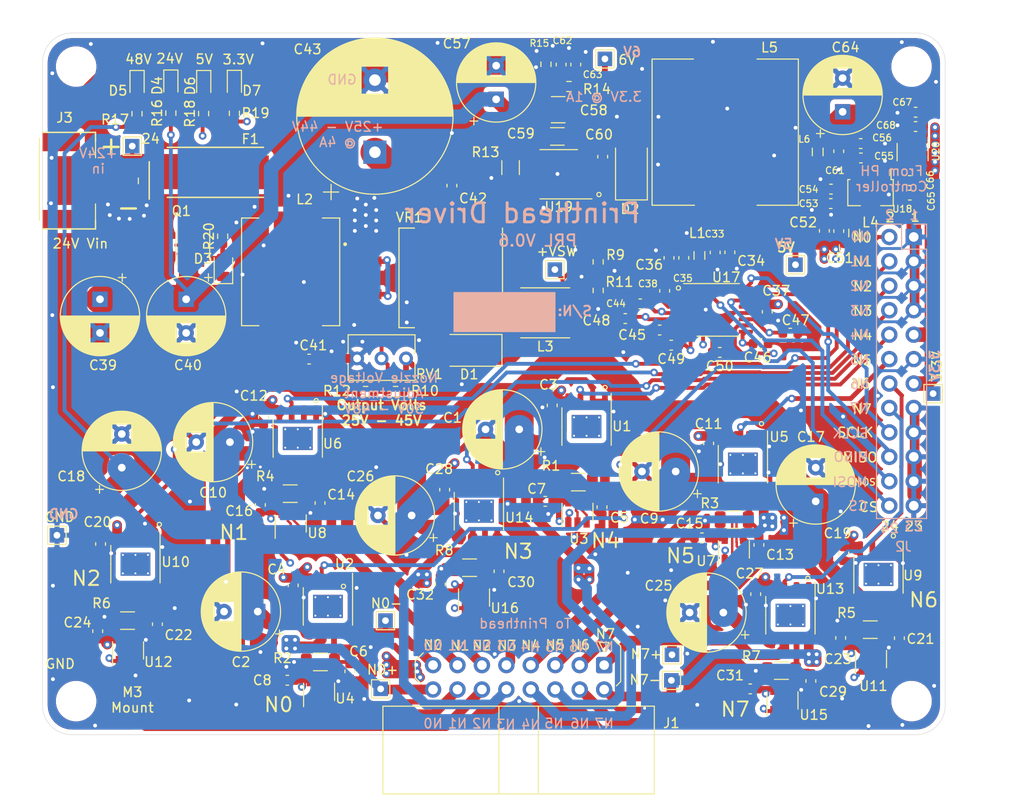
<source format=kicad_pcb>
(kicad_pcb (version 20171130) (host pcbnew "(5.1.12)-1")
  (title_block (title "Open-PyroJet - Driver") (date 2022-05-07) (rev V0.6a) (company "Parkview Research Labs"))
  (layers (0 F.Cu signal) (1 In1.Cu power) (2 In2.Cu power) (31 B.Cu signal) (34 B.Paste user) (35 F.Paste user) (36 B.SilkS user) (37 F.SilkS user) (38 B.Mask user) (39 F.Mask user) (44 Edge.Cuts user))
  (net 0 "")
  (net 1 +VSW)
  (net 2 GND)
  (net 3 +3V3)
  (net 4 +24V)
  (net 5 "Net-(D1-Pad2)")
  (net 6 N7-)
  (net 7 N6-)
  (net 8 N5-)
  (net 9 N4-)
  (net 10 N3-)
  (net 11 N2-)
  (net 12 N1-)
  (net 13 N0-)
  (net 14 N7+)
  (net 15 N6+)
  (net 16 N5+)
  (net 17 N4+)
  (net 18 N3+)
  (net 19 N2+)
  (net 20 N1+)
  (net 21 N0+)
  (net 22 PH7)
  (net 23 PH6)
  (net 24 PH5)
  (net 25 PH4)
  (net 26 PH3)
  (net 27 PH2)
  (net 28 PH1)
  (net 29 PH0)
  (net 30 "Net-(R13-Pad2)")
  (net 31 "Net-(D4-Pad2)")
  (net 32 "Net-(D5-Pad2)")
  (net 33 "Net-(D6-Pad2)")
  (net 34 "Net-(C14-Pad2)")
  (net 35 +5V)
  (net 36 "Net-(C35-Pad1)")
  (net 37 +6V)
  (net 38 "Net-(D2-Pad1)")
  (net 39 "Net-(F1-Pad1)")
  (net 40 "Net-(F1-Pad2)")
  (net 41 "Net-(D3-Pad2)")
  (net 42 VSW_Divider)
  (net 43 "Net-(R10-Pad1)")
  (net 44 "Net-(R14-Pad2)")
  (net 45 NR4)
  (net 46 NR5)
  (net 47 NR1)
  (net 48 NR6)
  (net 49 NR2)
  (net 50 NR7)
  (net 51 NR3)
  (net 52 SLCK)
  (net 53 MISO)
  (net 54 MOSI)
  (net 55 CS)
  (net 56 "Net-(D7-Pad2)")
  (net 57 "Net-(C5-Pad2)")
  (net 58 "Net-(C6-Pad2)")
  (net 59 "Net-(C13-Pad2)")
  (net 60 "Net-(C21-Pad2)")
  (net 61 "Net-(C22-Pad2)")
  (net 62 "Net-(C29-Pad2)")
  (net 63 "Net-(C30-Pad2)")
  (net 64 "Net-(C42-Pad1)")
  (net 65 "Net-(C53-Pad1)")
  (net 66 "Net-(C60-Pad1)")
  (net 67 "Net-(C62-Pad1)")
  (module Capacitor_SMD:C_1210_3225Metric (layer F.Cu) (at 154.5463 70.0786)
    (fp_text reference C58 (at 3.6957 0.0635) (layer F.SilkS))
    (fp_text value 22uF/35V)
    (pad 2 smd roundrect (at 1.475 0) (size 1.15 2.7) (layers F.Cu F.Paste F.Mask) (roundrect_rratio 0.2173904347826087) (net 2 GND))
    (pad 1 smd roundrect (at -1.475 0) (size 1.15 2.7) (layers F.Cu F.Paste F.Mask) (roundrect_rratio 0.2173904347826087) (net 4 +24V))
  )
  (module TestPoint:TestPoint_THTPad_1.5x1.5mm_Drill0.7mm (layer F.Cu) (at 102.4636 114.3254)
    (fp_text reference TP10 hide)
    (fp_text value TestPoint)
    (pad 1 thru_hole rect (at 0 0) (size 1.5 1.5) (drill 0.7) (layers *.Cu *.Mask) (net 2 GND))
  )
  (module Resistor_SMD:R_0603_1608Metric (layer F.Cu) (at 114.3 70.4342 90)
    (fp_text reference R16 (at 0 -1.43 90) (layer F.SilkS))
    (fp_text value 27K)
    (pad 2 smd roundrect (at 0.825 0 90) (size 0.8 0.95) (layers F.Cu F.Paste F.Mask) (net 31 "Net-(D4-Pad2)"))
    (pad 1 smd roundrect (at -0.825 0 90) (size 0.8 0.95) (layers F.Cu F.Paste F.Mask) (net 4 +24V))
  )
  (module Diode_SMD:D_0603_1608Metric (layer F.Cu) (at 114.3 67.437 270)
    (fp_text reference D4 (at 0.1397 1.4224 90) (layer F.SilkS))
    (fp_text value Green)
    (pad 2 smd roundrect (at 0.7875 0 270) (size 0.875 0.95) (layers F.Cu F.Paste F.Mask) (net 31 "Net-(D4-Pad2)"))
    (pad 1 smd roundrect (at -0.7875 0 270) (size 0.875 0.95) (layers F.Cu F.Paste F.Mask) (net 2 GND))
  )
  (module Inductor_SMD:L_0805_2012Metric (layer F.Cu) (at 181.5084 74.4728 270)
    (fp_text reference L6 (at -1.3322 1.3949 180) (layer F.SilkS) (effects (font (size 0.7 0.7) (thickness 0.12))))
    (fp_text value 1uH/1.4A)
    (pad 2 smd roundrect (at 1.0625 0 270) (size 0.875 1.2) (layers F.Cu F.Paste F.Mask) (net 67 "Net-(C62-Pad1)"))
    (pad 1 smd roundrect (at -1.0625 0 270) (size 0.875 1.2) (layers F.Cu F.Paste F.Mask) (net 37 +6V))
  )
  (module Capacitor_SMD:C_0603_1608Metric (layer F.Cu) (at 171.336 95.3135 180)
    (fp_text reference C50 (at 0 -1.43) (layer F.SilkS))
    (fp_text value 1nF/DNF)
    (pad 2 smd roundrect (at 0.775 0 180) (size 0.9 0.95) (layers F.Cu F.Paste F.Mask) (net 2 GND))
    (pad 1 smd roundrect (at -0.775 0 180) (size 0.9 0.95) (layers F.Cu F.Paste F.Mask) (net 48 NR6))
  )
  (module Capacitor_SMD:C_0603_1608Metric (layer F.Cu) (at 166.2941 94.5642 180)
    (fp_text reference C49 (at 0 -1.43) (layer F.SilkS))
    (fp_text value 1nF/DNF)
    (pad 2 smd roundrect (at 0.775 0 180) (size 0.9 0.95) (layers F.Cu F.Paste F.Mask) (net 2 GND))
    (pad 1 smd roundrect (at -0.775 0 180) (size 0.9 0.95) (layers F.Cu F.Paste F.Mask) (net 45 NR4))
  )
  (module Capacitor_SMD:C_0603_1608Metric (layer F.Cu) (at 161.5189 91.7956 180)
    (fp_text reference C48 (at 2.9975 -0.2032) (layer F.SilkS))
    (fp_text value 1nF/DNF)
    (pad 2 smd roundrect (at 0.775 0 180) (size 0.9 0.95) (layers F.Cu F.Paste F.Mask) (net 2 GND))
    (pad 1 smd roundrect (at -0.775 0 180) (size 0.9 0.95) (layers F.Cu F.Paste F.Mask) (net 49 NR2))
  )
  (module Capacitor_SMD:C_0603_1608Metric (layer F.Cu) (at 178.6633 93.3196)
    (fp_text reference C47 (at 0.5591 -1.3589) (layer F.SilkS))
    (fp_text value 1nF/DNF)
    (pad 2 smd roundrect (at 0.775 0) (size 0.9 0.95) (layers F.Cu F.Paste F.Mask) (net 2 GND))
    (pad 1 smd roundrect (at -0.775 0) (size 0.9 0.95) (layers F.Cu F.Paste F.Mask) (net 50 NR7))
  )
  (module Capacitor_SMD:C_0603_1608Metric (layer F.Cu) (at 175.5775 94.3991)
    (fp_text reference C46 (at -0.3048 1.4351) (layer F.SilkS))
    (fp_text value 1nF/DNF)
    (pad 2 smd roundrect (at 0.775 0) (size 0.9 0.95) (layers F.Cu F.Paste F.Mask) (net 2 GND))
    (pad 1 smd roundrect (at -0.775 0) (size 0.9 0.95) (layers F.Cu F.Paste F.Mask) (net 46 NR5))
  )
  (module Capacitor_SMD:C_0603_1608Metric (layer F.Cu) (at 165.087 92.9894 180)
    (fp_text reference C45 (at 2.8572 -0.508) (layer F.SilkS))
    (fp_text value 1nF/DNF)
    (pad 2 smd roundrect (at 0.775 0 180) (size 0.9 0.95) (layers F.Cu F.Paste F.Mask) (net 2 GND))
    (pad 1 smd roundrect (at -0.775 0 180) (size 0.9 0.95) (layers F.Cu F.Paste F.Mask) (net 51 NR3))
  )
  (module Capacitor_SMD:C_0603_1608Metric (layer F.Cu) (at 163.0677 90.2716 180)
    (fp_text reference C44 (at 2.5143 0.0381) (layer F.SilkS) (effects (font (size 0.7 0.7) (thickness 0.12))))
    (fp_text value 1nF/DNF)
    (pad 2 smd roundrect (at 0.775 0 180) (size 0.9 0.95) (layers F.Cu F.Paste F.Mask) (net 2 GND))
    (pad 1 smd roundrect (at -0.775 0 180) (size 0.9 0.95) (layers F.Cu F.Paste F.Mask) (net 47 NR1))
  )
  (module Capacitor_SMD:C_0603_1608Metric (layer F.Cu) (at 165.608 88.913 90)
    (fp_text reference C38 (at 0.7369 -1.7399 180) (layer F.SilkS) (effects (font (size 0.7 0.7) (thickness 0.12))))
    (fp_text value 1nF/DNF)
    (pad 2 smd roundrect (at 0.775 0 90) (size 0.9 0.95) (layers F.Cu F.Paste F.Mask) (net 2 GND))
    (pad 1 smd roundrect (at -0.775 0 90) (size 0.9 0.95) (layers F.Cu F.Paste F.Mask) (net 42 VSW_Divider))
  )
  (module TestPoint:TestPoint_THTPad_1.5x1.5mm_Drill0.7mm (layer F.Cu) (at 154.2 86.7)
    (fp_text reference TP5 hide)
    (fp_text value TestPoint)
    (pad 1 thru_hole rect (at 0 0) (size 1.5 1.5) (drill 0.7) (layers *.Cu *.Mask) (net 1 +VSW))
  )
  (module Capacitor_SMD:C_0603_1608Metric (layer F.Cu) (at 148.4 118.075 90)
    (fp_text reference C30 (at -1.125 2.3 180) (layer F.SilkS))
    (fp_text value 1nF**)
    (pad 2 smd roundrect (at 0.775 0 90) (size 0.9 0.95) (layers F.Cu F.Paste F.Mask) (net 63 "Net-(C30-Pad2)"))
    (pad 1 smd roundrect (at -0.775 0 90) (size 0.9 0.95) (layers F.Cu F.Paste F.Mask) (net 2 GND))
  )
  (module Capacitor_SMD:C_0603_1608Metric (layer F.Cu) (at 180.8 129.475 90)
    (fp_text reference C29 (at -1.125 2.3 180) (layer F.SilkS))
    (fp_text value 1nF**)
    (pad 2 smd roundrect (at 0.775 0 90) (size 0.9 0.95) (layers F.Cu F.Paste F.Mask) (net 62 "Net-(C29-Pad2)"))
    (pad 1 smd roundrect (at -0.775 0 90) (size 0.9 0.95) (layers F.Cu F.Paste F.Mask) (net 2 GND))
  )
  (module Capacitor_SMD:C_0603_1608Metric (layer F.Cu) (at 112.9 123.575 90)
    (fp_text reference C22 (at -1.125 2.2 180) (layer F.SilkS))
    (fp_text value 1nF**)
    (pad 2 smd roundrect (at 0.775 0 90) (size 0.9 0.95) (layers F.Cu F.Paste F.Mask) (net 61 "Net-(C22-Pad2)"))
    (pad 1 smd roundrect (at -0.775 0 90) (size 0.9 0.95) (layers F.Cu F.Paste F.Mask) (net 2 GND))
  )
  (module Capacitor_SMD:C_0603_1608Metric (layer F.Cu) (at 190 125.025 90)
    (fp_text reference C21 (at -0.075 2.2 180) (layer F.SilkS))
    (fp_text value 1nF**)
    (pad 2 smd roundrect (at 0.775 0 90) (size 0.9 0.95) (layers F.Cu F.Paste F.Mask) (net 60 "Net-(C21-Pad2)"))
    (pad 1 smd roundrect (at -0.775 0 90) (size 0.9 0.95) (layers F.Cu F.Paste F.Mask) (net 2 GND))
  )
  (module Capacitor_SMD:C_0603_1608Metric (layer F.Cu) (at 129.8 110.975 90)
    (fp_text reference C14 (at 0.875 2.2 180) (layer F.SilkS))
    (fp_text value 1nF**)
    (pad 2 smd roundrect (at 0.775 0 90) (size 0.9 0.95) (layers F.Cu F.Paste F.Mask) (net 34 "Net-(C14-Pad2)"))
    (pad 1 smd roundrect (at -0.775 0 90) (size 0.9 0.95) (layers F.Cu F.Paste F.Mask) (net 2 GND))
  )
  (module Capacitor_SMD:C_0603_1608Metric (layer F.Cu) (at 175.3997 115.329 90)
    (fp_text reference C13 (at -1.025 2.2 180) (layer F.SilkS))
    (fp_text value 1nF**)
    (pad 2 smd roundrect (at 0.775 0 90) (size 0.9 0.95) (layers F.Cu F.Paste F.Mask) (net 59 "Net-(C13-Pad2)"))
    (pad 1 smd roundrect (at -0.775 0 90) (size 0.9 0.95) (layers F.Cu F.Paste F.Mask) (net 2 GND))
  )
  (module Capacitor_SMD:C_0603_1608Metric (layer F.Cu) (at 132.9 128.475 90)
    (fp_text reference C6 (at 2.075 0.9 180) (layer F.SilkS))
    (fp_text value 1nF**DNF)
    (pad 2 smd roundrect (at 0.775 0 90) (size 0.9 0.95) (layers F.Cu F.Paste F.Mask) (net 58 "Net-(C6-Pad2)"))
    (pad 1 smd roundrect (at -0.775 0 90) (size 0.9 0.95) (layers F.Cu F.Paste F.Mask) (net 2 GND))
  )
  (module Capacitor_SMD:C_0603_1608Metric (layer F.Cu) (at 159.1 111.4 90)
    (fp_text reference C5 (at -1.1 1.8 180) (layer F.SilkS))
    (fp_text value 1nF**)
    (pad 2 smd roundrect (at 0.775 0 90) (size 0.9 0.95) (layers F.Cu F.Paste F.Mask) (net 57 "Net-(C5-Pad2)"))
    (pad 1 smd roundrect (at -0.775 0 90) (size 0.9 0.95) (layers F.Cu F.Paste F.Mask) (net 2 GND))
  )
  (module Package_SO:HSOP-8-1EP_3.9x4.9mm_P1.27mm_EP2.41x3.1mm_ThermalVias (layer F.Cu) (at 130.6175 121.725 270)
    (fp_text reference U2 (at -4.4165 -1.7275 180) (layer F.SilkS))
    (fp_text value TMI8870B)
    (pad 9 smd rect (at 0 0 270) (size 2.41 3.1) (layers B.Cu))
    (pad 9 thru_hole circle (at 0.955 1.3 270) (size 0.5 0.5) (drill 0.2) (layers *.Cu))
    (pad 9 thru_hole circle (at -0.955 1.3 270) (size 0.5 0.5) (drill 0.2) (layers *.Cu))
    (pad 9 thru_hole circle (at 0.955 0 270) (size 0.5 0.5) (drill 0.2) (layers *.Cu))
    (pad 9 thru_hole circle (at -0.955 0 270) (size 0.5 0.5) (drill 0.2) (layers *.Cu))
    (pad 9 thru_hole circle (at 0.955 -1.3 270) (size 0.5 0.5) (drill 0.2) (layers *.Cu))
    (pad 9 thru_hole circle (at -0.955 -1.3 270) (size 0.5 0.5) (drill 0.2) (layers *.Cu))
    (pad 9 smd rect (at 0 0 270) (size 2.41 3.1) (layers F.Cu F.Mask))
    (pad 8 smd roundrect (at 2.65 -1.905 270) (size 1.6 0.6) (layers F.Cu F.Paste F.Mask) (net 13 N0-))
    (pad 7 smd roundrect (at 2.65 -0.635 270) (size 1.6 0.6) (layers F.Cu F.Paste F.Mask) (net 58 "Net-(C6-Pad2)"))
    (pad 6 smd roundrect (at 2.65 0.635 270) (size 1.6 0.6) (layers F.Cu F.Paste F.Mask) (net 21 N0+))
    (pad 5 smd roundrect (at 2.65 1.905 270) (size 1.6 0.6) (layers F.Cu F.Paste F.Mask) (net 1 +VSW))
    (pad 4 smd roundrect (at -2.65 1.905 270) (size 1.6 0.6) (layers F.Cu F.Paste F.Mask) (net 3 +3V3))
    (pad 3 smd roundrect (at -2.65 0.635 270) (size 1.6 0.6) (layers F.Cu F.Paste F.Mask) (net 29 PH0))
    (pad 2 smd roundrect (at -2.65 -0.635 270) (size 1.6 0.6) (layers F.Cu F.Paste F.Mask) (net 2 GND))
    (pad 1 smd roundrect (at -2.65 -1.905 270) (size 1.6 0.6) (layers F.Cu F.Paste F.Mask) (net 2 GND))
  )
  (module Resistor_SMD:R_1206_3216Metric (layer F.Cu) (at 145.3375 117.7)
    (fp_text reference R8 (at -2.6375 -1.8) (layer F.SilkS))
    (fp_text value 0.03R**)
    (pad 2 smd roundrect (at 1.4625 0) (size 1.125 1.75) (layers F.Cu F.Paste F.Mask) (roundrect_rratio 0.2222213333333333) (net 63 "Net-(C30-Pad2)"))
    (pad 1 smd roundrect (at -1.4625 0) (size 1.125 1.75) (layers F.Cu F.Paste F.Mask) (roundrect_rratio 0.2222213333333333) (net 2 GND))
  )
  (module Diode_SMD:D_0603_1608Metric (layer F.Cu) (at 120.9 67.473079 270)
    (fp_text reference D7 (at 0.626921 -1.8 180) (layer F.SilkS))
    (fp_text value Green)
    (pad 2 smd roundrect (at 0.7875 0 270) (size 0.875 0.95) (layers F.Cu F.Paste F.Mask) (net 56 "Net-(D7-Pad2)"))
    (pad 1 smd roundrect (at -0.7875 0 270) (size 0.875 0.95) (layers F.Cu F.Paste F.Mask) (net 2 GND))
  )
  (module Diode_SMD:D_0603_1608Metric (layer F.Cu) (at 117.7163 67.487699 270)
    (fp_text reference D6 (at 0.112301 1.4163 90) (layer F.SilkS))
    (fp_text value Green)
    (pad 2 smd roundrect (at 0.7875 0 270) (size 0.875 0.95) (layers F.Cu F.Paste F.Mask) (net 33 "Net-(D6-Pad2)"))
    (pad 1 smd roundrect (at -0.7875 0 270) (size 0.875 0.95) (layers F.Cu F.Paste F.Mask) (net 2 GND))
  )
  (module Diode_SMD:D_0603_1608Metric (layer F.Cu) (at 110.788354 67.485778 270)
    (fp_text reference D5 (at 0.614222 1.988354 180) (layer F.SilkS))
    (fp_text value Green)
    (pad 2 smd roundrect (at 0.7875 0 270) (size 0.875 0.95) (layers F.Cu F.Paste F.Mask) (net 32 "Net-(D5-Pad2)"))
    (pad 1 smd roundrect (at -0.7875 0 270) (size 0.875 0.95) (layers F.Cu F.Paste F.Mask) (net 2 GND))
  )
  (module Resistor_SMD:R_0603_1608Metric (layer F.Cu) (at 117.7036 70.485 90)
    (fp_text reference R18 (at 0 -1.43 90) (layer F.SilkS))
    (fp_text value 4.7K)
    (pad 2 smd roundrect (at 0.825 0 90) (size 0.8 0.95) (layers F.Cu F.Paste F.Mask) (net 33 "Net-(D6-Pad2)"))
    (pad 1 smd roundrect (at -0.825 0 90) (size 0.8 0.95) (layers F.Cu F.Paste F.Mask) (net 35 +5V))
  )
  (module TestPoint:TestPoint_THTPad_1.5x1.5mm_Drill0.7mm (layer F.Cu) (at 110.2868 73.8632)
    (fp_text reference TP9 hide)
    (fp_text value TestPoint)
    (pad 1 thru_hole rect (at 0 0) (size 1.5 1.5) (drill 0.7) (layers *.Cu *.Mask) (net 39 "Net-(F1-Pad1)"))
  )
  (module Inductor_SMD:L_0805_2012Metric (layer F.Cu) (at 185.3 82.9 270)
    (fp_text reference L4 (at -1.1 -1.7 180) (layer F.SilkS))
    (fp_text value "1uH 1.4A")
    (pad 2 smd roundrect (at 1.0625 0 270) (size 0.875 1.2) (layers F.Cu F.Paste F.Mask) (net 35 +5V))
    (pad 1 smd roundrect (at -1.0625 0 270) (size 0.875 1.2) (layers F.Cu F.Paste F.Mask) (net 65 "Net-(C53-Pad1)"))
  )
  (module Inductor_SMD:L_Taiyo-Yuden_MD-5050 (layer F.Cu) (at 153.2 91.2 180)
    (fp_text reference L3 (at 0 -3.5) (layer F.SilkS))
    (fp_text value "1uH 4A")
    (pad 2 smd rect (at 1.8 0 180) (size 1.5 4.2) (layers F.Cu F.Paste F.Mask) (net 64 "Net-(C42-Pad1)"))
    (pad 1 smd rect (at -1.8 0 180) (size 1.5 4.2) (layers F.Cu F.Paste F.Mask) (net 1 +VSW))
  )
  (module Inductor_SMD:L_0805_2012Metric (layer F.Cu) (at 169.2212 85.234 90)
    (fp_text reference L1 (at 2.334 -0.2212 180) (layer F.SilkS))
    (fp_text value "1uH 1.4A")
    (pad 2 smd roundrect (at 1.0625 0 90) (size 0.875 1.2) (layers F.Cu F.Paste F.Mask) (net 35 +5V))
    (pad 1 smd roundrect (at -1.0625 0 90) (size 0.875 1.2) (layers F.Cu F.Paste F.Mask) (net 36 "Net-(C35-Pad1)"))
  )
  (module Connector_PinHeader_2.54mm:PinHeader_2x12_P2.54mm_Vertical (layer B.Cu) (at 191.4906 83.312 180)
    (fp_text reference J2 (at 1.0795 -32.1945) (layer B.SilkS) (effects (justify mirror)))
    (fp_text value Controller)
    (pad 24 thru_hole oval (at 2.54 -27.94 180) (size 1.7 1.7) (drill 1) (layers *.Cu *.Mask) (net 55 CS))
    (pad 23 thru_hole oval (at 0 -27.94 180) (size 1.7 1.7) (drill 1) (layers *.Cu *.Mask) (net 2 GND))
    (pad 22 thru_hole oval (at 2.54 -25.4 180) (size 1.7 1.7) (drill 1) (layers *.Cu *.Mask) (net 54 MOSI))
    (pad 21 thru_hole oval (at 0 -25.4 180) (size 1.7 1.7) (drill 1) (layers *.Cu *.Mask) (net 2 GND))
    (pad 20 thru_hole oval (at 2.54 -22.86 180) (size 1.7 1.7) (drill 1) (layers *.Cu *.Mask) (net 53 MISO))
    (pad 19 thru_hole oval (at 0 -22.86 180) (size 1.7 1.7) (drill 1) (layers *.Cu *.Mask) (net 2 GND))
    (pad 18 thru_hole oval (at 2.54 -20.32 180) (size 1.7 1.7) (drill 1) (layers *.Cu *.Mask) (net 52 SLCK))
    (pad 17 thru_hole oval (at 0 -20.32 180) (size 1.7 1.7) (drill 1) (layers *.Cu *.Mask) (net 2 GND))
    (pad 16 thru_hole oval (at 2.54 -17.78 180) (size 1.7 1.7) (drill 1) (layers *.Cu *.Mask) (net 22 PH7))
    (pad 15 thru_hole oval (at 0 -17.78 180) (size 1.7 1.7) (drill 1) (layers *.Cu *.Mask) (net 2 GND))
    (pad 14 thru_hole oval (at 2.54 -15.24 180) (size 1.7 1.7) (drill 1) (layers *.Cu *.Mask) (net 23 PH6))
    (pad 13 thru_hole oval (at 0 -15.24 180) (size 1.7 1.7) (drill 1) (layers *.Cu *.Mask) (net 3 +3V3))
    (pad 12 thru_hole oval (at 2.54 -12.7 180) (size 1.7 1.7) (drill 1) (layers *.Cu *.Mask) (net 24 PH5))
    (pad 11 thru_hole oval (at 0 -12.7 180) (size 1.7 1.7) (drill 1) (layers *.Cu *.Mask) (net 2 GND))
    (pad 10 thru_hole oval (at 2.54 -10.16 180) (size 1.7 1.7) (drill 1) (layers *.Cu *.Mask) (net 25 PH4))
    (pad 9 thru_hole oval (at 0 -10.16 180) (size 1.7 1.7) (drill 1) (layers *.Cu *.Mask) (net 3 +3V3))
    (pad 8 thru_hole oval (at 2.54 -7.62 180) (size 1.7 1.7) (drill 1) (layers *.Cu *.Mask) (net 26 PH3))
    (pad 7 thru_hole oval (at 0 -7.62 180) (size 1.7 1.7) (drill 1) (layers *.Cu *.Mask) (net 2 GND))
    (pad 6 thru_hole oval (at 2.54 -5.08 180) (size 1.7 1.7) (drill 1) (layers *.Cu *.Mask) (net 27 PH2))
    (pad 5 thru_hole oval (at 0 -5.08 180) (size 1.7 1.7) (drill 1) (layers *.Cu *.Mask) (net 2 GND))
    (pad 4 thru_hole oval (at 2.54 -2.54 180) (size 1.7 1.7) (drill 1) (layers *.Cu *.Mask) (net 28 PH1))
    (pad 3 thru_hole oval (at 0 -2.54 180) (size 1.7 1.7) (drill 1) (layers *.Cu *.Mask) (net 2 GND))
    (pad 2 thru_hole oval (at 2.54 0 180) (size 1.7 1.7) (drill 1) (layers *.Cu *.Mask) (net 29 PH0))
    (pad 1 thru_hole rect (at 0 0 180) (size 1.7 1.7) (drill 1) (layers *.Cu *.Mask) (net 2 GND))
  )
  (module Pauls_KiCAD_Libraries:Fuse_Holder_1808_10.0mmx5mm (layer F.Cu) (at 118.9248 76.5937)
    (fp_text reference F1 (at 3.6302 -3.4544) (layer F.SilkS))
    (fp_text value 5A)
    (pad 2 smd rect (at 3.3 0) (size 4.5 3.5) (layers F.Cu F.Paste F.Mask) (net 40 "Net-(F1-Pad2)"))
    (pad 1 smd rect (at -3.3 0) (size 4.5 3.5) (layers F.Cu F.Paste F.Mask) (net 39 "Net-(F1-Pad1)"))
  )
  (module Diode_SMD:D_0805_2012Metric (layer F.Cu) (at 119.761 86.4766 90)
    (fp_text reference D3 (at 0.899401 -2.1209 180) (layer F.SilkS))
    (fp_text value 12V)
    (pad 2 smd roundrect (at 0.9375 0 90) (size 0.975 1.4) (layers F.Cu F.Paste F.Mask) (net 41 "Net-(D3-Pad2)"))
    (pad 1 smd roundrect (at -0.9375 0 90) (size 0.975 1.4) (layers F.Cu F.Paste F.Mask) (net 4 +24V))
  )
  (module Pauls_KiCAD_Libraries:JST-XH-2P_SMD (layer F.Cu) (at 104.7699 77.4773 90)
    (fp_text reference J3 (at 5.9773 -2.4699 180) (layer F.SilkS) (effects (justify left bottom)))
    (fp_text value "24V Power In")
    (pad "" smd rect (at -3.97 -1.86 270) (size 1.9 3.9) (layers F.Cu F.Paste F.Mask))
    (pad "" smd rect (at 4.03 -1.87 270) (size 1.9 3.9) (layers F.Cu F.Paste F.Mask))
    (pad 1 smd rect (at -1.21 4.91 270) (size 1.4 4.5) (layers F.Cu F.Paste F.Mask) (net 2 GND))
    (pad 2 smd rect (at 1.29 4.92 270) (size 1.4 4.5) (layers F.Cu F.Paste F.Mask) (net 39 "Net-(F1-Pad1)"))
  )
  (module Package_TO_SOT_SMD:SOT-23-5 (layer F.Cu) (at 191.371219 74.49312 270)
    (fp_text reference U20 (at -0.08382 -2.418081 90) (layer F.SilkS) (effects (font (size 0.7 0.7) (thickness 0.12))))
    (fp_text value XC6227C331MR)
    (pad 5 smd rect (at 1.1 -0.95 270) (size 1.06 0.65) (layers F.Cu F.Paste F.Mask) (net 3 +3V3))
    (pad 4 smd rect (at 1.1 0.95 270) (size 1.06 0.65) (layers F.Cu F.Paste F.Mask))
    (pad 3 smd rect (at -1.1 0.95 270) (size 1.06 0.65) (layers F.Cu F.Paste F.Mask) (net 37 +6V))
    (pad 2 smd rect (at -1.1 0 270) (size 1.06 0.65) (layers F.Cu F.Paste F.Mask) (net 2 GND))
    (pad 1 smd rect (at -1.1 -0.95 270) (size 1.06 0.65) (layers F.Cu F.Paste F.Mask) (net 37 +6V))
  )
  (module Package_TO_SOT_SMD:SOT-89-3 (layer F.Cu) (at 187 78.4 270)
    (fp_text reference U18 (at 2 -3.3 180) (layer F.SilkS) (effects (font (size 0.7 0.7) (thickness 0.12))))
    (fp_text value HE6550MPR)
    (pad 2 smd custom (at -1.5625 0 270) (size 1.475 0.9) (layers F.Cu F.Paste F.Mask) (net 65 "Net-(C53-Pad1)") (options (clearance outline) (anchor rect)) (primitives (gr_poly (pts (xy 0.7375 -0.8665) (xy 3.8625 -0.8665) (xy 3.8625 0.8665) (xy 0.7375 0.8665)) (width 0))))
    (pad 3 smd rect (at -1.65 1.5 270) (size 1.3 0.9) (layers F.Cu F.Paste F.Mask) (net 37 +6V))
    (pad 1 smd rect (at -1.65 -1.5 270) (size 1.3 0.9) (layers F.Cu F.Paste F.Mask) (net 2 GND))
  )
  (module Package_SO:TSSOP-16_4.4x5mm_P0.65mm (layer F.Cu) (at 171.1811 90.8915)
    (fp_text reference U17 (at 0.815 -3.3885) (layer F.SilkS))
    (fp_text value ADC128S102CIMTX)
    (pad 16 smd roundrect (at 2.8625 -2.275) (size 1.475 0.4) (layers F.Cu F.Paste F.Mask) (net 52 SLCK))
    (pad 15 smd roundrect (at 2.8625 -1.625) (size 1.475 0.4) (layers F.Cu F.Paste F.Mask) (net 53 MISO))
    (pad 14 smd roundrect (at 2.8625 -0.975) (size 1.475 0.4) (layers F.Cu F.Paste F.Mask) (net 54 MOSI))
    (pad 13 smd roundrect (at 2.8625 -0.325) (size 1.475 0.4) (layers F.Cu F.Paste F.Mask) (net 3 +3V3))
    (pad 12 smd roundrect (at 2.8625 0.325) (size 1.475 0.4) (layers F.Cu F.Paste F.Mask) (net 2 GND))
    (pad 11 smd roundrect (at 2.8625 0.975) (size 1.475 0.4) (layers F.Cu F.Paste F.Mask) (net 50 NR7))
    (pad 10 smd roundrect (at 2.8625 1.625) (size 1.475 0.4) (layers F.Cu F.Paste F.Mask) (net 48 NR6))
    (pad 9 smd roundrect (at 2.8625 2.275) (size 1.475 0.4) (layers F.Cu F.Paste F.Mask) (net 46 NR5))
    (pad 8 smd roundrect (at -2.8625 2.275) (size 1.475 0.4) (layers F.Cu F.Paste F.Mask) (net 45 NR4))
    (pad 7 smd roundrect (at -2.8625 1.625) (size 1.475 0.4) (layers F.Cu F.Paste F.Mask) (net 51 NR3))
    (pad 6 smd roundrect (at -2.8625 0.975) (size 1.475 0.4) (layers F.Cu F.Paste F.Mask) (net 49 NR2))
    (pad 5 smd roundrect (at -2.8625 0.325) (size 1.475 0.4) (layers F.Cu F.Paste F.Mask) (net 47 NR1))
    (pad 4 smd roundrect (at -2.8625 -0.325) (size 1.475 0.4) (layers F.Cu F.Paste F.Mask) (net 42 VSW_Divider))
    (pad 3 smd roundrect (at -2.8625 -0.975) (size 1.475 0.4) (layers F.Cu F.Paste F.Mask) (net 2 GND))
    (pad 2 smd roundrect (at -2.8625 -1.625) (size 1.475 0.4) (layers F.Cu F.Paste F.Mask) (net 36 "Net-(C35-Pad1)"))
    (pad 1 smd roundrect (at -2.8625 -2.275) (size 1.475 0.4) (layers F.Cu F.Paste F.Mask) (net 55 CS))
  )
  (module Package_TO_SOT_SMD:SOT-23-5 (layer F.Cu) (at 145.8 120.8 90)
    (fp_text reference U16 (at -1.1 3.2 180) (layer F.SilkS))
    (fp_text value INA180)
    (pad 5 smd rect (at 1.1 -0.95 90) (size 1.06 0.65) (layers F.Cu F.Paste F.Mask) (net 35 +5V))
    (pad 4 smd rect (at 1.1 0.95 90) (size 1.06 0.65) (layers F.Cu F.Paste F.Mask) (net 2 GND))
    (pad 3 smd rect (at -1.1 0.95 90) (size 1.06 0.65) (layers F.Cu F.Paste F.Mask) (net 63 "Net-(C30-Pad2)"))
    (pad 2 smd rect (at -1.1 0 90) (size 1.06 0.65) (layers F.Cu F.Paste F.Mask) (net 2 GND))
    (pad 1 smd rect (at -1.1 -0.95 90) (size 1.06 0.65) (layers F.Cu F.Paste F.Mask) (net 51 NR3))
  )
  (module Package_TO_SOT_SMD:SOT-23-5 (layer F.Cu) (at 177.85 131.5 90)
    (fp_text reference U15 (at -1.5 3.25 180) (layer F.SilkS))
    (fp_text value INA180)
    (pad 5 smd rect (at 1.1 -0.95 90) (size 1.06 0.65) (layers F.Cu F.Paste F.Mask) (net 35 +5V))
    (pad 4 smd rect (at 1.1 0.95 90) (size 1.06 0.65) (layers F.Cu F.Paste F.Mask) (net 2 GND))
    (pad 3 smd rect (at -1.1 0.95 90) (size 1.06 0.65) (layers F.Cu F.Paste F.Mask) (net 62 "Net-(C29-Pad2)"))
    (pad 2 smd rect (at -1.1 0 90) (size 1.06 0.65) (layers F.Cu F.Paste F.Mask) (net 2 GND))
    (pad 1 smd rect (at -1.1 -0.95 90) (size 1.06 0.65) (layers F.Cu F.Paste F.Mask) (net 50 NR7))
  )
  (module Package_TO_SOT_SMD:SOT-23-5 (layer F.Cu) (at 109.85 126.3 90)
    (fp_text reference U12 (at -1.2 3.15 180) (layer F.SilkS))
    (fp_text value INA180)
    (pad 5 smd rect (at 1.1 -0.95 90) (size 1.06 0.65) (layers F.Cu F.Paste F.Mask) (net 35 +5V))
    (pad 4 smd rect (at 1.1 0.95 90) (size 1.06 0.65) (layers F.Cu F.Paste F.Mask) (net 2 GND))
    (pad 3 smd rect (at -1.1 0.95 90) (size 1.06 0.65) (layers F.Cu F.Paste F.Mask) (net 61 "Net-(C22-Pad2)"))
    (pad 2 smd rect (at -1.1 0 90) (size 1.06 0.65) (layers F.Cu F.Paste F.Mask) (net 2 GND))
    (pad 1 smd rect (at -1.1 -0.95 90) (size 1.06 0.65) (layers F.Cu F.Paste F.Mask) (net 49 NR2))
  )
  (module Package_TO_SOT_SMD:SOT-23-5 (layer F.Cu) (at 187.05 127.2 90)
    (fp_text reference U11 (at -2.8 0.25 180) (layer F.SilkS))
    (fp_text value INA180)
    (pad 5 smd rect (at 1.1 -0.95 90) (size 1.06 0.65) (layers F.Cu F.Paste F.Mask) (net 35 +5V))
    (pad 4 smd rect (at 1.1 0.95 90) (size 1.06 0.65) (layers F.Cu F.Paste F.Mask) (net 2 GND))
    (pad 3 smd rect (at -1.1 0.95 90) (size 1.06 0.65) (layers F.Cu F.Paste F.Mask) (net 60 "Net-(C21-Pad2)"))
    (pad 2 smd rect (at -1.1 0 90) (size 1.06 0.65) (layers F.Cu F.Paste F.Mask) (net 2 GND))
    (pad 1 smd rect (at -1.1 -0.95 90) (size 1.06 0.65) (layers F.Cu F.Paste F.Mask) (net 48 NR6))
  )
  (module Package_TO_SOT_SMD:SOT-23-5 (layer F.Cu) (at 126.75 113.1 90)
    (fp_text reference U8 (at -1 2.75 180) (layer F.SilkS))
    (fp_text value INA180)
    (pad 5 smd rect (at 1.1 -0.95 90) (size 1.06 0.65) (layers F.Cu F.Paste F.Mask) (net 35 +5V))
    (pad 4 smd rect (at 1.1 0.95 90) (size 1.06 0.65) (layers F.Cu F.Paste F.Mask) (net 2 GND))
    (pad 3 smd rect (at -1.1 0.95 90) (size 1.06 0.65) (layers F.Cu F.Paste F.Mask) (net 34 "Net-(C14-Pad2)"))
    (pad 2 smd rect (at -1.1 0 90) (size 1.06 0.65) (layers F.Cu F.Paste F.Mask) (net 2 GND))
    (pad 1 smd rect (at -1.1 -0.95 90) (size 1.06 0.65) (layers F.Cu F.Paste F.Mask) (net 47 NR1))
  )
  (module Package_TO_SOT_SMD:SOT-23-5 (layer F.Cu) (at 172.8 115.8 90)
    (fp_text reference U7 (at -1.2 -2.9 180) (layer F.SilkS))
    (fp_text value INA180)
    (pad 5 smd rect (at 1.1 -0.95 90) (size 1.06 0.65) (layers F.Cu F.Paste F.Mask) (net 35 +5V))
    (pad 4 smd rect (at 1.1 0.95 90) (size 1.06 0.65) (layers F.Cu F.Paste F.Mask) (net 2 GND))
    (pad 3 smd rect (at -1.1 0.95 90) (size 1.06 0.65) (layers F.Cu F.Paste F.Mask) (net 59 "Net-(C13-Pad2)"))
    (pad 2 smd rect (at -1.1 0 90) (size 1.06 0.65) (layers F.Cu F.Paste F.Mask) (net 2 GND))
    (pad 1 smd rect (at -1.1 -0.95 90) (size 1.06 0.65) (layers F.Cu F.Paste F.Mask) (net 46 NR5))
  )
  (module Package_TO_SOT_SMD:SOT-23-5 (layer F.Cu) (at 129.7 130.6 90)
    (fp_text reference U4 (at -0.7 2.7 180) (layer F.SilkS))
    (fp_text value INA180-DNF)
    (pad 5 smd rect (at 1.1 -0.95 90) (size 1.06 0.65) (layers F.Cu F.Paste F.Mask) (net 35 +5V))
    (pad 4 smd rect (at 1.1 0.95 90) (size 1.06 0.65) (layers F.Cu F.Paste F.Mask) (net 2 GND))
    (pad 3 smd rect (at -1.1 0.95 90) (size 1.06 0.65) (layers F.Cu F.Paste F.Mask) (net 58 "Net-(C6-Pad2)"))
    (pad 2 smd rect (at -1.1 0 90) (size 1.06 0.65) (layers F.Cu F.Paste F.Mask) (net 2 GND))
    (pad 1 smd rect (at -1.1 -0.95 90) (size 1.06 0.65) (layers F.Cu F.Paste F.Mask))
  )
  (module Package_TO_SOT_SMD:SOT-23-5 (layer F.Cu) (at 156.55 111.9 90)
    (fp_text reference U3 (at -2.8 0.15 180) (layer F.SilkS))
    (fp_text value INA180)
    (pad 5 smd rect (at 1.1 -0.95 90) (size 1.06 0.65) (layers F.Cu F.Paste F.Mask) (net 35 +5V))
    (pad 4 smd rect (at 1.1 0.95 90) (size 1.06 0.65) (layers F.Cu F.Paste F.Mask) (net 2 GND))
    (pad 3 smd rect (at -1.1 0.95 90) (size 1.06 0.65) (layers F.Cu F.Paste F.Mask) (net 57 "Net-(C5-Pad2)"))
    (pad 2 smd rect (at -1.1 0 90) (size 1.06 0.65) (layers F.Cu F.Paste F.Mask) (net 2 GND))
    (pad 1 smd rect (at -1.1 -0.95 90) (size 1.06 0.65) (layers F.Cu F.Paste F.Mask) (net 45 NR4))
  )
  (module TestPoint:TestPoint_THTPad_1.5x1.5mm_Drill0.7mm (layer F.Cu) (at 193.5 99.6)
    (fp_text reference TP8 hide)
    (fp_text value TestPoint)
    (pad 1 thru_hole rect (at 0 0) (size 1.5 1.5) (drill 0.7) (layers *.Cu *.Mask) (net 3 +3V3))
  )
  (module TestPoint:TestPoint_THTPad_1.5x1.5mm_Drill0.7mm (layer F.Cu) (at 179.2 86.2)
    (fp_text reference TP6 hide)
    (fp_text value TestPoint)
    (pad 1 thru_hole rect (at 0 0) (size 1.5 1.5) (drill 0.7) (layers *.Cu *.Mask) (net 35 +5V))
  )
  (module Resistor_SMD:R_0603_1608Metric (layer F.Cu) (at 119.6848 83.2358 90)
    (fp_text reference R20 (at 0 -1.43 90) (layer F.SilkS))
    (fp_text value 100k)
    (pad 2 smd roundrect (at 0.825 0 90) (size 0.8 0.95) (layers F.Cu F.Paste F.Mask) (net 2 GND))
    (pad 1 smd roundrect (at -0.825 0 90) (size 0.8 0.95) (layers F.Cu F.Paste F.Mask) (net 41 "Net-(D3-Pad2)"))
  )
  (module Resistor_SMD:R_0603_1608Metric (layer F.Cu) (at 120.9 70.4596 90)
    (fp_text reference R19 (at 0.025 2.2 180) (layer F.SilkS))
    (fp_text value 2.7K)
    (pad 2 smd roundrect (at 0.825 0 90) (size 0.8 0.95) (layers F.Cu F.Paste F.Mask) (net 56 "Net-(D7-Pad2)"))
    (pad 1 smd roundrect (at -0.825 0 90) (size 0.8 0.95) (layers F.Cu F.Paste F.Mask) (net 3 +3V3))
  )
  (module Resistor_SMD:R_0603_1608Metric (layer F.Cu) (at 110.7821 70.4972 90)
    (fp_text reference R17 (at -0.6028 -2.2821 180) (layer F.SilkS))
    (fp_text value 62K)
    (pad 2 smd roundrect (at 0.825 0 90) (size 0.8 0.95) (layers F.Cu F.Paste F.Mask) (net 32 "Net-(D5-Pad2)"))
    (pad 1 smd roundrect (at -0.825 0 90) (size 0.8 0.95) (layers F.Cu F.Paste F.Mask) (net 1 +VSW))
  )
  (module Resistor_SMD:R_1206_3216Metric (layer F.Cu) (at 149.6 76.1 270)
    (fp_text reference R13 (at -1.6 2.6 180) (layer F.SilkS))
    (fp_text value R0.33)
    (pad 2 smd roundrect (at 1.4625 0 270) (size 1.125 1.75) (layers F.Cu F.Paste F.Mask) (roundrect_rratio 0.2222213333333333) (net 30 "Net-(R13-Pad2)"))
    (pad 1 smd roundrect (at -1.4625 0 270) (size 1.125 1.75) (layers F.Cu F.Paste F.Mask) (roundrect_rratio 0.2222213333333333) (net 4 +24V))
  )
  (module Resistor_SMD:R_0603_1608Metric (layer F.Cu) (at 158.7 88.875 90)
    (fp_text reference R11 (at 0.8894 2.209 180) (layer F.SilkS))
    (fp_text value 12K)
    (pad 2 smd roundrect (at 0.825 0 90) (size 0.8 0.95) (layers F.Cu F.Paste F.Mask) (net 42 VSW_Divider))
    (pad 1 smd roundrect (at -0.825 0 90) (size 0.8 0.95) (layers F.Cu F.Paste F.Mask) (net 2 GND))
  )
  (module Resistor_SMD:R_0603_1608Metric (layer F.Cu) (at 158.6992 85.9028 90)
    (fp_text reference R9 (at 0.725 1.8 180) (layer F.SilkS))
    (fp_text value 88K)
    (pad 2 smd roundrect (at 0.825 0 90) (size 0.8 0.95) (layers F.Cu F.Paste F.Mask) (net 1 +VSW))
    (pad 1 smd roundrect (at -0.825 0 90) (size 0.8 0.95) (layers F.Cu F.Paste F.Mask) (net 42 VSW_Divider))
  )
  (module Resistor_SMD:R_1206_3216Metric (layer F.Cu) (at 177.7375 128.4)
    (fp_text reference R7 (at -3.1375 -1.5) (layer F.SilkS))
    (fp_text value 0.03R**)
    (pad 2 smd roundrect (at 1.4625 0) (size 1.125 1.75) (layers F.Cu F.Paste F.Mask) (roundrect_rratio 0.2222213333333333) (net 62 "Net-(C29-Pad2)"))
    (pad 1 smd roundrect (at -1.4625 0) (size 1.125 1.75) (layers F.Cu F.Paste F.Mask) (roundrect_rratio 0.2222213333333333) (net 2 GND))
  )
  (module Resistor_SMD:R_1206_3216Metric (layer F.Cu) (at 109.8 123.2)
    (fp_text reference R6 (at -2.7 -1.8) (layer F.SilkS))
    (fp_text value 0.03R**)
    (pad 2 smd roundrect (at 1.4625 0) (size 1.125 1.75) (layers F.Cu F.Paste F.Mask) (roundrect_rratio 0.2222213333333333) (net 61 "Net-(C22-Pad2)"))
    (pad 1 smd roundrect (at -1.4625 0) (size 1.125 1.75) (layers F.Cu F.Paste F.Mask) (roundrect_rratio 0.2222213333333333) (net 2 GND))
  )
  (module Resistor_SMD:R_1206_3216Metric (layer F.Cu) (at 186.9724 124.1403)
    (fp_text reference R5 (at -2.4724 -1.7403) (layer F.SilkS))
    (fp_text value 0.03R**)
    (pad 2 smd roundrect (at 1.4625 0) (size 1.125 1.75) (layers F.Cu F.Paste F.Mask) (roundrect_rratio 0.2222213333333333) (net 60 "Net-(C21-Pad2)"))
    (pad 1 smd roundrect (at -1.4625 0) (size 1.125 1.75) (layers F.Cu F.Paste F.Mask) (roundrect_rratio 0.2222213333333333) (net 2 GND))
  )
  (module Resistor_SMD:R_1206_3216Metric (layer F.Cu) (at 126.7 110)
    (fp_text reference R4 (at -2.6 -1.8) (layer F.SilkS))
    (fp_text value 0.03R**)
    (pad 2 smd roundrect (at 1.4625 0) (size 1.125 1.75) (layers F.Cu F.Paste F.Mask) (roundrect_rratio 0.2222213333333333) (net 34 "Net-(C14-Pad2)"))
    (pad 1 smd roundrect (at -1.4625 0) (size 1.125 1.75) (layers F.Cu F.Paste F.Mask) (roundrect_rratio 0.2222213333333333) (net 2 GND))
  )
  (module Resistor_SMD:R_1206_3216Metric (layer F.Cu) (at 172.8375 112.7)
    (fp_text reference R3 (at -2.5375 -1.7) (layer F.SilkS))
    (fp_text value 0.03R**)
    (pad 2 smd roundrect (at 1.4625 0) (size 1.125 1.75) (layers F.Cu F.Paste F.Mask) (roundrect_rratio 0.2222213333333333) (net 59 "Net-(C13-Pad2)"))
    (pad 1 smd roundrect (at -1.4625 0) (size 1.125 1.75) (layers F.Cu F.Paste F.Mask) (roundrect_rratio 0.2222213333333333) (net 2 GND))
  )
  (module Resistor_SMD:R_1206_3216Metric (layer F.Cu) (at 129.8375 127.5)
    (fp_text reference R2 (at -3.9375 -0.4) (layer F.SilkS))
    (fp_text value 0.03R**)
    (pad 2 smd roundrect (at 1.4625 0) (size 1.125 1.75) (layers F.Cu F.Paste F.Mask) (roundrect_rratio 0.2222213333333333) (net 58 "Net-(C6-Pad2)"))
    (pad 1 smd roundrect (at -1.4625 0) (size 1.125 1.75) (layers F.Cu F.Paste F.Mask) (roundrect_rratio 0.2222213333333333) (net 2 GND))
  )
  (module Resistor_SMD:R_1206_3216Metric (layer F.Cu) (at 156.6375 108.8)
    (fp_text reference R1 (at -2.8375 -1.7) (layer F.SilkS))
    (fp_text value 0.03R**)
    (pad 2 smd roundrect (at 1.4625 0) (size 1.125 1.75) (layers F.Cu F.Paste F.Mask) (roundrect_rratio 0.2222213333333333) (net 57 "Net-(C5-Pad2)"))
    (pad 1 smd roundrect (at -1.4625 0) (size 1.125 1.75) (layers F.Cu F.Paste F.Mask) (roundrect_rratio 0.2222213333333333) (net 2 GND))
  )
  (module Pauls_KiCAD_Libraries:PDFN3333 (layer F.Cu) (at 116.6368 84.1629 90)
    (fp_text reference Q1 (at 3.548 -1.2438 180) (layer F.SilkS))
    (fp_text value RU30L30)
    (pad 3 smd rect (at 0 1.35) (size 1 0.3) (layers F.Cu F.Paste F.Mask) (net 40 "Net-(F1-Pad2)"))
    (pad 3 smd rect (at 0 -1.45) (size 1 0.3) (layers F.Cu F.Paste F.Mask) (net 40 "Net-(F1-Pad2)"))
    (pad 3 smd rect (at 0.5 -0.05 90) (size 2 2.5) (layers F.Cu F.Paste F.Mask) (net 40 "Net-(F1-Pad2)"))
    (pad 1 smd rect (at -1.7 -1.025) (size 0.4 1.1) (layers F.Cu F.Paste F.Mask) (net 4 +24V))
    (pad 1 smd rect (at -1.7 -0.375) (size 0.4 1.1) (layers F.Cu F.Paste F.Mask) (net 4 +24V))
    (pad 1 smd rect (at -1.7 0.275) (size 0.4 1.1) (layers F.Cu F.Paste F.Mask) (net 4 +24V))
    (pad 2 smd rect (at -1.7 0.925) (size 0.4 1.1) (layers F.Cu F.Paste F.Mask) (net 41 "Net-(D3-Pad2)"))
    (pad 3 smd rect (at 1.7 0.925) (size 0.4 1.1) (layers F.Cu F.Paste F.Mask) (net 40 "Net-(F1-Pad2)"))
    (pad 3 smd rect (at 1.7 0.275) (size 0.4 1.1) (layers F.Cu F.Paste F.Mask) (net 40 "Net-(F1-Pad2)"))
    (pad 3 smd rect (at 1.7 -0.375) (size 0.4 1.1) (layers F.Cu F.Paste F.Mask) (net 40 "Net-(F1-Pad2)"))
    (pad 3 smd rect (at 1.7 -1.025) (size 0.4 1.1) (layers F.Cu F.Paste F.Mask) (net 40 "Net-(F1-Pad2)"))
  )
  (module Capacitor_SMD:C_0603_1608Metric (layer F.Cu) (at 191.6814 71.8312 180)
    (fp_text reference C68 (at 3.0814 0.1312) (layer F.SilkS) (effects (font (size 0.7 0.7) (thickness 0.12))))
    (fp_text value 1uF)
    (pad 2 smd roundrect (at 0.775 0 180) (size 0.9 0.95) (layers F.Cu F.Paste F.Mask) (net 2 GND))
    (pad 1 smd roundrect (at -0.775 0 180) (size 0.9 0.95) (layers F.Cu F.Paste F.Mask) (net 37 +6V))
  )
  (module Capacitor_SMD:C_0603_1608Metric (layer F.Cu) (at 191.68394 70.34276 180)
    (fp_text reference C67 (at 1.38394 1.04276) (layer F.SilkS) (effects (font (size 0.7 0.7) (thickness 0.12))))
    (fp_text value 100nF)
    (pad 2 smd roundrect (at 0.775 0 180) (size 0.9 0.95) (layers F.Cu F.Paste F.Mask) (net 2 GND))
    (pad 1 smd roundrect (at -0.775 0 180) (size 0.9 0.95) (layers F.Cu F.Paste F.Mask) (net 37 +6V))
  )
  (module Capacitor_SMD:C_0603_1608Metric (layer F.Cu) (at 191.07308 77.44764 180)
    (fp_text reference C66 (at -2.12692 0.04764 270) (layer F.SilkS) (effects (font (size 0.7 0.7) (thickness 0.12))))
    (fp_text value 10uF)
    (pad 2 smd roundrect (at 0.775 0 180) (size 0.9 0.95) (layers F.Cu F.Paste F.Mask) (net 2 GND))
    (pad 1 smd roundrect (at -0.775 0 180) (size 0.9 0.95) (layers F.Cu F.Paste F.Mask) (net 3 +3V3))
  )
  (module Capacitor_SMD:C_0603_1608Metric (layer F.Cu) (at 191.08324 78.961479 180)
    (fp_text reference C65 (at -2.21676 -0.638521 90) (layer F.SilkS) (effects (font (size 0.7 0.7) (thickness 0.12))))
    (fp_text value 100nF)
    (pad 2 smd roundrect (at 0.775 0 180) (size 0.9 0.95) (layers F.Cu F.Paste F.Mask) (net 2 GND))
    (pad 1 smd roundrect (at -0.775 0 180) (size 0.9 0.95) (layers F.Cu F.Paste F.Mask) (net 3 +3V3))
  )
  (module Capacitor_SMD:C_0603_1608Metric (layer F.Cu) (at 183.7 74.4 270)
    (fp_text reference C61 (at 2 0.4 180) (layer F.SilkS) (effects (font (size 0.7 0.7) (thickness 0.12))))
    (fp_text value "100nF 10V")
    (pad 2 smd roundrect (at 0.775 0 270) (size 0.9 0.95) (layers F.Cu F.Paste F.Mask) (net 2 GND))
    (pad 1 smd roundrect (at -0.775 0 270) (size 0.9 0.95) (layers F.Cu F.Paste F.Mask) (net 37 +6V))
  )
  (module Capacitor_SMD:C_1206_3216Metric (layer F.Cu) (at 154.4574 72.8599)
    (fp_text reference C59 (at -3.798203 -0.3) (layer F.SilkS))
    (fp_text value 100nF/35V)
    (pad 2 smd roundrect (at 1.475 0) (size 1.15 1.8) (layers F.Cu F.Paste F.Mask) (roundrect_rratio 0.2173904347826087) (net 2 GND))
    (pad 1 smd roundrect (at -1.475 0) (size 1.15 1.8) (layers F.Cu F.Paste F.Mask) (roundrect_rratio 0.2173904347826087) (net 4 +24V))
  )
  (module Capacitor_SMD:C_0603_1608Metric (layer F.Cu) (at 185.975 73.6)
    (fp_text reference C56 (at 2.225 -0.6) (layer F.SilkS) (effects (font (size 0.7 0.7) (thickness 0.12))))
    (fp_text value 10uF)
    (pad 2 smd roundrect (at 0.775 0) (size 0.9 0.95) (layers F.Cu F.Paste F.Mask) (net 2 GND))
    (pad 1 smd roundrect (at -0.775 0) (size 0.9 0.95) (layers F.Cu F.Paste F.Mask) (net 37 +6V))
  )
  (module Capacitor_SMD:C_0603_1608Metric (layer F.Cu) (at 186 75.1)
    (fp_text reference C55 (at 2.4 -0.2) (layer F.SilkS) (effects (font (size 0.7 0.7) (thickness 0.12))))
    (fp_text value 100nF)
    (pad 2 smd roundrect (at 0.775 0) (size 0.9 0.95) (layers F.Cu F.Paste F.Mask) (net 2 GND))
    (pad 1 smd roundrect (at -0.775 0) (size 0.9 0.95) (layers F.Cu F.Paste F.Mask) (net 37 +6V))
  )
  (module Capacitor_SMD:C_0603_1608Metric (layer F.Cu) (at 182.8933 78.3381 180)
    (fp_text reference C54 (at 2.3247 -0.0209) (layer F.SilkS) (effects (font (size 0.7 0.7) (thickness 0.12))))
    (fp_text value 10uF)
    (pad 2 smd roundrect (at 0.775 0 180) (size 0.9 0.95) (layers F.Cu F.Paste F.Mask) (net 2 GND))
    (pad 1 smd roundrect (at -0.775 0 180) (size 0.9 0.95) (layers F.Cu F.Paste F.Mask) (net 65 "Net-(C53-Pad1)"))
  )
  (module Capacitor_SMD:C_0603_1608Metric (layer F.Cu) (at 182.8683 79.838101 180)
    (fp_text reference C53 (at 2.3 0.000001) (layer F.SilkS) (effects (font (size 0.7 0.7) (thickness 0.12))))
    (fp_text value 100nF)
    (pad 2 smd roundrect (at 0.775 0 180) (size 0.9 0.95) (layers F.Cu F.Paste F.Mask) (net 2 GND))
    (pad 1 smd roundrect (at -0.775 0 180) (size 0.9 0.95) (layers F.Cu F.Paste F.Mask) (net 65 "Net-(C53-Pad1)"))
  )
  (module Capacitor_SMD:C_0603_1608Metric (layer F.Cu) (at 182.2 82.675 90)
    (fp_text reference C52 (at 0.875 -2.2 180) (layer F.SilkS))
    (fp_text value 10uF)
    (pad 2 smd roundrect (at 0.775 0 90) (size 0.9 0.95) (layers F.Cu F.Paste F.Mask) (net 2 GND))
    (pad 1 smd roundrect (at -0.775 0 90) (size 0.9 0.95) (layers F.Cu F.Paste F.Mask) (net 35 +5V))
  )
  (module Capacitor_SMD:C_0603_1608Metric (layer F.Cu) (at 183.7 82.7 90)
    (fp_text reference C51 (at -2.8 0.1 180) (layer F.SilkS))
    (fp_text value 100nF)
    (pad 2 smd roundrect (at 0.775 0 90) (size 0.9 0.95) (layers F.Cu F.Paste F.Mask) (net 2 GND))
    (pad 1 smd roundrect (at -0.775 0 90) (size 0.9 0.95) (layers F.Cu F.Paste F.Mask) (net 35 +5V))
  )
  (module Capacitor_SMD:C_0603_1608Metric (layer F.Cu) (at 176.2688 91.0953 90)
    (fp_text reference C37 (at 2.1953 0.9312 180) (layer F.SilkS))
    (fp_text value 100nF)
    (pad 2 smd roundrect (at 0.775 0 90) (size 0.9 0.95) (layers F.Cu F.Paste F.Mask) (net 3 +3V3))
    (pad 1 smd roundrect (at -0.775 0 90) (size 0.9 0.95) (layers F.Cu F.Paste F.Mask) (net 2 GND))
  )
  (module Capacitor_SMD:C_0603_1608Metric (layer F.Cu) (at 166.0595 85.484 90)
    (fp_text reference C36 (at -0.716 -2.0595 180) (layer F.SilkS))
    (fp_text value 100nF)
    (pad 2 smd roundrect (at 0.775 0 90) (size 0.9 0.95) (layers F.Cu F.Paste F.Mask) (net 2 GND))
    (pad 1 smd roundrect (at -0.775 0 90) (size 0.9 0.95) (layers F.Cu F.Paste F.Mask) (net 36 "Net-(C35-Pad1)"))
  )
  (module Capacitor_SMD:C_0603_1608Metric (layer F.Cu) (at 167.5962 85.484 90)
    (fp_text reference C35 (at -2.116 -0.0962 180) (layer F.SilkS) (effects (font (size 0.7 0.7) (thickness 0.12))))
    (fp_text value 1uF)
    (pad 2 smd roundrect (at 0.775 0 90) (size 0.9 0.95) (layers F.Cu F.Paste F.Mask) (net 2 GND))
    (pad 1 smd roundrect (at -0.775 0 90) (size 0.9 0.95) (layers F.Cu F.Paste F.Mask) (net 36 "Net-(C35-Pad1)"))
  )
  (module Capacitor_SMD:C_0603_1608Metric (layer F.Cu) (at 172.3829 84.9094 270)
    (fp_text reference C34 (at 0.8906 -2.2171 180) (layer F.SilkS))
    (fp_text value 100nF)
    (pad 2 smd roundrect (at 0.775 0 270) (size 0.9 0.95) (layers F.Cu F.Paste F.Mask) (net 2 GND))
    (pad 1 smd roundrect (at -0.775 0 270) (size 0.9 0.95) (layers F.Cu F.Paste F.Mask) (net 35 +5V))
  )
  (module Capacitor_SMD:C_0603_1608Metric (layer F.Cu) (at 170.8589 84.9218 270)
    (fp_text reference C33 (at -1.9218 0.0589 180) (layer F.SilkS) (effects (font (size 0.7 0.7) (thickness 0.12))))
    (fp_text value 1uF)
    (pad 2 smd roundrect (at 0.775 0 270) (size 0.9 0.95) (layers F.Cu F.Paste F.Mask) (net 2 GND))
    (pad 1 smd roundrect (at -0.775 0 270) (size 0.9 0.95) (layers F.Cu F.Paste F.Mask) (net 35 +5V))
  )
  (module Capacitor_SMD:C_0603_1608Metric (layer F.Cu) (at 142.3 119.425 90)
    (fp_text reference C32 (at -1.075 -2.1 180) (layer F.SilkS))
    (fp_text value 100nF)
    (pad 2 smd roundrect (at 0.775 0 90) (size 0.9 0.95) (layers F.Cu F.Paste F.Mask) (net 2 GND))
    (pad 1 smd roundrect (at -0.775 0 90) (size 0.9 0.95) (layers F.Cu F.Paste F.Mask) (net 35 +5V))
  )
  (module Capacitor_SMD:C_0603_1608Metric (layer F.Cu) (at 174.5 130.3 180)
    (fp_text reference C31 (at 2.1 1.4) (layer F.SilkS))
    (fp_text value 100nF)
    (pad 2 smd roundrect (at 0.775 0 180) (size 0.9 0.95) (layers F.Cu F.Paste F.Mask) (net 2 GND))
    (pad 1 smd roundrect (at -0.775 0 180) (size 0.9 0.95) (layers F.Cu F.Paste F.Mask) (net 35 +5V))
  )
  (module Capacitor_SMD:C_0603_1608Metric (layer F.Cu) (at 106.7 124.3 90)
    (fp_text reference C24 (at 0.9 -2.1 180) (layer F.SilkS))
    (fp_text value 100nF)
    (pad 2 smd roundrect (at 0.775 0 90) (size 0.9 0.95) (layers F.Cu F.Paste F.Mask) (net 2 GND))
    (pad 1 smd roundrect (at -0.775 0 90) (size 0.9 0.95) (layers F.Cu F.Paste F.Mask) (net 35 +5V))
  )
  (module Capacitor_SMD:C_0603_1608Metric (layer F.Cu) (at 183.9 125 90)
    (fp_text reference C23 (at -2.2 -0.3) (layer F.SilkS))
    (fp_text value 100nF)
    (pad 2 smd roundrect (at 0.775 0 90) (size 0.9 0.95) (layers F.Cu F.Paste F.Mask) (net 2 GND))
    (pad 1 smd roundrect (at -0.775 0 90) (size 0.9 0.95) (layers F.Cu F.Paste F.Mask) (net 35 +5V))
  )
  (module Capacitor_SMD:C_0603_1608Metric (layer F.Cu) (at 123.6 111.175 90)
    (fp_text reference C16 (at -0.625 -2.2 180) (layer F.SilkS))
    (fp_text value 100nF)
    (pad 2 smd roundrect (at 0.775 0 90) (size 0.9 0.95) (layers F.Cu F.Paste F.Mask) (net 2 GND))
    (pad 1 smd roundrect (at -0.775 0 90) (size 0.9 0.95) (layers F.Cu F.Paste F.Mask) (net 35 +5V))
  )
  (module Capacitor_SMD:C_0603_1608Metric (layer F.Cu) (at 169.475 114.6 180)
    (fp_text reference C15 (at 1.275 1.5) (layer F.SilkS))
    (fp_text value 100nF)
    (pad 2 smd roundrect (at 0.775 0 180) (size 0.9 0.95) (layers F.Cu F.Paste F.Mask) (net 2 GND))
    (pad 1 smd roundrect (at -0.775 0 180) (size 0.9 0.95) (layers F.Cu F.Paste F.Mask) (net 35 +5V))
  )
  (module Capacitor_SMD:C_0603_1608Metric (layer F.Cu) (at 126.4 129.4 180)
    (fp_text reference C8 (at 2.6 0) (layer F.SilkS))
    (fp_text value 100nF-DNF)
    (pad 2 smd roundrect (at 0.775 0 180) (size 0.9 0.95) (layers F.Cu F.Paste F.Mask) (net 2 GND))
    (pad 1 smd roundrect (at -0.775 0 180) (size 0.9 0.95) (layers F.Cu F.Paste F.Mask) (net 35 +5V))
  )
  (module Capacitor_SMD:C_0603_1608Metric (layer F.Cu) (at 153.2 110.8 180)
    (fp_text reference C7 (at 0.9 1.3) (layer F.SilkS))
    (fp_text value 100nF)
    (pad 2 smd roundrect (at 0.775 0 180) (size 0.9 0.95) (layers F.Cu F.Paste F.Mask) (net 2 GND))
    (pad 1 smd roundrect (at -0.775 0 180) (size 0.9 0.95) (layers F.Cu F.Paste F.Mask) (net 35 +5V))
  )
  (module Connector_IDC:IDC-Header_2x08_P2.54mm_Horizontal (layer F.Cu) (at 159.3215 127.8255 270)
    (fp_text reference J1 (at 6.0325 -6.985 180) (layer F.SilkS))
    (fp_text value IDC_Connector)
    (pad 16 thru_hole circle (at 2.54 17.78 270) (size 1.7 1.7) (drill 1) (layers *.Cu *.Mask) (net 21 N0+))
    (pad 14 thru_hole circle (at 2.54 15.24 270) (size 1.7 1.7) (drill 1) (layers *.Cu *.Mask) (net 20 N1+))
    (pad 12 thru_hole circle (at 2.54 12.7 270) (size 1.7 1.7) (drill 1) (layers *.Cu *.Mask) (net 19 N2+))
    (pad 10 thru_hole circle (at 2.54 10.16 270) (size 1.7 1.7) (drill 1) (layers *.Cu *.Mask) (net 18 N3+))
    (pad 8 thru_hole circle (at 2.54 7.62 270) (size 1.7 1.7) (drill 1) (layers *.Cu *.Mask) (net 17 N4+))
    (pad 6 thru_hole circle (at 2.54 5.08 270) (size 1.7 1.7) (drill 1) (layers *.Cu *.Mask) (net 8 N5-))
    (pad 4 thru_hole circle (at 2.54 2.54 270) (size 1.7 1.7) (drill 1) (layers *.Cu *.Mask) (net 7 N6-))
    (pad 2 thru_hole circle (at 2.54 0 270) (size 1.7 1.7) (drill 1) (layers *.Cu *.Mask) (net 6 N7-))
    (pad 15 thru_hole circle (at 0 17.78 270) (size 1.7 1.7) (drill 1) (layers *.Cu *.Mask) (net 13 N0-))
    (pad 13 thru_hole circle (at 0 15.24 270) (size 1.7 1.7) (drill 1) (layers *.Cu *.Mask) (net 12 N1-))
    (pad 11 thru_hole circle (at 0 12.7 270) (size 1.7 1.7) (drill 1) (layers *.Cu *.Mask) (net 11 N2-))
    (pad 9 thru_hole circle (at 0 10.16 270) (size 1.7 1.7) (drill 1) (layers *.Cu *.Mask) (net 10 N3-))
    (pad 7 thru_hole circle (at 0 7.62 270) (size 1.7 1.7) (drill 1) (layers *.Cu *.Mask) (net 9 N4-))
    (pad 5 thru_hole circle (at 0 5.08 270) (size 1.7 1.7) (drill 1) (layers *.Cu *.Mask) (net 16 N5+))
    (pad 3 thru_hole circle (at 0 2.54 270) (size 1.7 1.7) (drill 1) (layers *.Cu *.Mask) (net 15 N6+))
    (pad 1 thru_hole roundrect (at 0 0 270) (size 1.7 1.7) (drill 1) (layers *.Cu *.Mask) (roundrect_rratio 0.1470588235294118) (net 14 N7+))
  )
  (module TestPoint:TestPoint_THTPad_1.5x1.5mm_Drill0.7mm (layer F.Cu) (at 166.37 126.752 270)
    (fp_text reference TP4 hide)
    (fp_text value TestPoint)
    (pad 1 thru_hole rect (at 0 0 270) (size 1.5 1.5) (drill 0.7) (layers *.Cu *.Mask) (net 14 N7+))
  )
  (module TestPoint:TestPoint_THTPad_1.5x1.5mm_Drill0.7mm (layer F.Cu) (at 166.3065 129.413 180)
    (fp_text reference TP3 hide)
    (fp_text value TestPoint)
    (pad 1 thru_hole rect (at 0 0 180) (size 1.5 1.5) (drill 0.7) (layers *.Cu *.Mask) (net 6 N7-))
  )
  (module Package_SO:HSOP-8-1EP_3.9x4.9mm_P1.27mm_EP2.41x3.1mm_ThermalVias (layer F.Cu) (at 157.493 103.0255 270)
    (fp_text reference U1 (at -0.0285 -3.67 180) (layer F.SilkS))
    (fp_text value TMI8870B)
    (pad 9 smd rect (at 0 0 270) (size 2.41 3.1) (layers B.Cu))
    (pad 9 thru_hole circle (at 0.955 1.3 270) (size 0.5 0.5) (drill 0.2) (layers *.Cu))
    (pad 9 thru_hole circle (at -0.955 1.3 270) (size 0.5 0.5) (drill 0.2) (layers *.Cu))
    (pad 9 thru_hole circle (at 0.955 0 270) (size 0.5 0.5) (drill 0.2) (layers *.Cu))
    (pad 9 thru_hole circle (at -0.955 0 270) (size 0.5 0.5) (drill 0.2) (layers *.Cu))
    (pad 9 thru_hole circle (at 0.955 -1.3 270) (size 0.5 0.5) (drill 0.2) (layers *.Cu))
    (pad 9 thru_hole circle (at -0.955 -1.3 270) (size 0.5 0.5) (drill 0.2) (layers *.Cu))
    (pad 9 smd rect (at 0 0 270) (size 2.41 3.1) (layers F.Cu F.Mask))
    (pad 8 smd roundrect (at 2.65 -1.905 270) (size 1.6 0.6) (layers F.Cu F.Paste F.Mask) (net 9 N4-))
    (pad 7 smd roundrect (at 2.65 -0.635 270) (size 1.6 0.6) (layers F.Cu F.Paste F.Mask) (net 57 "Net-(C5-Pad2)"))
    (pad 6 smd roundrect (at 2.65 0.635 270) (size 1.6 0.6) (layers F.Cu F.Paste F.Mask) (net 17 N4+))
    (pad 5 smd roundrect (at 2.65 1.905 270) (size 1.6 0.6) (layers F.Cu F.Paste F.Mask) (net 1 +VSW))
    (pad 4 smd roundrect (at -2.65 1.905 270) (size 1.6 0.6) (layers F.Cu F.Paste F.Mask) (net 3 +3V3))
    (pad 3 smd roundrect (at -2.65 0.635 270) (size 1.6 0.6) (layers F.Cu F.Paste F.Mask) (net 25 PH4))
    (pad 2 smd roundrect (at -2.65 -0.635 270) (size 1.6 0.6) (layers F.Cu F.Paste F.Mask) (net 2 GND))
    (pad 1 smd roundrect (at -2.65 -1.905 270) (size 1.6 0.6) (layers F.Cu F.Paste F.Mask) (net 2 GND))
  )
  (module Capacitor_SMD:C_0603_1608Metric (layer F.Cu) (at 153.924 100.825 270)
    (fp_text reference C3 (at -2.146 0.381 180) (layer F.SilkS))
    (fp_text value 100nF)
    (pad 2 smd roundrect (at 0.775 0 270) (size 0.9 0.95) (layers F.Cu F.Paste F.Mask) (net 2 GND))
    (pad 1 smd roundrect (at -0.775 0 270) (size 0.9 0.95) (layers F.Cu F.Paste F.Mask) (net 3 +3V3))
  )
  (module Capacitor_THT:CP_Radial_D8.0mm_P3.50mm (layer F.Cu) (at 150.495 103.3145 180)
    (fp_text reference C1 (at 6.9215 1.2065) (layer F.SilkS))
    (fp_text value 100uF/63V)
    (pad 2 thru_hole circle (at 3.5 0 180) (size 1.6 1.6) (drill 0.8) (layers *.Cu *.Mask) (net 2 GND))
    (pad 1 thru_hole rect (at 0 0 180) (size 1.6 1.6) (drill 0.8) (layers *.Cu *.Mask) (net 1 +VSW))
  )
  (module MountingHole:MountingHole_3.2mm_M3 (layer F.Cu) (at 104.4575 131.572)
    (fp_text reference H4 hide)
    (fp_text value M3)
    (pad 1 np_thru_hole circle (at 0 0) (size 3.2 3.2) (drill 3.2) (layers *.Cu *.Mask))
  )
  (module MountingHole:MountingHole_3.2mm_M3 (layer F.Cu) (at 191.262 131.572)
    (fp_text reference H3 hide)
    (fp_text value M3)
    (pad 1 np_thru_hole circle (at 0 0) (size 3.2 3.2) (drill 3.2) (layers *.Cu *.Mask))
  )
  (module MountingHole:MountingHole_3.2mm_M3 (layer F.Cu) (at 191.262 65.5955)
    (fp_text reference H2 hide)
    (fp_text value M3)
    (pad 1 np_thru_hole circle (at 0 0) (size 3.2 3.2) (drill 3.2) (layers *.Cu *.Mask))
  )
  (module MountingHole:MountingHole_3.2mm_M3 (layer F.Cu) (at 104.4575 65.5955)
    (fp_text reference H1 hide)
    (fp_text value M3)
    (pad 1 np_thru_hole circle (at 0 0) (size 3.2 3.2) (drill 3.2) (layers *.Cu *.Mask))
  )
  (module Capacitor_THT:CP_Radial_D8.0mm_P3.50mm (layer F.Cu) (at 184.1 70.3 90)
    (fp_text reference C64 (at 6.7 0.3 180) (layer F.SilkS))
    (fp_text value 100uF/63V)
    (pad 2 thru_hole circle (at 3.5 0 90) (size 1.6 1.6) (drill 0.8) (layers *.Cu *.Mask) (net 2 GND))
    (pad 1 thru_hole rect (at 0 0 90) (size 1.6 1.6) (drill 0.8) (layers *.Cu *.Mask) (net 37 +6V))
  )
  (module Capacitor_THT:CP_Radial_D8.0mm_P3.50mm (layer F.Cu) (at 148.1 69 90)
    (fp_text reference C57 (at 5.8 -4.1 180) (layer F.SilkS))
    (fp_text value 100uF/63V)
    (pad 2 thru_hole circle (at 3.5 0 90) (size 1.6 1.6) (drill 0.8) (layers *.Cu *.Mask) (net 2 GND))
    (pad 1 thru_hole rect (at 0 0 90) (size 1.6 1.6) (drill 0.8) (layers *.Cu *.Mask) (net 4 +24V))
  )
  (module Capacitor_THT:CP_Radial_D8.0mm_P3.50mm (layer F.Cu) (at 115.8875 89.789 270)
    (fp_text reference C40 (at 6.858 -0.1905 180) (layer F.SilkS))
    (fp_text value 100uF/63V)
    (pad 2 thru_hole circle (at 3.5 0 270) (size 1.6 1.6) (drill 0.8) (layers *.Cu *.Mask) (net 2 GND))
    (pad 1 thru_hole rect (at 0 0 270) (size 1.6 1.6) (drill 0.8) (layers *.Cu *.Mask) (net 4 +24V))
  )
  (module Capacitor_THT:CP_Radial_D8.0mm_P3.50mm (layer F.Cu) (at 106.934 89.789 270)
    (fp_text reference C39 (at 6.858 -0.3175 180) (layer F.SilkS))
    (fp_text value 100uF/63V)
    (pad 2 thru_hole circle (at 3.5 0 270) (size 1.6 1.6) (drill 0.8) (layers *.Cu *.Mask) (net 2 GND))
    (pad 1 thru_hole rect (at 0 0 270) (size 1.6 1.6) (drill 0.8) (layers *.Cu *.Mask) (net 4 +24V))
  )
  (module Capacitor_THT:CP_Radial_D8.0mm_P3.50mm (layer F.Cu) (at 139.319 112.268 180)
    (fp_text reference C26 (at 5.319 4.068) (layer F.SilkS))
    (fp_text value 100uF/63V)
    (pad 2 thru_hole circle (at 3.5 0 180) (size 1.6 1.6) (drill 0.8) (layers *.Cu *.Mask) (net 2 GND))
    (pad 1 thru_hole rect (at 0 0 180) (size 1.6 1.6) (drill 0.8) (layers *.Cu *.Mask) (net 1 +VSW))
  )
  (module Capacitor_THT:CP_Radial_D8.0mm_P3.50mm (layer F.Cu) (at 171.704 122.364499 180)
    (fp_text reference C25 (at 6.731 2.793999) (layer F.SilkS))
    (fp_text value 100uF/63V)
    (pad 2 thru_hole circle (at 3.5 0 180) (size 1.6 1.6) (drill 0.8) (layers *.Cu *.Mask) (net 2 GND))
    (pad 1 thru_hole rect (at 0 0 180) (size 1.6 1.6) (drill 0.8) (layers *.Cu *.Mask) (net 1 +VSW))
  )
  (module Capacitor_THT:CP_Radial_D8.0mm_P3.50mm (layer F.Cu) (at 109.2 107.3 90)
    (fp_text reference C18 (at -0.9 -5.25 180) (layer F.SilkS))
    (fp_text value 100uF/63V)
    (pad 2 thru_hole circle (at 3.5 0 90) (size 1.6 1.6) (drill 0.8) (layers *.Cu *.Mask) (net 2 GND))
    (pad 1 thru_hole rect (at 0 0 90) (size 1.6 1.6) (drill 0.8) (layers *.Cu *.Mask) (net 1 +VSW))
  )
  (module Capacitor_THT:CP_Radial_D8.0mm_P3.50mm (layer F.Cu) (at 181.3 110.8 90)
    (fp_text reference C17 (at 6.7 -0.5 180) (layer F.SilkS))
    (fp_text value 100uF/63V)
    (pad 2 thru_hole circle (at 3.5 0 90) (size 1.6 1.6) (drill 0.8) (layers *.Cu *.Mask) (net 2 GND))
    (pad 1 thru_hole rect (at 0 0 90) (size 1.6 1.6) (drill 0.8) (layers *.Cu *.Mask) (net 1 +VSW))
  )
  (module Capacitor_THT:CP_Radial_D8.0mm_P3.50mm (layer F.Cu) (at 120.436 104.644 180)
    (fp_text reference C10 (at 1.75 -5.25) (layer F.SilkS))
    (fp_text value 100uF/63V)
    (pad 2 thru_hole circle (at 3.5 0 180) (size 1.6 1.6) (drill 0.8) (layers *.Cu *.Mask) (net 2 GND))
    (pad 1 thru_hole rect (at 0 0 180) (size 1.6 1.6) (drill 0.8) (layers *.Cu *.Mask) (net 1 +VSW))
  )
  (module Capacitor_THT:CP_Radial_D8.0mm_P3.50mm (layer F.Cu) (at 166.751 107.696 180)
    (fp_text reference C9 (at 2.751 -4.904) (layer F.SilkS))
    (fp_text value 100uF/63V)
    (pad 2 thru_hole circle (at 3.5 0 180) (size 1.6 1.6) (drill 0.8) (layers *.Cu *.Mask) (net 2 GND))
    (pad 1 thru_hole rect (at 0 0 180) (size 1.6 1.6) (drill 0.8) (layers *.Cu *.Mask) (net 1 +VSW))
  )
  (module Capacitor_THT:CP_Radial_D8.0mm_P3.50mm (layer F.Cu) (at 123.328 122.2615 180)
    (fp_text reference C2 (at 1.75 -5.25) (layer F.SilkS))
    (fp_text value 100uF/63V)
    (pad 2 thru_hole circle (at 3.5 0 180) (size 1.6 1.6) (drill 0.8) (layers *.Cu *.Mask) (net 2 GND))
    (pad 1 thru_hole rect (at 0 0 180) (size 1.6 1.6) (drill 0.8) (layers *.Cu *.Mask) (net 1 +VSW))
  )
  (module Pauls_KiCAD_Libraries:DPAK170P1435X465-6N (layer F.Cu) (at 140.7085 87.5665)
    (fp_text reference VR1 (at -1.6308 -6.2865) (layer F.SilkS))
    (fp_text value XL6019)
    (pad 6 smd rect (at 3.5 0) (size 8.46 10.53) (layers F.Cu F.Mask) (net 5 "Net-(D1-Pad2)"))
    (pad 5 smd rect (at -6.13 3.4) (size 3.21 1.05) (layers F.Cu F.Paste F.Mask) (net 43 "Net-(R10-Pad1)"))
    (pad 4 smd rect (at -6.13 1.7) (size 3.21 1.05) (layers F.Cu F.Paste F.Mask) (net 4 +24V))
    (pad 3 smd rect (at -6.13 0) (size 3.21 1.05) (layers F.Cu F.Paste F.Mask) (net 5 "Net-(D1-Pad2)"))
    (pad 2 smd rect (at -6.13 -1.7) (size 3.21 1.05) (layers F.Cu F.Paste F.Mask) (net 4 +24V))
    (pad 1 smd rect (at -6.13 -3.4) (size 3.21 1.05) (layers F.Cu F.Paste F.Mask) (net 2 GND))
  )
  (module Package_SO:SOIC-8_3.9x4.9mm_P1.27mm (layer F.Cu) (at 154.598202 76.791584 180)
    (fp_text reference U19 (at 0 -3.4) (layer F.SilkS))
    (fp_text value MC34063AD)
    (pad 8 smd roundrect (at 2.475 -1.905 180) (size 1.95 0.6) (layers F.Cu F.Paste F.Mask) (net 30 "Net-(R13-Pad2)"))
    (pad 7 smd roundrect (at 2.475 -0.635 180) (size 1.95 0.6) (layers F.Cu F.Paste F.Mask) (net 30 "Net-(R13-Pad2)"))
    (pad 6 smd roundrect (at 2.475 0.635 180) (size 1.95 0.6) (layers F.Cu F.Paste F.Mask) (net 4 +24V))
    (pad 5 smd roundrect (at 2.475 1.905 180) (size 1.95 0.6) (layers F.Cu F.Paste F.Mask) (net 44 "Net-(R14-Pad2)"))
    (pad 4 smd roundrect (at -2.475 1.905 180) (size 1.95 0.6) (layers F.Cu F.Paste F.Mask) (net 2 GND))
    (pad 3 smd roundrect (at -2.475 0.635 180) (size 1.95 0.6) (layers F.Cu F.Paste F.Mask) (net 66 "Net-(C60-Pad1)"))
    (pad 2 smd roundrect (at -2.475 -0.635 180) (size 1.95 0.6) (layers F.Cu F.Paste F.Mask) (net 38 "Net-(D2-Pad1)"))
    (pad 1 smd roundrect (at -2.475 -1.905 180) (size 1.95 0.6) (layers F.Cu F.Paste F.Mask) (net 30 "Net-(R13-Pad2)"))
  )
  (module Package_SO:HSOP-8-1EP_3.9x4.9mm_P1.27mm_EP2.41x3.1mm_ThermalVias (layer F.Cu) (at 146.304 111.8235 270)
    (fp_text reference U14 (at 0.6765 -4.196 180) (layer F.SilkS))
    (fp_text value TMI8870B)
    (pad 9 smd rect (at 0 0 270) (size 2.41 3.1) (layers B.Cu))
    (pad 9 thru_hole circle (at 0.955 1.3 270) (size 0.5 0.5) (drill 0.2) (layers *.Cu))
    (pad 9 thru_hole circle (at -0.955 1.3 270) (size 0.5 0.5) (drill 0.2) (layers *.Cu))
    (pad 9 thru_hole circle (at 0.955 0 270) (size 0.5 0.5) (drill 0.2) (layers *.Cu))
    (pad 9 thru_hole circle (at -0.955 0 270) (size 0.5 0.5) (drill 0.2) (layers *.Cu))
    (pad 9 thru_hole circle (at 0.955 -1.3 270) (size 0.5 0.5) (drill 0.2) (layers *.Cu))
    (pad 9 thru_hole circle (at -0.955 -1.3 270) (size 0.5 0.5) (drill 0.2) (layers *.Cu))
    (pad 9 smd rect (at 0 0 270) (size 2.41 3.1) (layers F.Cu F.Mask))
    (pad 8 smd roundrect (at 2.65 -1.905 270) (size 1.6 0.6) (layers F.Cu F.Paste F.Mask) (net 10 N3-))
    (pad 7 smd roundrect (at 2.65 -0.635 270) (size 1.6 0.6) (layers F.Cu F.Paste F.Mask) (net 63 "Net-(C30-Pad2)"))
    (pad 6 smd roundrect (at 2.65 0.635 270) (size 1.6 0.6) (layers F.Cu F.Paste F.Mask) (net 18 N3+))
    (pad 5 smd roundrect (at 2.65 1.905 270) (size 1.6 0.6) (layers F.Cu F.Paste F.Mask) (net 1 +VSW))
    (pad 4 smd roundrect (at -2.65 1.905 270) (size 1.6 0.6) (layers F.Cu F.Paste F.Mask) (net 3 +3V3))
    (pad 3 smd roundrect (at -2.65 0.635 270) (size 1.6 0.6) (layers F.Cu F.Paste F.Mask) (net 26 PH3))
    (pad 2 smd roundrect (at -2.65 -0.635 270) (size 1.6 0.6) (layers F.Cu F.Paste F.Mask) (net 2 GND))
    (pad 1 smd roundrect (at -2.65 -1.905 270) (size 1.6 0.6) (layers F.Cu F.Paste F.Mask) (net 2 GND))
  )
  (module Package_SO:HSOP-8-1EP_3.9x4.9mm_P1.27mm_EP2.41x3.1mm_ThermalVias (layer F.Cu) (at 178.676 122.647001 270)
    (fp_text reference U13 (at -2.747001 -4.124 180) (layer F.SilkS))
    (fp_text value TMI8870B)
    (pad 9 smd rect (at 0 0 270) (size 2.41 3.1) (layers B.Cu))
    (pad 9 thru_hole circle (at 0.955 1.3 270) (size 0.5 0.5) (drill 0.2) (layers *.Cu))
    (pad 9 thru_hole circle (at -0.955 1.3 270) (size 0.5 0.5) (drill 0.2) (layers *.Cu))
    (pad 9 thru_hole circle (at 0.955 0 270) (size 0.5 0.5) (drill 0.2) (layers *.Cu))
    (pad 9 thru_hole circle (at -0.955 0 270) (size 0.5 0.5) (drill 0.2) (layers *.Cu))
    (pad 9 thru_hole circle (at 0.955 -1.3 270) (size 0.5 0.5) (drill 0.2) (layers *.Cu))
    (pad 9 thru_hole circle (at -0.955 -1.3 270) (size 0.5 0.5) (drill 0.2) (layers *.Cu))
    (pad 9 smd rect (at 0 0 270) (size 2.41 3.1) (layers F.Cu F.Mask))
    (pad 8 smd roundrect (at 2.65 -1.905 270) (size 1.6 0.6) (layers F.Cu F.Paste F.Mask) (net 6 N7-))
    (pad 7 smd roundrect (at 2.65 -0.635 270) (size 1.6 0.6) (layers F.Cu F.Paste F.Mask) (net 62 "Net-(C29-Pad2)"))
    (pad 6 smd roundrect (at 2.65 0.635 270) (size 1.6 0.6) (layers F.Cu F.Paste F.Mask) (net 14 N7+))
    (pad 5 smd roundrect (at 2.65 1.905 270) (size 1.6 0.6) (layers F.Cu F.Paste F.Mask) (net 1 +VSW))
    (pad 4 smd roundrect (at -2.65 1.905 270) (size 1.6 0.6) (layers F.Cu F.Paste F.Mask) (net 3 +3V3))
    (pad 3 smd roundrect (at -2.65 0.635 270) (size 1.6 0.6) (layers F.Cu F.Paste F.Mask) (net 22 PH7))
    (pad 2 smd roundrect (at -2.65 -0.635 270) (size 1.6 0.6) (layers F.Cu F.Paste F.Mask) (net 2 GND))
    (pad 1 smd roundrect (at -2.65 -1.905 270) (size 1.6 0.6) (layers F.Cu F.Paste F.Mask) (net 2 GND))
  )
  (module Package_SO:HSOP-8-1EP_3.9x4.9mm_P1.27mm_EP2.41x3.1mm_ThermalVias (layer F.Cu) (at 110.6175 117.3305 270)
    (fp_text reference U10 (at -0.2305 -4.1825 180) (layer F.SilkS))
    (fp_text value TMI8870B)
    (pad 9 smd rect (at 0 0 270) (size 2.41 3.1) (layers B.Cu))
    (pad 9 thru_hole circle (at 0.955 1.3 270) (size 0.5 0.5) (drill 0.2) (layers *.Cu))
    (pad 9 thru_hole circle (at -0.955 1.3 270) (size 0.5 0.5) (drill 0.2) (layers *.Cu))
    (pad 9 thru_hole circle (at 0.955 0 270) (size 0.5 0.5) (drill 0.2) (layers *.Cu))
    (pad 9 thru_hole circle (at -0.955 0 270) (size 0.5 0.5) (drill 0.2) (layers *.Cu))
    (pad 9 thru_hole circle (at 0.955 -1.3 270) (size 0.5 0.5) (drill 0.2) (layers *.Cu))
    (pad 9 thru_hole circle (at -0.955 -1.3 270) (size 0.5 0.5) (drill 0.2) (layers *.Cu))
    (pad 9 smd rect (at 0 0 270) (size 2.41 3.1) (layers F.Cu F.Mask))
    (pad 8 smd roundrect (at 2.65 -1.905 270) (size 1.6 0.6) (layers F.Cu F.Paste F.Mask) (net 11 N2-))
    (pad 7 smd roundrect (at 2.65 -0.635 270) (size 1.6 0.6) (layers F.Cu F.Paste F.Mask) (net 61 "Net-(C22-Pad2)"))
    (pad 6 smd roundrect (at 2.65 0.635 270) (size 1.6 0.6) (layers F.Cu F.Paste F.Mask) (net 19 N2+))
    (pad 5 smd roundrect (at 2.65 1.905 270) (size 1.6 0.6) (layers F.Cu F.Paste F.Mask) (net 1 +VSW))
    (pad 4 smd roundrect (at -2.65 1.905 270) (size 1.6 0.6) (layers F.Cu F.Paste F.Mask) (net 3 +3V3))
    (pad 3 smd roundrect (at -2.65 0.635 270) (size 1.6 0.6) (layers F.Cu F.Paste F.Mask) (net 27 PH2))
    (pad 2 smd roundrect (at -2.65 -0.635 270) (size 1.6 0.6) (layers F.Cu F.Paste F.Mask) (net 2 GND))
    (pad 1 smd roundrect (at -2.65 -1.905 270) (size 1.6 0.6) (layers F.Cu F.Paste F.Mask) (net 2 GND))
  )
  (module Package_SO:HSOP-8-1EP_3.9x4.9mm_P1.27mm_EP2.41x3.1mm_ThermalVias (layer F.Cu) (at 187.825 118.403 270)
    (fp_text reference U9 (at 0.0985 -3.569 180) (layer F.SilkS))
    (fp_text value TMI8870B)
    (pad 9 smd rect (at 0 0 270) (size 2.41 3.1) (layers B.Cu))
    (pad 9 thru_hole circle (at 0.955 1.3 270) (size 0.5 0.5) (drill 0.2) (layers *.Cu))
    (pad 9 thru_hole circle (at -0.955 1.3 270) (size 0.5 0.5) (drill 0.2) (layers *.Cu))
    (pad 9 thru_hole circle (at 0.955 0 270) (size 0.5 0.5) (drill 0.2) (layers *.Cu))
    (pad 9 thru_hole circle (at -0.955 0 270) (size 0.5 0.5) (drill 0.2) (layers *.Cu))
    (pad 9 thru_hole circle (at 0.955 -1.3 270) (size 0.5 0.5) (drill 0.2) (layers *.Cu))
    (pad 9 thru_hole circle (at -0.955 -1.3 270) (size 0.5 0.5) (drill 0.2) (layers *.Cu))
    (pad 9 smd rect (at 0 0 270) (size 2.41 3.1) (layers F.Cu F.Mask))
    (pad 8 smd roundrect (at 2.65 -1.905 270) (size 1.6 0.6) (layers F.Cu F.Paste F.Mask) (net 7 N6-))
    (pad 7 smd roundrect (at 2.65 -0.635 270) (size 1.6 0.6) (layers F.Cu F.Paste F.Mask) (net 60 "Net-(C21-Pad2)"))
    (pad 6 smd roundrect (at 2.65 0.635 270) (size 1.6 0.6) (layers F.Cu F.Paste F.Mask) (net 15 N6+))
    (pad 5 smd roundrect (at 2.65 1.905 270) (size 1.6 0.6) (layers F.Cu F.Paste F.Mask) (net 1 +VSW))
    (pad 4 smd roundrect (at -2.65 1.905 270) (size 1.6 0.6) (layers F.Cu F.Paste F.Mask) (net 3 +3V3))
    (pad 3 smd roundrect (at -2.65 0.635 270) (size 1.6 0.6) (layers F.Cu F.Paste F.Mask) (net 23 PH6))
    (pad 2 smd roundrect (at -2.65 -0.635 270) (size 1.6 0.6) (layers F.Cu F.Paste F.Mask) (net 2 GND))
    (pad 1 smd roundrect (at -2.65 -1.905 270) (size 1.6 0.6) (layers F.Cu F.Paste F.Mask) (net 2 GND))
  )
  (module Package_SO:HSOP-8-1EP_3.9x4.9mm_P1.27mm_EP2.41x3.1mm_ThermalVias (layer F.Cu) (at 127.4845 104.263 270)
    (fp_text reference U6 (at 0.537 -3.6155 180) (layer F.SilkS))
    (fp_text value TMI8870B)
    (pad 9 smd rect (at 0 0 270) (size 2.41 3.1) (layers B.Cu))
    (pad 9 thru_hole circle (at 0.955 1.3 270) (size 0.5 0.5) (drill 0.2) (layers *.Cu))
    (pad 9 thru_hole circle (at -0.955 1.3 270) (size 0.5 0.5) (drill 0.2) (layers *.Cu))
    (pad 9 thru_hole circle (at 0.955 0 270) (size 0.5 0.5) (drill 0.2) (layers *.Cu))
    (pad 9 thru_hole circle (at -0.955 0 270) (size 0.5 0.5) (drill 0.2) (layers *.Cu))
    (pad 9 thru_hole circle (at 0.955 -1.3 270) (size 0.5 0.5) (drill 0.2) (layers *.Cu))
    (pad 9 thru_hole circle (at -0.955 -1.3 270) (size 0.5 0.5) (drill 0.2) (layers *.Cu))
    (pad 9 smd rect (at 0 0 270) (size 2.41 3.1) (layers F.Cu F.Mask))
    (pad 8 smd roundrect (at 2.65 -1.905 270) (size 1.6 0.6) (layers F.Cu F.Paste F.Mask) (net 12 N1-))
    (pad 7 smd roundrect (at 2.65 -0.635 270) (size 1.6 0.6) (layers F.Cu F.Paste F.Mask) (net 34 "Net-(C14-Pad2)"))
    (pad 6 smd roundrect (at 2.65 0.635 270) (size 1.6 0.6) (layers F.Cu F.Paste F.Mask) (net 20 N1+))
    (pad 5 smd roundrect (at 2.65 1.905 270) (size 1.6 0.6) (layers F.Cu F.Paste F.Mask) (net 1 +VSW))
    (pad 4 smd roundrect (at -2.65 1.905 270) (size 1.6 0.6) (layers F.Cu F.Paste F.Mask) (net 3 +3V3))
    (pad 3 smd roundrect (at -2.65 0.635 270) (size 1.6 0.6) (layers F.Cu F.Paste F.Mask) (net 28 PH1))
    (pad 2 smd roundrect (at -2.65 -0.635 270) (size 1.6 0.6) (layers F.Cu F.Paste F.Mask) (net 2 GND))
    (pad 1 smd roundrect (at -2.65 -1.905 270) (size 1.6 0.6) (layers F.Cu F.Paste F.Mask) (net 2 GND))
  )
  (module Package_SO:HSOP-8-1EP_3.9x4.9mm_P1.27mm_EP2.41x3.1mm_ThermalVias (layer F.Cu) (at 173.736 106.934 270)
    (fp_text reference U5 (at -2.834 -3.764 180) (layer F.SilkS))
    (fp_text value TMI8870B)
    (pad 9 smd rect (at 0 0 270) (size 2.41 3.1) (layers B.Cu))
    (pad 9 thru_hole circle (at 0.955 1.3 270) (size 0.5 0.5) (drill 0.2) (layers *.Cu))
    (pad 9 thru_hole circle (at -0.955 1.3 270) (size 0.5 0.5) (drill 0.2) (layers *.Cu))
    (pad 9 thru_hole circle (at 0.955 0 270) (size 0.5 0.5) (drill 0.2) (layers *.Cu))
    (pad 9 thru_hole circle (at -0.955 0 270) (size 0.5 0.5) (drill 0.2) (layers *.Cu))
    (pad 9 thru_hole circle (at 0.955 -1.3 270) (size 0.5 0.5) (drill 0.2) (layers *.Cu))
    (pad 9 thru_hole circle (at -0.955 -1.3 270) (size 0.5 0.5) (drill 0.2) (layers *.Cu))
    (pad 9 smd rect (at 0 0 270) (size 2.41 3.1) (layers F.Cu F.Mask))
    (pad 8 smd roundrect (at 2.65 -1.905 270) (size 1.6 0.6) (layers F.Cu F.Paste F.Mask) (net 8 N5-))
    (pad 7 smd roundrect (at 2.65 -0.635 270) (size 1.6 0.6) (layers F.Cu F.Paste F.Mask) (net 59 "Net-(C13-Pad2)"))
    (pad 6 smd roundrect (at 2.65 0.635 270) (size 1.6 0.6) (layers F.Cu F.Paste F.Mask) (net 16 N5+))
    (pad 5 smd roundrect (at 2.65 1.905 270) (size 1.6 0.6) (layers F.Cu F.Paste F.Mask) (net 1 +VSW))
    (pad 4 smd roundrect (at -2.65 1.905 270) (size 1.6 0.6) (layers F.Cu F.Paste F.Mask) (net 3 +3V3))
    (pad 3 smd roundrect (at -2.65 0.635 270) (size 1.6 0.6) (layers F.Cu F.Paste F.Mask) (net 24 PH5))
    (pad 2 smd roundrect (at -2.65 -0.635 270) (size 1.6 0.6) (layers F.Cu F.Paste F.Mask) (net 2 GND))
    (pad 1 smd roundrect (at -2.65 -1.905 270) (size 1.6 0.6) (layers F.Cu F.Paste F.Mask) (net 2 GND))
  )
  (module TestPoint:TestPoint_THTPad_1.5x1.5mm_Drill0.7mm (layer F.Cu) (at 159.4 64.8 270)
    (fp_text reference TP7 hide)
    (fp_text value TestPoint)
    (pad 1 thru_hole rect (at 0 0 270) (size 1.5 1.5) (drill 0.7) (layers *.Cu *.Mask) (net 67 "Net-(C62-Pad1)"))
  )
  (module TestPoint:TestPoint_THTPad_1.5x1.5mm_Drill0.7mm (layer F.Cu) (at 136.6 123.2)
    (fp_text reference TP2 hide)
    (fp_text value TestPoint)
    (pad 1 thru_hole rect (at 0 0) (size 1.5 1.5) (drill 0.7) (layers *.Cu *.Mask) (net 13 N0-))
  )
  (module TestPoint:TestPoint_THTPad_1.5x1.5mm_Drill0.7mm (layer F.Cu) (at 136.1 130.3)
    (fp_text reference TP1 hide)
    (fp_text value TestPoint)
    (pad 1 thru_hole rect (at 0 0) (size 1.5 1.5) (drill 0.7) (layers *.Cu *.Mask) (net 21 N0+))
  )
  (module Potentiometer_THT:Potentiometer_Bourns_3266Y_Vertical (layer F.Cu) (at 133.653 95.944 180)
    (fp_text reference RV1 (at -7.5075 -1.6301) (layer F.SilkS))
    (fp_text value 100K)
    (pad 3 thru_hole circle (at -5.08 0 180) (size 1.44 1.44) (drill 0.8) (layers *.Cu *.Mask) (net 64 "Net-(C42-Pad1)"))
    (pad 2 thru_hole circle (at -2.54 0 180) (size 1.44 1.44) (drill 0.8) (layers *.Cu *.Mask) (net 43 "Net-(R10-Pad1)"))
    (pad 1 thru_hole circle (at 0 0 180) (size 1.44 1.44) (drill 0.8) (layers *.Cu *.Mask) (net 2 GND))
  )
  (module Resistor_SMD:R_0603_1608Metric (layer F.Cu) (at 153.2746 65.3555 90)
    (fp_text reference R15 (at 2.1857 -0.6841 180) (layer F.SilkS) (effects (font (size 0.7 0.7) (thickness 0.12))))
    (fp_text value 1.3K)
    (pad 2 smd roundrect (at 0.825 0 90) (size 0.8 0.95) (layers F.Cu F.Paste F.Mask) (net 2 GND))
    (pad 1 smd roundrect (at -0.825 0 90) (size 0.8 0.95) (layers F.Cu F.Paste F.Mask) (net 44 "Net-(R14-Pad2)"))
  )
  (module Resistor_SMD:R_0603_1608Metric (layer F.Cu) (at 155.6634 67.6656 180)
    (fp_text reference R14 (at -2.901798 -0.275915) (layer F.SilkS))
    (fp_text value 4.7K)
    (pad 2 smd roundrect (at 0.825 0 180) (size 0.8 0.95) (layers F.Cu F.Paste F.Mask) (net 44 "Net-(R14-Pad2)"))
    (pad 1 smd roundrect (at -0.825 0 180) (size 0.8 0.95) (layers F.Cu F.Paste F.Mask) (net 67 "Net-(C62-Pad1)"))
  )
  (module Resistor_SMD:R_0603_1608Metric (layer F.Cu) (at 134.5415 99.373)
    (fp_text reference R12 (at -2.9845 -0.0635) (layer F.SilkS))
    (fp_text value 10K-DNF)
    (pad 2 smd roundrect (at 0.825 0) (size 0.8 0.95) (layers F.Cu F.Paste F.Mask) (net 43 "Net-(R10-Pad1)"))
    (pad 1 smd roundrect (at -0.825 0) (size 0.8 0.95) (layers F.Cu F.Paste F.Mask) (net 2 GND))
  )
  (module Resistor_SMD:R_0603_1608Metric (layer F.Cu) (at 137.653002 99.373)
    (fp_text reference R10 (at 3.048 -0.0635) (layer F.SilkS))
    (fp_text value 10K-DNF)
    (pad 2 smd roundrect (at 0.825 0) (size 0.8 0.95) (layers F.Cu F.Paste F.Mask) (net 64 "Net-(C42-Pad1)"))
    (pad 1 smd roundrect (at -0.825 0) (size 0.8 0.95) (layers F.Cu F.Paste F.Mask) (net 43 "Net-(R10-Pad1)"))
  )
  (module Pauls_KiCAD_Libraries:L_220uH_2A_15x15mm_H8mm (layer F.Cu) (at 171.9 72.414085 270)
    (fp_text reference L5 (at -8.799685 -4.599398 180) (layer F.SilkS))
    (fp_text value 220uH/2.1A)
    (pad 2 smd rect (at 6.1 0 270) (size 3.5 6) (layers F.Cu F.Paste F.Mask) (net 38 "Net-(D2-Pad1)"))
    (pad 1 smd rect (at -6.1 0 270) (size 3.5 6) (layers F.Cu F.Paste F.Mask) (net 67 "Net-(C62-Pad1)"))
  )
  (module Pauls_KiCAD_Libraries:L_47uH_4A_11mmx10mm_H4.8mm (layer F.Cu) (at 126.746 86.939999 270)
    (fp_text reference L2 (at -7.539999 -1.454 180) (layer F.SilkS))
    (fp_text value 47uH/5A)
    (pad 2 smd rect (at 4.5 0 270) (size 3.55 3.5) (layers F.Cu F.Paste F.Mask) (net 4 +24V))
    (pad 1 smd rect (at -4.5 0 270) (size 3.55 3.5) (layers F.Cu F.Paste F.Mask) (net 5 "Net-(D1-Pad2)"))
  )
  (module Diode_SMD:D_SMA (layer F.Cu) (at 162.154702 76.061085 90)
    (fp_text reference D2 (at -4.338915 -0.154702 180) (layer F.SilkS))
    (fp_text value SS34)
    (pad 2 smd rect (at 2 0 90) (size 2.5 1.8) (layers F.Cu F.Paste F.Mask) (net 2 GND))
    (pad 1 smd rect (at -2 0 90) (size 2.5 1.8) (layers F.Cu F.Paste F.Mask) (net 38 "Net-(D2-Pad1)"))
  )
  (module Diode_SMD:D_SMA (layer F.Cu) (at 145.3 95.1 180)
    (fp_text reference D1 (at 0 -2.5) (layer F.SilkS))
    (fp_text value SS510)
    (pad 2 smd rect (at 2 0 180) (size 2.5 1.8) (layers F.Cu F.Paste F.Mask) (net 5 "Net-(D1-Pad2)"))
    (pad 1 smd rect (at -2 0 180) (size 2.5 1.8) (layers F.Cu F.Paste F.Mask) (net 64 "Net-(C42-Pad1)"))
  )
  (module Capacitor_SMD:C_0603_1608Metric (layer F.Cu) (at 156.373803 65.386783 90)
    (fp_text reference C63 (at -1.034217 1.753897 180) (layer F.SilkS) (effects (font (size 0.7 0.7) (thickness 0.12))))
    (fp_text value 22uF)
    (pad 2 smd roundrect (at 0.775 0 90) (size 0.9 0.95) (layers F.Cu F.Paste F.Mask) (net 2 GND))
    (pad 1 smd roundrect (at -0.775 0 90) (size 0.9 0.95) (layers F.Cu F.Paste F.Mask) (net 67 "Net-(C62-Pad1)"))
  )
  (module Capacitor_SMD:C_0603_1608Metric (layer F.Cu) (at 154.849804 65.386783 90)
    (fp_text reference C62 (at 2.496383 0.140996 180) (layer F.SilkS) (effects (font (size 0.7 0.7) (thickness 0.12))))
    (fp_text value "100nF 10V")
    (pad 2 smd roundrect (at 0.775 0 90) (size 0.9 0.95) (layers F.Cu F.Paste F.Mask) (net 2 GND))
    (pad 1 smd roundrect (at -0.775 0 90) (size 0.9 0.95) (layers F.Cu F.Paste F.Mask) (net 67 "Net-(C62-Pad1)"))
  )
  (module Capacitor_SMD:C_0603_1608Metric (layer F.Cu) (at 159.170202 74.963084 90)
    (fp_text reference C60 (at 2.299 -0.381 180) (layer F.SilkS))
    (fp_text value 470pF)
    (pad 2 smd roundrect (at 0.775 0 90) (size 0.9 0.95) (layers F.Cu F.Paste F.Mask) (net 2 GND))
    (pad 1 smd roundrect (at -0.775 0 90) (size 0.9 0.95) (layers F.Cu F.Paste F.Mask) (net 66 "Net-(C60-Pad1)"))
  )
  (module Capacitor_THT:CP_Radial_D16.0mm_P7.50mm (layer F.Cu) (at 135.5 74.5 90)
    (fp_text reference C43 (at 10.7 -7 180) (layer F.SilkS))
    (fp_text value 1000uF/63V)
    (pad 2 thru_hole circle (at 7.5 0 90) (size 2.4 2.4) (drill 1.2) (layers *.Cu *.Mask) (net 2 GND))
    (pad 1 thru_hole rect (at 0 0 90) (size 2.4 2.4) (drill 1.2) (layers *.Cu *.Mask) (net 64 "Net-(C42-Pad1)"))
  )
  (module Capacitor_SMD:C_0603_1608Metric (layer F.Cu) (at 143.5 77.975 90)
    (fp_text reference C42 (at -1.325 2.2 180) (layer F.SilkS))
    (fp_text value 100nF/100V)
    (pad 2 smd roundrect (at 0.775 0 90) (size 0.9 0.95) (layers F.Cu F.Paste F.Mask) (net 2 GND))
    (pad 1 smd roundrect (at -0.775 0 90) (size 0.9 0.95) (layers F.Cu F.Paste F.Mask) (net 64 "Net-(C42-Pad1)"))
  )
  (module Capacitor_SMD:C_0603_1608Metric (layer F.Cu) (at 128.664 96.012)
    (fp_text reference C41 (at 0.4315 -1.43) (layer F.SilkS))
    (fp_text value 100nF/100V)
    (pad 2 smd roundrect (at 0.775 0) (size 0.9 0.95) (layers F.Cu F.Paste F.Mask) (net 2 GND))
    (pad 1 smd roundrect (at -0.775 0) (size 0.9 0.95) (layers F.Cu F.Paste F.Mask) (net 4 +24V))
  )
  (module Capacitor_SMD:C_0603_1608Metric (layer F.Cu) (at 142.748 109.588 270)
    (fp_text reference C28 (at -2.146 0.5715 180) (layer F.SilkS))
    (fp_text value 100nF)
    (pad 2 smd roundrect (at 0.775 0 270) (size 0.9 0.95) (layers F.Cu F.Paste F.Mask) (net 2 GND))
    (pad 1 smd roundrect (at -0.775 0 270) (size 0.9 0.95) (layers F.Cu F.Paste F.Mask) (net 3 +3V3))
  )
  (module Capacitor_SMD:C_0603_1608Metric (layer F.Cu) (at 175.0695 120.4465 270)
    (fp_text reference C27 (at -2.146 0.635 180) (layer F.SilkS))
    (fp_text value 100nF)
    (pad 2 smd roundrect (at 0.775 0 270) (size 0.9 0.95) (layers F.Cu F.Paste F.Mask) (net 2 GND))
    (pad 1 smd roundrect (at -0.775 0 270) (size 0.9 0.95) (layers F.Cu F.Paste F.Mask) (net 3 +3V3))
  )
  (module Capacitor_SMD:C_0603_1608Metric (layer F.Cu) (at 106.998 115.234999 270)
    (fp_text reference C20 (at -2.285999 0.3175 180) (layer F.SilkS))
    (fp_text value 100nF)
    (pad 2 smd roundrect (at 0.775 0 270) (size 0.9 0.95) (layers F.Cu F.Paste F.Mask) (net 2 GND))
    (pad 1 smd roundrect (at -0.775 0 270) (size 0.9 0.95) (layers F.Cu F.Paste F.Mask) (net 3 +3V3))
  )
  (module Capacitor_SMD:C_0603_1608Metric (layer F.Cu) (at 184.2185 116.2025 270)
    (fp_text reference C19 (at -2.0825 0.635 180) (layer F.SilkS))
    (fp_text value 100nF)
    (pad 2 smd roundrect (at 0.775 0 270) (size 0.9 0.95) (layers F.Cu F.Paste F.Mask) (net 2 GND))
    (pad 1 smd roundrect (at -0.775 0 270) (size 0.9 0.95) (layers F.Cu F.Paste F.Mask) (net 3 +3V3))
  )
  (module Capacitor_SMD:C_0603_1608Metric (layer F.Cu) (at 123.9285 102.0275 270)
    (fp_text reference C12 (at -2.2095 1.016 180) (layer F.SilkS))
    (fp_text value 100nF)
    (pad 2 smd roundrect (at 0.775 0 270) (size 0.9 0.95) (layers F.Cu F.Paste F.Mask) (net 2 GND))
    (pad 1 smd roundrect (at -0.775 0 270) (size 0.9 0.95) (layers F.Cu F.Paste F.Mask) (net 3 +3V3))
  )
  (module Capacitor_SMD:C_0603_1608Metric (layer F.Cu) (at 170.18 104.775 270)
    (fp_text reference C11 (at -2.032 0 180) (layer F.SilkS))
    (fp_text value 100nF)
    (pad 2 smd roundrect (at 0.775 0 270) (size 0.9 0.95) (layers F.Cu F.Paste F.Mask) (net 2 GND))
    (pad 1 smd roundrect (at -0.775 0 270) (size 0.9 0.95) (layers F.Cu F.Paste F.Mask) (net 3 +3V3))
  )
  (module Capacitor_SMD:C_0603_1608Metric (layer F.Cu) (at 127.011 119.531 270)
    (fp_text reference C4 (at -1.651 1.7145 180) (layer F.SilkS))
    (fp_text value 100nF)
    (pad 2 smd roundrect (at 0.775 0 270) (size 0.9 0.95) (layers F.Cu F.Paste F.Mask) (net 2 GND))
    (pad 1 smd roundrect (at -0.775 0 270) (size 0.9 0.95) (layers F.Cu F.Paste F.Mask) (net 3 +3V3))
  )
  (gr_text GND (at 132.0927 66.9544) (layer B.SilkS) (effects (font (size 1 1)) (justify mirror)))
  (gr_line (start 183.8198 84.7852) (end 183.7563 84.1248) (layer F.SilkS) (width 0.12))
  (gr_text 3.3V (at 193.675 96.6978 90) (layer B.SilkS) (effects (font (size 1 1) (thickness 0.2)) (justify mirror)))
  (gr_text 5V (at 177.9778 84.0359) (layer B.SilkS) (effects (font (size 1 1) (thickness 0.2)) (justify mirror)))
  (gr_text 6V (at 162.2298 64.0715) (layer B.SilkS) (effects (font (size 1 1) (thickness 0.2)) (justify mirror)))
  (gr_text GND (at 103.1621 112.1283) (layer B.SilkS) (effects (font (size 1 1) (thickness 0.2)) (justify mirror)))
  (gr_text GND (at 102.7557 112.4331) (layer F.SilkS) (effects (font (size 1 1))))
  (gr_text N1 (at 120.8405 114.0333) (layer F.SilkS) (effects (font (size 1.5 1.5) (thickness 0.2))))
  (gr_text N0 (at 125.4887 131.9403) (layer F.SilkS) (effects (font (size 1.5 1.5) (thickness 0.2))))
  (gr_text N7 (at 172.9359 132.4229) (layer F.SilkS) (effects (font (size 1.5 1.5) (thickness 0.2))))
  (gr_text N6 (at 192.5193 121.0437) (layer F.SilkS) (effects (font (size 1.5 1.5) (thickness 0.2))))
  (gr_text N5 (at 167.259 116.459) (layer F.SilkS) (effects (font (size 1.5 1.5) (thickness 0.2))))
  (gr_text N4 (at 159.4612 114.8842) (layer F.SilkS) (effects (font (size 1.5 1.5) (thickness 0.2))))
  (gr_text N3 (at 150.3934 116.0018) (layer F.SilkS) (effects (font (size 1.5 1.5) (thickness 0.2))))
  (gr_text N2 (at 105.5116 118.8085) (layer F.SilkS) (effects (font (size 1.5 1.5) (thickness 0.2))))
  (gr_poly (pts (xy 154.2161 93.1545) (xy 143.7132 93.1545) (xy 143.7132 89.0905) (xy 154.2161 89.0905)) (layer B.SilkS) (width 0.1))
  (gr_text S/N: (at 156.2608 91.0082) (layer B.SilkS) (effects (font (size 1 1) (thickness 0.2)) (justify mirror)))
  (gr_text GND (at 102.8 127.7) (layer F.SilkS) (effects (font (size 1 1))))
  (gr_text 24 (at 112.2 73.1) (layer F.SilkS) (effects (font (size 1 1))))
  (gr_text +VSW (at 154.4 84.8) (layer F.SilkS) (effects (font (size 1 1))))
  (gr_text CS (at 185.6867 111.2774) (layer B.SilkS) (effects (font (size 1 1)) (justify mirror)))
  (gr_text MOSI (at 184.8739 108.8009) (layer B.SilkS) (effects (font (size 1 1)) (justify mirror)))
  (gr_text N0 (at 141.5415 133.9) (layer B.SilkS) (effects (font (size 1 1)) (justify mirror)))
  (gr_text N1 (at 144.0815 133.9) (layer B.SilkS) (effects (font (size 1 1)) (justify mirror)))
  (gr_text N2 (at 146.6 133.9) (layer B.SilkS) (effects (font (size 1 1)) (justify mirror)))
  (gr_text N3 (at 149.1 134) (layer B.SilkS) (effects (font (size 1 1)) (justify mirror)))
  (gr_text N4 (at 151.7 134) (layer B.SilkS) (effects (font (size 1 1)) (justify mirror)))
  (gr_text N5 (at 154.1 133.9) (layer B.SilkS) (effects (font (size 1 1)) (justify mirror)))
  (gr_text N6 (at 156.8 133.9) (layer B.SilkS) (effects (font (size 1 1)) (justify mirror)))
  (gr_text N7 (at 159.3215 133.9) (layer B.SilkS) (effects (font (size 1 1)) (justify mirror)))
  (gr_text 3.3V (at 193.9 96.8 90) (layer F.SilkS) (effects (font (size 1 1))))
  (gr_text 6V (at 161.7 64.9) (layer F.SilkS) (effects (font (size 1 1))))
  (gr_text 5V (at 178.2 84.4) (layer F.SilkS) (effects (font (size 1 1) (thickness 0.2))))
  (gr_text CS (at 186.8 111.4) (layer F.SilkS) (effects (font (size 1 1))))
  (gr_text MOSI (at 186.6 108.8) (layer F.SilkS) (effects (font (size 0.7 0.7) (thickness 0.12))))
  (gr_text 5V (at 117.7671 64.8335) (layer F.SilkS) (effects (font (size 1 1))))
  (gr_circle (center 189.3684 114.3978) (end 189.4954 114.5756) (layer F.SilkS) (width 0.12))
  (gr_circle (center 158.781501 78.9) (end 158.908501 79.0778) (layer F.SilkS) (width 0.12))
  (gr_circle (center 129.4022 100.326) (end 129.5292 100.5038) (layer F.SilkS) (width 0.12))
  (gr_circle (center 113.1 113.2) (end 113.227 113.3778) (layer F.SilkS) (width 0.12))
  (gr_circle (center 132.2324 119.634) (end 132.3594 119.8118) (layer F.SilkS) (width 0.12))
  (gr_circle (center 148.2598 107.823) (end 148.3868 108.0008) (layer F.SilkS) (width 0.12))
  (gr_circle (center 159.4104 98.9584) (end 159.5374 99.1362) (layer F.SilkS) (width 0.12))
  (gr_circle (center 175.6664 102.727701) (end 175.7934 102.905501) (layer F.SilkS) (width 0.12))
  (gr_circle (center 167.0359 88.6188) (end 167.1629 88.7966) (layer F.SilkS) (width 0.12))
  (gr_circle (center 180.4924 118.7958) (end 180.6194 118.9736) (layer F.SilkS) (width 0.12))
  (gr_text "24V Vin" (at 104.9 84) (layer F.SilkS) (effects (font (size 1 1))))
  (gr_text "Output Volts\n25V - 45V" (at 136.193 101.5955) (layer F.SilkS) (effects (font (size 1 1) (thickness 0.2))))
  (gr_text "Nozzle Voltage\nAdjustment\n30V - 48V" (at 136.447 99.5635) (layer B.SilkS) (effects (font (size 1 1)) (justify mirror)))
  (gr_text "To Printhead" (at 151.13 123.5075) (layer B.SilkS) (effects (font (size 1 1)) (justify mirror)))
  (gr_text "From PH\nController" (at 189.1919 77.2668) (layer B.SilkS) (effects (font (size 1 1)) (justify mirror)))
  (gr_text "3.3V @ 1A" (at 159.2961 68.7451) (layer B.SilkS) (effects (font (size 1 1)) (justify mirror)))
  (gr_text "+24V\nin" (at 106.7562 75.4126) (layer B.SilkS) (effects (font (size 1 1)) (justify mirror)))
  (gr_text "+25V - 44V\n@ 4A" (at 131.6355 72.6567) (layer B.SilkS) (effects (font (size 1 1)) (justify mirror)))
  (gr_text N0 (at 185.928 83.2485) (layer B.SilkS) (effects (font (size 1 1)) (justify mirror)))
  (gr_text N1 (at 185.8645 85.852) (layer B.SilkS) (effects (font (size 1 1)) (justify mirror)))
  (gr_text N2 (at 185.8645 88.392) (layer B.SilkS) (effects (font (size 1 1)) (justify mirror)))
  (gr_text N3 (at 185.8645 90.9955) (layer B.SilkS) (effects (font (size 1 1)) (justify mirror)))
  (gr_text N4 (at 185.8645 93.472) (layer B.SilkS) (effects (font (size 1 1)) (justify mirror)))
  (gr_text N5 (at 185.8645 96.0755) (layer B.SilkS) (effects (font (size 1 1)) (justify mirror)))
  (gr_text N6 (at 185.8645 98.6155) (layer B.SilkS) (effects (font (size 1 1)) (justify mirror)))
  (gr_text N7 (at 185.8645 101.092) (layer B.SilkS) (effects (font (size 1 1)) (justify mirror)))
  (gr_text SCLK (at 184.912 103.7463) (layer B.SilkS) (effects (font (size 1 1)) (justify mirror)))
  (gr_text MISO (at 184.9755 106.172) (layer B.SilkS) (effects (font (size 1 1)) (justify mirror)))
  (gr_text N7 (at 159.3215 125.9205) (layer B.SilkS) (effects (font (size 1 1)) (justify mirror)))
  (gr_text N6 (at 156.6545 125.9205) (layer B.SilkS) (effects (font (size 1 1)) (justify mirror)))
  (gr_text N5 (at 154.178 125.9205) (layer B.SilkS) (effects (font (size 1 1)) (justify mirror)))
  (gr_text N4 (at 151.638 125.9205) (layer B.SilkS) (effects (font (size 1 1)) (justify mirror)))
  (gr_text N3 (at 149.1615 125.857) (layer B.SilkS) (effects (font (size 1 1)) (justify mirror)))
  (gr_text N2 (at 146.6215 125.7935) (layer B.SilkS) (effects (font (size 1 1)) (justify mirror)))
  (gr_text N1 (at 144.0815 125.7935) (layer B.SilkS) (effects (font (size 1 1)) (justify mirror)))
  (gr_text N0 (at 141.5415 125.7935) (layer B.SilkS) (effects (font (size 1 1)) (justify mirror)))
  (gr_line (start 161.036 129.54) (end 160.5915 129.9845) (layer F.SilkS) (width 0.12))
  (gr_line (start 161.036 125.857) (end 161.036 129.54) (layer F.SilkS) (width 0.12))
  (gr_line (start 160.401 125.222) (end 161.036 125.857) (layer F.SilkS) (width 0.12))
  (gr_line (start 139.7 129.159) (end 140.335 129.794) (layer F.SilkS) (width 0.12))
  (gr_line (start 139.7 127.381) (end 139.7 129.159) (layer F.SilkS) (width 0.12))
  (gr_line (start 140.5255 126.5555) (end 139.7 127.381) (layer F.SilkS) (width 0.12))
  (gr_text N7 (at 159.4485 124.587) (layer F.SilkS) (effects (font (size 1 1))))
  (gr_text N6 (at 156.845 125.73) (layer F.SilkS) (effects (font (size 1 1))))
  (gr_text N5 (at 154.2415 125.73) (layer F.SilkS) (effects (font (size 1 1))))
  (gr_text N4 (at 151.7015 125.7935) (layer F.SilkS) (effects (font (size 1 1))))
  (gr_text N3 (at 149.225 125.7935) (layer F.SilkS) (effects (font (size 1 1))))
  (gr_text N2 (at 146.6215 125.7935) (layer F.SilkS) (effects (font (size 1 1))))
  (gr_text N1 (at 144.3355 125.7935) (layer F.SilkS) (effects (font (size 1 1))))
  (gr_text N0 (at 141.5415 125.73) (layer F.SilkS) (effects (font (size 1 1))))
  (gr_text N7- (at 163.576 129.3495) (layer F.SilkS) (effects (font (size 1 1))))
  (gr_text N7+ (at 163.703 126.6825) (layer F.SilkS) (effects (font (size 1 1))))
  (gr_text N0+ (at 136.3 128.3) (layer F.SilkS) (effects (font (size 1 1))))
  (gr_text N0- (at 136.7 121.4) (layer F.SilkS) (effects (font (size 1 1))))
  (gr_text MISO (at 185.9 106.2355) (layer F.SilkS) (effects (font (size 1 1))))
  (gr_text SCLK (at 185.42 103.632) (layer F.SilkS) (effects (font (size 1 1))))
  (gr_text N7 (at 186.1185 101.219) (layer F.SilkS) (effects (font (size 1 1))))
  (gr_text N6 (at 185.9915 98.552) (layer F.SilkS) (effects (font (size 1 1))))
  (gr_text N5 (at 186.1185 96.139) (layer F.SilkS) (effects (font (size 1 1))))
  (gr_text N4 (at 186.182 93.5355) (layer F.SilkS) (effects (font (size 1 1))))
  (gr_text N3 (at 186.182 90.9955) (layer F.SilkS) (effects (font (size 1 1))))
  (gr_text N2 (at 186.182 88.4555) (layer F.SilkS) (effects (font (size 1 1))))
  (gr_text N1 (at 186.182 85.852) (layer F.SilkS) (effects (font (size 1 1))))
  (gr_text N0 (at 186.1185 83.3755) (layer F.SilkS) (effects (font (size 1 1))))
  (gr_text 2 (at 188.976 81.026) (layer B.SilkS) (effects (font (size 1 1)) (justify mirror)))
  (gr_text 1 (at 191.516 81.026) (layer B.SilkS) (effects (font (size 1 1)) (justify mirror)))
  (gr_text 24 (at 188.976 113.6) (layer B.SilkS) (effects (font (size 1 1)) (justify mirror)))
  (gr_text 23 (at 191.5 113.4) (layer B.SilkS) (effects (font (size 1 1)) (justify mirror)))
  (gr_text 24 (at 189 113.4) (layer F.SilkS) (effects (font (size 1 1))))
  (gr_text 23 (at 191.5 113.4) (layer F.SilkS) (effects (font (size 1 1))))
  (gr_text 2 (at 189.0395 81.28) (layer F.SilkS) (effects (font (size 1 1))))
  (gr_text 1 (at 191.643 81.2165) (layer F.SilkS) (effects (font (size 1 1))))
  (gr_arc (start 191.706499 65.151) (end 194.754499 65.151001) (angle -90) (layer Edge.Cuts) (width 0.05))
  (gr_arc (start 191.7065 132.016499) (end 191.706499 135.064499) (angle -90) (layer Edge.Cuts) (width 0.05))
  (gr_arc (start 104.013001 132.0165) (end 100.965001 132.016499) (angle -90) (layer Edge.Cuts) (width 0.05))
  (gr_arc (start 104.012999 65.151) (end 104.013 62.103) (angle -90) (layer Edge.Cuts) (width 0.05))
  (gr_text + (at 108.1 73.8) (layer F.SilkS) (effects (font (size 2 2) (thickness 0.25))))
  (gr_text - (at 109.9 80.2) (layer F.SilkS) (effects (font (size 2 2) (thickness 0.25))))
  (gr_text "M3\nMount" (at 110.2995 131.445) (layer F.SilkS) (effects (font (size 1 1))))
  (gr_line (start 104.013 135.0645) (end 191.706499 135.064499) (layer Edge.Cuts) (width 0.05))
  (gr_line (start 100.965 65.151) (end 100.965001 132.016499) (layer Edge.Cuts) (width 0.05))
  (gr_line (start 191.7065 62.103) (end 104.013 62.103) (layer Edge.Cuts) (width 0.05))
  (gr_line (start 194.7545 132.0165) (end 194.754499 65.151001) (layer Edge.Cuts) (width 0.05))
  (gr_text 3.3V (at 121.2977 64.8589) (layer F.SilkS) (effects (font (size 1 1))))
  (gr_text 48V (at 110.9345 64.8335) (layer F.SilkS) (effects (font (size 1 1))))
  (gr_text 24V (at 114.173 64.77) (layer F.SilkS) (effects (font (size 1 1))))
  (gr_text "Printhead Driver" (at 150.8125 80.8355) (layer B.SilkS) (effects (font (size 2 2) (thickness 0.3)) (justify mirror)))
  (gr_text "PRL V0.6" (at 152.4 83.693) (layer B.SilkS) (effects (font (size 1.2 1.2) (thickness 0.2)) (justify mirror)))
  (via (at 101.9048 75.0824) (size 0.8) (drill 0.4) (layers F.Cu B.Cu) (net 2))
  (segment (start 124.4795 105.813) (end 125.5795 106.913) (width 1) (layer F.Cu) (net 1))
  (segment (start 123.9285 105.813) (end 124.4795 105.813) (width 1) (layer F.Cu) (net 1))
  (segment (start 127.6915 123.354) (end 128.7125 124.375) (width 1) (layer F.Cu) (net 1))
  (segment (start 128.50298 124.16548) (end 128.50298 124.375) (width 1.5) (layer F.Cu) (net 1))
  (segment (start 127.6915 123.354) (end 128.50298 124.16548) (width 1.5) (layer F.Cu) (net 1))
  (segment (start 121.605 105.813) (end 123.9285 105.813) (width 1.5) (layer F.Cu) (net 1))
  (segment (start 120.436 104.644) (end 121.605 105.813) (width 1.5) (layer F.Cu) (net 1))
  (segment (start 125.39949 106.73299) (end 125.39949 106.913) (width 1.5) (layer F.Cu) (net 1))
  (segment (start 124.4795 105.813) (end 125.39949 106.73299) (width 1.5) (layer F.Cu) (net 1))
  (segment (start 140.5255 113.4745) (end 142.748 113.4745) (width 1.5) (layer F.Cu) (net 1))
  (segment (start 139.319 112.268) (end 140.5255 113.4745) (width 1.5) (layer F.Cu) (net 1))
  (segment (start 144.21899 114.29349) (end 144.21899 114.4735) (width 1.5) (layer F.Cu) (net 1))
  (segment (start 143.4 113.4745) (end 144.21899 114.29349) (width 1.5) (layer F.Cu) (net 1))
  (segment (start 142.748 113.4745) (end 143.4 113.4745) (width 1.5) (layer F.Cu) (net 1))
  (segment (start 151.8415 104.661) (end 153.924 104.661) (width 1.5) (layer F.Cu) (net 1))
  (segment (start 150.495 103.3145) (end 151.8415 104.661) (width 1.5) (layer F.Cu) (net 1))
  (segment (start 154.3065 104.586) (end 155.321 105.6005) (width 1.5) (layer F.Cu) (net 1))
  (segment (start 153.924 104.661) (end 154.5735 104.661) (width 1.5) (layer F.Cu) (net 1))
  (segment (start 167.5765 108.585) (end 170.18 108.585) (width 1.5) (layer F.Cu) (net 1))
  (segment (start 166.751 107.7595) (end 167.5765 108.585) (width 1.5) (layer F.Cu) (net 1))
  (segment (start 170.578 108.602) (end 171.577 109.601) (width 1.5) (layer F.Cu) (net 1))
  (segment (start 170.18 108.585) (end 170.832 108.585) (width 1.5) (layer F.Cu) (net 1))
  (segment (start 122.428 123.561498) (end 122.428 123.7615) (width 3) (layer B.Cu) (net 1))
  (segment (start 119.928 105.152) (end 120.436 104.644) (width 3) (layer B.Cu) (net 1))
  (segment (start 139.319 112.468002) (end 139.319 112.268) (width 3) (layer B.Cu) (net 1))
  (segment (start 137.019001 114.768001) (end 139.319 112.468002) (width 3) (layer B.Cu) (net 1))
  (segment (start 124.102501 114.768001) (end 137.019001 114.768001) (width 3) (layer B.Cu) (net 1))
  (segment (start 122.428 123.7615) (end 122.428 113.0935) (width 3) (layer B.Cu) (net 1))
  (segment (start 119.928 106.9935) (end 119.928 105.152) (width 3) (layer B.Cu) (net 1))
  (segment (start 150.495 107.1145) (end 150.495 103.3145) (width 3) (layer B.Cu) (net 1))
  (segment (start 166.751 107.959502) (end 166.751 107.7595) (width 3) (layer B.Cu) (net 1))
  (segment (start 164.451001 110.259501) (end 166.751 107.959502) (width 3) (layer B.Cu) (net 1))
  (segment (start 150.495 99.998) (end 150.495 103.3145) (width 3) (layer F.Cu) (net 1))
  (segment (start 154.608 95.885) (end 150.495 99.998) (width 3) (layer F.Cu) (net 1))
  (segment (start 166.751 104.31219) (end 166.751 107.7595) (width 3) (layer F.Cu) (net 1))
  (segment (start 139.319 107.290498) (end 139.319 112.268) (width 3) (layer F.Cu) (net 1))
  (segment (start 146.611498 99.998) (end 139.319 107.290498) (width 3) (layer F.Cu) (net 1))
  (segment (start 150.495 99.998) (end 146.611498 99.998) (width 3) (layer F.Cu) (net 1))
  (segment (start 164.474155 102.035345) (end 166.751 104.31219) (width 3) (layer F.Cu) (net 1))
  (via (at 108.585 71.882) (size 0.8) (drill 0.4) (layers F.Cu B.Cu) (net 1))
  (segment (start 148.691001 108.918499) (end 150.495 107.1145) (width 3) (layer B.Cu) (net 1))
  (segment (start 139.319 112.268) (end 142.668501 108.918499) (width 3) (layer B.Cu) (net 1))
  (segment (start 142.668501 108.918499) (end 148.691001 108.918499) (width 3) (layer B.Cu) (net 1))
  (segment (start 172.166993 100.642998) (end 174.898732 100.642998) (width 3) (layer F.Cu) (net 1))
  (segment (start 171.010001 101.79999) (end 172.166993 100.642998) (width 3) (layer F.Cu) (net 1))
  (segment (start 164.70951 101.79999) (end 171.010001 101.79999) (width 3) (layer F.Cu) (net 1))
  (segment (start 164.474155 102.035345) (end 164.70951 101.79999) (width 3) (layer F.Cu) (net 1))
  (segment (start 174.898732 100.642998) (end 176.039724 101.78399) (width 3) (layer F.Cu) (net 1))
  (segment (start 175.565999 124.321499) (end 176.53 125.2855) (width 1.5) (layer F.Cu) (net 1))
  (segment (start 175.0695 124.333) (end 175.806999 124.333) (width 1.5) (layer F.Cu) (net 1))
  (segment (start 174.177145 124.333) (end 175.0695 124.333) (width 1.5) (layer F.Cu) (net 1))
  (segment (start 174.177145 124.333) (end 172.7962 122.952055) (width 1.5) (layer F.Cu) (net 1))
  (segment (start 172.291556 122.952055) (end 171.704 122.364499) (width 1.5) (layer F.Cu) (net 1))
  (segment (start 172.7962 122.952055) (end 172.291556 122.952055) (width 1.5) (layer F.Cu) (net 1))
  (segment (start 108.585 71.882) (end 109.347 71.882) (width 0.4) (layer F.Cu) (net 1))
  (segment (start 109.9068 71.3222) (end 110.7821 71.3222) (width 0.4) (layer F.Cu) (net 1))
  (segment (start 109.347 71.882) (end 109.9068 71.3222) (width 0.4) (layer F.Cu) (net 1))
  (segment (start 109.2 107.3) (end 109.2 108.4) (width 2) (layer F.Cu) (net 1))
  (segment (start 109.2 108.4) (end 105.1 112.5) (width 2) (layer F.Cu) (net 1))
  (segment (start 105.1 118.657998) (end 106.342002 119.9) (width 2) (layer F.Cu) (net 1))
  (segment (start 105.1 112.5) (end 105.1 118.657998) (width 2) (layer F.Cu) (net 1))
  (segment (start 106.342002 119.9) (end 108 119.9) (width 2) (layer F.Cu) (net 1))
  (segment (start 115.144001 113.244001) (end 109.2 107.3) (width 3) (layer B.Cu) (net 1))
  (segment (start 119.777499 107.144001) (end 119.928 106.9935) (width 3) (layer B.Cu) (net 1))
  (segment (start 115.144001 113.244001) (end 122.277499 113.244001) (width 3) (layer B.Cu) (net 1))
  (segment (start 124.4205 123.354) (end 123.328 122.2615) (width 1.5) (layer F.Cu) (net 1))
  (segment (start 127.6915 123.354) (end 124.4205 123.354) (width 1.5) (layer F.Cu) (net 1))
  (segment (start 119.777499 110.744001) (end 122.277499 113.244001) (width 3) (layer B.Cu) (net 1))
  (segment (start 119.777499 107.144001) (end 119.777499 110.744001) (width 3) (layer B.Cu) (net 1))
  (segment (start 105.9815 71.882) (end 108.585 71.882) (width 0.4) (layer B.Cu) (net 1))
  (segment (start 103.251 74.6125) (end 105.9815 71.882) (width 0.4) (layer B.Cu) (net 1))
  (segment (start 103.251 101.351) (end 103.251 74.6125) (width 0.4) (layer B.Cu) (net 1))
  (segment (start 109.2 107.3) (end 103.251 101.351) (width 0.4) (layer B.Cu) (net 1))
  (segment (start 155 95.493) (end 154.608 95.885) (width 3) (layer F.Cu) (net 1))
  (segment (start 155 91.2) (end 155 95.493) (width 3) (layer F.Cu) (net 1))
  (segment (start 155 91.2) (end 155 87.7) (width 0.4) (layer F.Cu) (net 1))
  (segment (start 157.6 85.1) (end 158.7 85.1) (width 0.4) (layer F.Cu) (net 1))
  (segment (start 155 87.7) (end 157.6 85.1) (width 0.4) (layer F.Cu) (net 1))
  (segment (start 178.799999 108.500001) (end 178.799999 104.700001) (width 3) (layer F.Cu) (net 1))
  (segment (start 181.099998 110.8) (end 178.799999 108.500001) (width 3) (layer F.Cu) (net 1))
  (segment (start 181.3 110.8) (end 181.099998 110.8) (width 3) (layer F.Cu) (net 1))
  (segment (start 176.220645 101.420645) (end 178.8 104) (width 3) (layer F.Cu) (net 1))
  (segment (start 182.36849 111.86849) (end 181.3 110.8) (width 1.5) (layer F.Cu) (net 1))
  (segment (start 185.6155 121.053) (end 185.6155 120.530491) (width 1.5) (layer F.Cu) (net 1))
  (segment (start 185.6155 120.530491) (end 182.36849 117.283481) (width 1.5) (layer F.Cu) (net 1))
  (segment (start 182.36849 117.283481) (end 182.36849 111.86849) (width 1.5) (layer F.Cu) (net 1))
  (segment (start 122.578501 113.244001) (end 124.102501 114.768001) (width 0.5) (layer B.Cu) (net 1))
  (segment (start 122.277499 113.244001) (end 122.578501 113.244001) (width 0.5) (layer B.Cu) (net 1))
  (segment (start 154.608 95.885) (end 158.32381 95.885) (width 3) (layer F.Cu) (net 1))
  (segment (start 161.609084 99.170274) (end 161.609084 99.808012) (width 3) (layer F.Cu) (net 1))
  (segment (start 163.836417 102.035345) (end 164.474155 102.035345) (width 3) (layer F.Cu) (net 1))
  (segment (start 161.609084 99.808012) (end 163.836417 102.035345) (width 3) (layer F.Cu) (net 1))
  (segment (start 158.32381 95.885) (end 161.609084 99.170274) (width 3) (layer F.Cu) (net 1))
  (segment (start 157.237501 110.259501) (end 164.451001 110.259501) (width 3) (layer B.Cu) (net 1))
  (segment (start 164.451001 110.259501) (end 179.420504 110.259501) (width 3) (layer B.Cu) (net 1))
  (segment (start 180.453001 111.291998) (end 180.453001 116.292) (width 3) (layer B.Cu) (net 1))
  (segment (start 179.420504 110.259501) (end 180.453001 111.291998) (width 3) (layer B.Cu) (net 1))
  (segment (start 180.453001 116.292) (end 174.616002 116.292) (width 3) (layer B.Cu) (net 1))
  (segment (start 174.616002 116.292) (end 171.704 119.204002) (width 3) (layer B.Cu) (net 1))
  (segment (start 171.704 119.204002) (end 171.704 122.364499) (width 3) (layer B.Cu) (net 1))
  (segment (start 154.2 86.9) (end 155 87.7) (width 0.4) (layer F.Cu) (net 1))
  (segment (start 154.2 86.7) (end 154.2 86.9) (width 0.4) (layer F.Cu) (net 1))
  (segment (start 148.734001 108.961499) (end 148.691001 108.918499) (width 3) (layer B.Cu) (net 1))
  (segment (start 155.787129 108.961499) (end 148.734001 108.961499) (width 3) (layer B.Cu) (net 1))
  (segment (start 157.085131 110.259501) (end 155.787129 108.961499) (width 3) (layer B.Cu) (net 1))
  (segment (start 157.237501 110.259501) (end 157.085131 110.259501) (width 3) (layer B.Cu) (net 1))
  (segment (start 105.908503 93.289) (end 106.934 93.289) (width 3) (layer F.Cu) (net 2))
  (segment (start 103.73399 91.114487) (end 105.908503 93.289) (width 3) (layer F.Cu) (net 2))
  (segment (start 104.775 70.104) (end 108.1405 66.7385) (width 3) (layer F.Cu) (net 2))
  (segment (start 108.1405 66.7385) (end 108.1405 64.77) (width 3) (layer F.Cu) (net 2))
  (segment (start 108.1405 64.77) (end 108.6485 64.262) (width 3) (layer F.Cu) (net 2))
  (segment (start 134.3971 65.7479) (end 145.2626 65.7479) (width 3) (layer F.Cu) (net 2))
  (segment (start 132.8801 67.2649) (end 134.3971 65.7479) (width 3) (layer F.Cu) (net 2))
  (segment (start 145.8626 64.9479) (end 149.9901 64.9479) (width 3) (layer F.Cu) (net 2))
  (segment (start 162.154702 74.061085) (end 161.360017 73.2664) (width 3) (layer F.Cu) (net 2))
  (segment (start 161.360017 73.2664) (end 157.2291 73.2664) (width 3) (layer F.Cu) (net 2))
  (segment (start 157.2291 73.2664) (end 157.2291 72.9489) (width 3) (layer F.Cu) (net 2))
  (segment (start 157.2291 72.9489) (end 156.494754 72.214554) (width 3) (layer F.Cu) (net 2))
  (segment (start 157.073202 73.104798) (end 157.2291 72.9489) (width 1) (layer F.Cu) (net 2))
  (segment (start 157.073202 74.886584) (end 157.073202 73.104798) (width 1) (layer F.Cu) (net 2))
  (segment (start 191.5795 106.172) (end 191.5795 110.109) (width 1.5) (layer F.Cu) (net 2))
  (segment (start 189.2795 115.109) (end 188.581 115.8075) (width 1.5) (layer F.Cu) (net 2))
  (segment (start 117.709854 64.662146) (end 118.11 64.262) (width 0.4) (layer F.Cu) (net 2))
  (segment (start 117.709854 66.611779) (end 117.709854 64.662146) (width 0.4) (layer F.Cu) (net 2))
  (segment (start 114.280854 64.750854) (end 113.792 64.262) (width 0.4) (layer F.Cu) (net 2))
  (segment (start 114.280854 66.53328) (end 114.280854 64.750854) (width 0.4) (layer F.Cu) (net 2))
  (segment (start 113.792 64.262) (end 118.11 64.262) (width 3) (layer F.Cu) (net 2))
  (segment (start 110.788354 66.548278) (end 110.788354 64.941354) (width 0.4) (layer F.Cu) (net 2))
  (segment (start 110.109 64.262) (end 113.792 64.262) (width 3) (layer F.Cu) (net 2))
  (segment (start 110.788354 64.941354) (end 110.109 64.262) (width 0.4) (layer F.Cu) (net 2))
  (segment (start 108.6485 64.262) (end 110.109 64.262) (width 3) (layer F.Cu) (net 2))
  (segment (start 133.653 99.3095) (end 133.7165 99.373) (width 0.5) (layer F.Cu) (net 2))
  (segment (start 129.58901 96.16201) (end 129.58901 96.012) (width 1.5) (layer F.Cu) (net 2))
  (via (at 131 95.2) (size 0.8) (drill 0.4) (layers F.Cu B.Cu) (net 2))
  (via (at 134.5565 79.9465) (size 0.8) (drill 0.4) (layers F.Cu B.Cu) (net 2))
  (segment (start 134.5785 79.9685) (end 134.5565 79.9465) (width 1.5) (layer F.Cu) (net 2))
  (segment (start 134.5565 79.9465) (end 134.5565 83.3755) (width 3) (layer F.Cu) (net 2))
  (via (at 133.6675 79.3115) (size 0.8) (drill 0.4) (layers F.Cu B.Cu) (net 2))
  (via (at 135.4455 79.248) (size 0.8) (drill 0.4) (layers F.Cu B.Cu) (net 2))
  (via (at 135.636 80.518) (size 0.8) (drill 0.4) (layers F.Cu B.Cu) (net 2))
  (via (at 133.4135 80.518) (size 0.8) (drill 0.4) (layers F.Cu B.Cu) (net 2))
  (via (at 133.4135 81.5975) (size 0.8) (drill 0.4) (layers F.Cu B.Cu) (net 2))
  (via (at 135.636 81.5975) (size 0.8) (drill 0.4) (layers F.Cu B.Cu) (net 2))
  (via (at 135.636 82.677) (size 0.8) (drill 0.4) (layers F.Cu B.Cu) (net 2))
  (via (at 133.4135 82.677) (size 0.8) (drill 0.4) (layers F.Cu B.Cu) (net 2))
  (via (at 134.5565 81.026) (size 0.8) (drill 0.4) (layers F.Cu B.Cu) (net 2))
  (via (at 134.5565 82.169) (size 0.8) (drill 0.4) (layers F.Cu B.Cu) (net 2))
  (segment (start 146.995 108.5775) (end 146.995 103.3145) (width 1.5) (layer F.Cu) (net 2))
  (segment (start 147.3835 108.966) (end 146.995 108.5775) (width 1.5) (layer F.Cu) (net 2))
  (segment (start 142.748 110.363) (end 142.748 111.9245) (width 1) (layer F.Cu) (net 2))
  (segment (start 111.2525 114.6805) (end 112.5225 114.6805) (width 1) (layer F.Cu) (net 2))
  (segment (start 112.5225 114.6805) (end 112.5225 113.9575) (width 1) (layer F.Cu) (net 2))
  (via (at 169.164 105.6005) (size 0.8) (drill 0.4) (layers F.Cu B.Cu) (net 2))
  (via (at 176.4665 105.0925) (size 0.8) (drill 0.4) (layers F.Cu B.Cu) (net 2))
  (segment (start 175.658 104.284) (end 176.4665 105.0925) (width 0.7) (layer F.Cu) (net 2))
  (segment (start 175.641 104.284) (end 175.658 104.284) (width 0.7) (layer F.Cu) (net 2))
  (via (at 176.1236 121.6279) (size 0.8) (drill 0.4) (layers F.Cu B.Cu) (net 2))
  (via (at 108.1 116.2) (size 0.8) (drill 0.4) (layers F.Cu B.Cu) (net 2))
  (via (at 113.4115 115.5525) (size 0.8) (drill 0.4) (layers F.Cu B.Cu) (net 2))
  (segment (start 112.5395 114.6805) (end 113.4115 115.5525) (width 0.7) (layer F.Cu) (net 2))
  (segment (start 112.5225 114.6805) (end 112.5395 114.6805) (width 0.7) (layer F.Cu) (net 2))
  (via (at 152.908 101.0285) (size 0.8) (drill 0.4) (layers F.Cu B.Cu) (net 2))
  (segment (start 153.4795 101.6) (end 152.908 101.0285) (width 0.7) (layer F.Cu) (net 2))
  (segment (start 153.924 101.6) (end 153.4795 101.6) (width 0.7) (layer F.Cu) (net 2))
  (via (at 149.2885 111.0615) (size 0.8) (drill 0.4) (layers F.Cu B.Cu) (net 2))
  (via (at 116.2 131.5) (size 0.8) (drill 0.4) (layers F.Cu B.Cu) (net 2))
  (via (at 106.426 134.112) (size 0.8) (drill 0.4) (layers F.Cu B.Cu) (net 2))
  (via (at 102.0445 129.286) (size 0.8) (drill 0.4) (layers F.Cu B.Cu) (net 2))
  (via (at 102.0445 119.5705) (size 0.8) (drill 0.4) (layers F.Cu B.Cu) (net 2))
  (via (at 102.0445 98.933) (size 0.8) (drill 0.4) (layers F.Cu B.Cu) (net 2))
  (via (at 101.981 91.44) (size 0.8) (drill 0.4) (layers F.Cu B.Cu) (net 2))
  (via (at 101.8413 79.8068) (size 0.8) (drill 0.4) (layers F.Cu B.Cu) (net 2))
  (via (at 101.981 66.294) (size 0.8) (drill 0.4) (layers F.Cu B.Cu) (net 2))
  (via (at 105.9815 63.246) (size 0.8) (drill 0.4) (layers F.Cu B.Cu) (net 2))
  (via (at 147.955 126.6825) (size 0.8) (drill 0.4) (layers F.Cu B.Cu) (net 2))
  (via (at 135.636 107.2515) (size 0.8) (drill 0.4) (layers F.Cu B.Cu) (net 2))
  (via (at 143.8275 112.0775) (size 0.8) (drill 0.4) (layers F.Cu B.Cu) (net 2))
  (segment (start 143.6745 111.9245) (end 143.8275 112.0775) (width 1) (layer F.Cu) (net 2))
  (segment (start 142.748 111.9245) (end 143.6745 111.9245) (width 1) (layer F.Cu) (net 2))
  (via (at 177.4 92) (size 0.8) (drill 0.4) (layers F.Cu B.Cu) (net 2))
  (via (at 157.4038 64.0715) (size 0.8) (drill 0.4) (layers F.Cu B.Cu) (net 2))
  (via (at 163.2616 65.8369) (size 0.8) (drill 0.4) (layers F.Cu B.Cu) (net 2))
  (via (at 190.246 63.0555) (size 0.8) (drill 0.4) (layers F.Cu B.Cu) (net 2))
  (via (at 193.802 67.183) (size 0.8) (drill 0.4) (layers F.Cu B.Cu) (net 2))
  (via (at 189.8 71.7) (size 0.8) (drill 0.4) (layers F.Cu B.Cu) (net 2))
  (via (at 111.506 81.1022) (size 0.8) (drill 0.4) (layers F.Cu B.Cu) (net 2))
  (via (at 107.7595 79.9338) (size 0.8) (drill 0.4) (layers F.Cu B.Cu) (net 2))
  (via (at 110.0201 81.4324) (size 0.8) (drill 0.4) (layers F.Cu B.Cu) (net 2))
  (via (at 121.1345 99.3735) (size 0.8) (drill 0.4) (layers F.Cu B.Cu) (net 2))
  (via (at 114.7 121.9) (size 0.8) (drill 0.4) (layers F.Cu B.Cu) (net 2))
  (via (at 122.7855 103.5645) (size 0.8) (drill 0.4) (layers F.Cu B.Cu) (net 2))
  (via (at 162.814 123.825) (size 0.8) (drill 0.4) (layers F.Cu B.Cu) (net 2))
  (via (at 150.495 131.572) (size 0.8) (drill 0.4) (layers F.Cu B.Cu) (net 2))
  (via (at 190.3095 134.0485) (size 0.8) (drill 0.4) (layers F.Cu B.Cu) (net 2))
  (via (at 193.6115 129.9845) (size 0.8) (drill 0.4) (layers F.Cu B.Cu) (net 2))
  (via (at 179.7685 101.346) (size 0.8) (drill 0.4) (layers F.Cu B.Cu) (net 2))
  (via (at 187.7695 99.822) (size 0.8) (drill 0.4) (layers F.Cu B.Cu) (net 2))
  (via (at 184.15 101.981) (size 0.8) (drill 0.4) (layers F.Cu B.Cu) (net 2))
  (segment (start 191.5795 101.092) (end 191.5795 106.172) (width 1) (layer F.Cu) (net 2))
  (segment (start 191.5795 90.932) (end 191.5795 83.312) (width 1) (layer F.Cu) (net 2))
  (via (at 123.825 63.1825) (size 0.8) (drill 0.4) (layers F.Cu B.Cu) (net 2))
  (via (at 134.2 94.2) (size 0.8) (drill 0.4) (layers F.Cu B.Cu) (net 2))
  (via (at 138.811 92.202) (size 0.8) (drill 0.4) (layers F.Cu B.Cu) (net 2))
  (via (at 138.811 90.1065) (size 0.8) (drill 0.4) (layers F.Cu B.Cu) (net 2))
  (via (at 140.081 94.0435) (size 0.8) (drill 0.4) (layers F.Cu B.Cu) (net 2))
  (via (at 133.35 92.456) (size 0.8) (drill 0.4) (layers F.Cu B.Cu) (net 2))
  (via (at 132.2 94.2) (size 0.8) (drill 0.4) (layers F.Cu B.Cu) (net 2))
  (via (at 127.3175 94.2975) (size 0.8) (drill 0.4) (layers F.Cu B.Cu) (net 2))
  (via (at 165.6715 121.0945) (size 0.8) (drill 0.4) (layers F.Cu B.Cu) (net 2))
  (via (at 174.0535 121.539) (size 0.8) (drill 0.4) (layers F.Cu B.Cu) (net 2))
  (via (at 171.3865 106.934) (size 0.8) (drill 0.4) (layers F.Cu B.Cu) (net 2))
  (via (at 190.36539 117.2315) (size 0.8) (drill 0.4) (layers F.Cu B.Cu) (net 2))
  (segment (start 189.73 116.59611) (end 190.36539 117.2315) (width 0.7) (layer F.Cu) (net 2))
  (segment (start 175.4759 121.6279) (end 175.0695 121.2215) (width 0.7) (layer F.Cu) (net 2))
  (segment (start 176.1236 121.6279) (end 175.4759 121.6279) (width 0.7) (layer F.Cu) (net 2))
  (segment (start 170.1295 105.6005) (end 170.18 105.55) (width 0.7) (layer F.Cu) (net 2))
  (segment (start 169.164 105.6005) (end 170.1295 105.6005) (width 0.7) (layer F.Cu) (net 2))
  (segment (start 109.6799 80.4503) (end 109.6799 78.6873) (width 0.5) (layer F.Cu) (net 2))
  (segment (start 113.8751 84.6455) (end 109.6799 80.4503) (width 0.5) (layer F.Cu) (net 2))
  (segment (start 114.2751 84.6455) (end 113.8751 84.6455) (width 0.5) (layer F.Cu) (net 2))
  (segment (start 108.7755 80.3402) (end 110.744 80.3402) (width 3) (layer F.Cu) (net 2))
  (via (at 108.9025 81.407) (size 0.8) (drill 0.4) (layers F.Cu B.Cu) (net 2))
  (via (at 107.95 81.0387) (size 0.8) (drill 0.4) (layers F.Cu B.Cu) (net 2))
  (via (at 111.7854 80.0227) (size 0.8) (drill 0.4) (layers F.Cu B.Cu) (net 2))
  (segment (start 120.948354 65.347754) (end 119.8626 64.262) (width 0.4) (layer F.Cu) (net 2))
  (segment (start 120.948354 66.685579) (end 120.948354 65.347754) (width 0.4) (layer F.Cu) (net 2))
  (segment (start 118.11 64.262) (end 119.8626 64.262) (width 3) (layer F.Cu) (net 2))
  (segment (start 190.90894 71.82866) (end 190.9064 71.8312) (width 1) (layer F.Cu) (net 2))
  (segment (start 190.90894 70.34276) (end 190.90894 71.82866) (width 1) (layer F.Cu) (net 2))
  (segment (start 191.371219 73.39312) (end 191.371219 72.296019) (width 0.6) (layer F.Cu) (net 2))
  (segment (start 190.9064 71.8312) (end 191.371219 72.296019) (width 0.7) (layer F.Cu) (net 2))
  (via (at 189.8 70.4) (size 0.8) (drill 0.4) (layers F.Cu B.Cu) (net 2))
  (segment (start 190.8517 70.4) (end 190.90894 70.34276) (width 0.7) (layer F.Cu) (net 2))
  (segment (start 189.8 70.4) (end 190.8517 70.4) (width 0.7) (layer F.Cu) (net 2))
  (segment (start 190.7752 71.7) (end 190.9064 71.8312) (width 0.7) (layer F.Cu) (net 2))
  (segment (start 189.8 71.7) (end 190.7752 71.7) (width 0.7) (layer F.Cu) (net 2))
  (segment (start 190.30824 77.4578) (end 190.29808 77.44764) (width 0.7) (layer F.Cu) (net 2))
  (segment (start 190.30824 78.961479) (end 190.30824 77.4578) (width 0.7) (layer F.Cu) (net 2))
  (segment (start 189.19764 77.44764) (end 188.5 76.75) (width 0.7) (layer F.Cu) (net 2))
  (segment (start 190.29808 77.44764) (end 189.19764 77.44764) (width 0.7) (layer F.Cu) (net 2))
  (via (at 188.9 78.9) (size 0.8) (drill 0.4) (layers F.Cu B.Cu) (net 2))
  (segment (start 188.961479 78.961479) (end 188.9 78.9) (width 0.7) (layer F.Cu) (net 2))
  (segment (start 190.30824 78.961479) (end 188.961479 78.961479) (width 0.7) (layer F.Cu) (net 2))
  (via (at 188.5 75.4) (size 0.8) (drill 0.4) (layers F.Cu B.Cu) (net 2))
  (segment (start 188.5 76.75) (end 188.5 75.4) (width 0.7) (layer F.Cu) (net 2))
  (via (at 188.5 73.6) (size 0.8) (drill 0.4) (layers F.Cu B.Cu) (net 2))
  (segment (start 188.5 73.6) (end 186.75 73.6) (width 0.7) (layer F.Cu) (net 2))
  (segment (start 186.75 75.075) (end 186.775 75.1) (width 0.7) (layer F.Cu) (net 2))
  (segment (start 186.75 73.6) (end 186.75 75.075) (width 0.7) (layer F.Cu) (net 2))
  (segment (start 188.2 75.1) (end 188.5 75.4) (width 0.7) (layer F.Cu) (net 2))
  (segment (start 186.775 75.1) (end 188.2 75.1) (width 0.7) (layer F.Cu) (net 2))
  (segment (start 188.5 73.6) (end 188.5 75.4) (width 0.7) (layer F.Cu) (net 2))
  (segment (start 189.8 70.4) (end 189.8 71.7) (width 0.7) (layer F.Cu) (net 2))
  (segment (start 191.4906 81.4906) (end 188.9 78.9) (width 1.5) (layer F.Cu) (net 2))
  (segment (start 191.4906 83.312) (end 191.4906 81.4906) (width 1.5) (layer F.Cu) (net 2))
  (via (at 183.7 76.3) (size 0.8) (drill 0.4) (layers F.Cu B.Cu) (net 2))
  (segment (start 182.8165 76.2254) (end 182.7165 76.3254) (width 1) (layer F.Cu) (net 2))
  (segment (start 183.7 75.2) (end 183.7 76.225) (width 1) (layer F.Cu) (net 2))
  (via (at 181.8 77.3) (size 0.8) (drill 0.4) (layers F.Cu B.Cu) (net 2))
  (segment (start 181.75 77.35) (end 181.8 77.3) (width 1) (layer F.Cu) (net 2))
  (segment (start 181.75 78.3) (end 181.75 77.35) (width 1) (layer F.Cu) (net 2))
  (segment (start 182.6 76.5) (end 181.8 77.3) (width 1) (layer F.Cu) (net 2))
  (segment (start 181.75 79.775001) (end 181.725 79.800001) (width 1) (layer F.Cu) (net 2))
  (segment (start 181.75 78.3) (end 181.75 79.775001) (width 1) (layer F.Cu) (net 2))
  (segment (start 181.725 81.425) (end 182.2 81.9) (width 1) (layer F.Cu) (net 2))
  (segment (start 182.225 81.925) (end 182.2 81.9) (width 1) (layer F.Cu) (net 2))
  (via (at 182.9 81) (size 0.8) (drill 0.4) (layers F.Cu B.Cu) (net 2))
  (segment (start 182.875 81.025) (end 182.9 81) (width 1) (layer F.Cu) (net 2))
  (segment (start 182.875 81.925) (end 182.875 81.025) (width 1) (layer F.Cu) (net 2))
  (segment (start 183.7 81.925) (end 182.875 81.925) (width 1) (layer F.Cu) (net 2))
  (segment (start 182.875 81.925) (end 182.225 81.925) (width 1) (layer F.Cu) (net 2))
  (segment (start 181.9 81) (end 182.9 81) (width 1) (layer F.Cu) (net 2))
  (segment (start 181.725 80.825) (end 181.9 81) (width 1) (layer F.Cu) (net 2))
  (segment (start 181.725 79.800001) (end 181.725 80.825) (width 1) (layer F.Cu) (net 2))
  (segment (start 181.725 80.825) (end 181.725 81.425) (width 1) (layer F.Cu) (net 2))
  (via (at 180.9 80.5) (size 0.8) (drill 0.4) (layers F.Cu B.Cu) (net 2))
  (segment (start 181.225 80.825) (end 180.9 80.5) (width 1) (layer F.Cu) (net 2))
  (segment (start 181.725 80.825) (end 181.225 80.825) (width 1) (layer F.Cu) (net 2))
  (via (at 142.4 117.8) (size 0.8) (drill 0.4) (layers F.Cu B.Cu) (net 2))
  (segment (start 142.3 117.9) (end 142.4 117.8) (width 0.6) (layer F.Cu) (net 2))
  (segment (start 142.3 118.65) (end 142.3 117.9) (width 0.6) (layer F.Cu) (net 2))
  (segment (start 142.5 117.7) (end 142.4 117.8) (width 0.6) (layer F.Cu) (net 2))
  (segment (start 143.875 117.7) (end 142.5 117.7) (width 0.6) (layer F.Cu) (net 2))
  (segment (start 145.8 120.826413) (end 145.500001 120.526413) (width 0.25) (layer F.Cu) (net 2))
  (segment (start 145.8 121.9) (end 145.8 120.826413) (width 0.25) (layer F.Cu) (net 2))
  (segment (start 145.500001 120.526413) (end 145.500001 118.400001) (width 0.25) (layer F.Cu) (net 2))
  (segment (start 144.8 117.7) (end 143.875 117.7) (width 0.25) (layer F.Cu) (net 2))
  (segment (start 145.500001 118.400001) (end 144.8 117.7) (width 0.25) (layer F.Cu) (net 2))
  (via (at 147.9 120) (size 0.8) (drill 0.4) (layers F.Cu B.Cu) (net 2))
  (segment (start 147.4 119.7) (end 147.8 119.3) (width 0.7) (layer F.Cu) (net 2))
  (segment (start 146.75 119.7) (end 147.4 119.7) (width 0.7) (layer F.Cu) (net 2))
  (segment (start 187.05 127.226413) (end 186.8 126.976413) (width 0.25) (layer F.Cu) (net 2))
  (segment (start 187.05 128.3) (end 187.05 127.226413) (width 0.25) (layer F.Cu) (net 2))
  (segment (start 186.8 126.976413) (end 186.8 124.4) (width 0.25) (layer F.Cu) (net 2))
  (segment (start 186.5403 124.1403) (end 185.5099 124.1403) (width 0.25) (layer F.Cu) (net 2))
  (segment (start 186.8 124.4) (end 186.5403 124.1403) (width 0.25) (layer F.Cu) (net 2))
  (segment (start 177.2 128.4) (end 176.8375 128.4) (width 0.25) (layer F.Cu) (net 2))
  (segment (start 176.8375 128.4) (end 176.275 128.4) (width 0.25) (layer F.Cu) (net 2))
  (segment (start 177.6 128.8) (end 177.2 128.4) (width 0.25) (layer F.Cu) (net 2))
  (segment (start 177.6 131.276413) (end 177.6 128.8) (width 0.25) (layer F.Cu) (net 2))
  (segment (start 177.85 131.526413) (end 177.6 131.276413) (width 0.25) (layer F.Cu) (net 2))
  (segment (start 177.85 132.6) (end 177.85 131.526413) (width 0.25) (layer F.Cu) (net 2))
  (segment (start 152.425 110.566836) (end 154.191836 108.8) (width 1) (layer F.Cu) (net 2))
  (segment (start 152.425 110.8) (end 152.425 110.566836) (width 1) (layer F.Cu) (net 2))
  (segment (start 154.191836 108.8) (end 155.175 108.8) (width 1) (layer F.Cu) (net 2))
  (segment (start 107.188001 116.2) (end 106.998 116.009999) (width 1) (layer F.Cu) (net 2))
  (segment (start 108.1 116.2) (end 107.188001 116.2) (width 1) (layer F.Cu) (net 2))
  (segment (start 129.80702 95.944) (end 129.58901 96.16201) (width 1) (layer F.Cu) (net 2))
  (segment (start 133.653 95.944) (end 129.80702 95.944) (width 1) (layer F.Cu) (net 2))
  (segment (start 129.3 127.5) (end 128.375 127.5) (width 0.25) (layer F.Cu) (net 2))
  (segment (start 129.549988 127.749988) (end 129.3 127.5) (width 0.25) (layer F.Cu) (net 2))
  (segment (start 129.549988 131.549988) (end 129.549988 127.749988) (width 0.25) (layer F.Cu) (net 2))
  (segment (start 129.7 131.7) (end 129.549988 131.549988) (width 0.25) (layer F.Cu) (net 2))
  (via (at 127.1 127.5) (size 0.8) (drill 0.4) (layers F.Cu B.Cu) (net 2))
  (segment (start 128.375 127.5) (end 127.1 127.5) (width 0.6) (layer F.Cu) (net 2))
  (via (at 126.3 128) (size 0.8) (drill 0.4) (layers F.Cu B.Cu) (net 2))
  (segment (start 126.8 127.5) (end 126.3 128) (width 0.6) (layer B.Cu) (net 2))
  (segment (start 127.1 127.5) (end 126.8 127.5) (width 0.6) (layer B.Cu) (net 2))
  (segment (start 126.3 128.725) (end 125.625 129.4) (width 0.6) (layer F.Cu) (net 2))
  (segment (start 126.3 128) (end 126.3 128.725) (width 0.6) (layer F.Cu) (net 2))
  (via (at 131.7 129.5) (size 0.8) (drill 0.4) (layers F.Cu B.Cu) (net 2))
  (segment (start 130.65 129.5) (end 131.7 129.5) (width 0.6) (layer F.Cu) (net 2))
  (segment (start 130.251 95.2) (end 129.439 96.012) (width 1) (layer F.Cu) (net 2))
  (segment (start 131 95.2) (end 130.251 95.2) (width 1) (layer F.Cu) (net 2))
  (segment (start 131.2 95.2) (end 132.2 94.2) (width 1) (layer F.Cu) (net 2))
  (segment (start 131 95.2) (end 131.2 95.2) (width 1) (layer F.Cu) (net 2))
  (segment (start 126.450001 112.826413) (end 126.450001 110.250001) (width 0.25) (layer F.Cu) (net 2))
  (segment (start 126.75 113.126413) (end 126.450001 112.826413) (width 0.25) (layer F.Cu) (net 2))
  (segment (start 126.75 114.2) (end 126.75 113.126413) (width 0.25) (layer F.Cu) (net 2))
  (segment (start 126.2 110) (end 125.2375 110) (width 0.25) (layer F.Cu) (net 2))
  (segment (start 126.450001 110.250001) (end 126.2 110) (width 0.25) (layer F.Cu) (net 2))
  (segment (start 124 110) (end 123.6 110.4) (width 0.6) (layer F.Cu) (net 2))
  (segment (start 125.2375 110) (end 124 110) (width 0.6) (layer F.Cu) (net 2))
  (via (at 128.8 112) (size 0.8) (drill 0.4) (layers F.Cu B.Cu) (net 2))
  (segment (start 127.7 112) (end 128.8 112) (width 0.6) (layer F.Cu) (net 2))
  (via (at 124 109.5) (size 0.8) (drill 0.4) (layers F.Cu B.Cu) (net 2))
  (segment (start 124 110) (end 124 109.5) (width 0.6) (layer F.Cu) (net 2))
  (via (at 133.6 119.8) (size 0.8) (drill 0.4) (layers F.Cu B.Cu) (net 2))
  (segment (start 132.875 119.075) (end 133.6 119.8) (width 0.6) (layer F.Cu) (net 2))
  (segment (start 131.2525 119.075) (end 132.875 119.075) (width 0.6) (layer F.Cu) (net 2))
  (segment (start 127.606 120.306) (end 128.1 120.8) (width 0.6) (layer F.Cu) (net 2))
  (via (at 128.1 120.8) (size 0.8) (drill 0.4) (layers F.Cu B.Cu) (net 2))
  (segment (start 127.011 120.306) (end 127.606 120.306) (width 0.6) (layer F.Cu) (net 2))
  (via (at 158.7 90.8) (size 0.8) (drill 0.4) (layers F.Cu B.Cu) (net 2))
  (segment (start 158.7 89.7) (end 158.7 90.8) (width 0.4) (layer F.Cu) (net 2))
  (segment (start 175.4165 91.2165) (end 174.0436 91.2165) (width 0.4) (layer F.Cu) (net 2))
  (segment (start 175.7 91.5) (end 175.4165 91.2165) (width 0.4) (layer F.Cu) (net 2))
  (via (at 179.8 130.4) (size 0.8) (drill 0.4) (layers F.Cu B.Cu) (net 2))
  (segment (start 178.8 130.4) (end 179.8 130.4) (width 0.7) (layer F.Cu) (net 2))
  (segment (start 180.581 120.124772) (end 181.34721 120.890982) (width 0.7) (layer F.Cu) (net 2))
  (via (at 181.34721 120.890982) (size 0.8) (drill 0.4) (layers F.Cu B.Cu) (net 2))
  (segment (start 180.581 119.997001) (end 180.581 120.124772) (width 0.7) (layer F.Cu) (net 2))
  (via (at 173.1 86.6) (size 0.8) (drill 0.4) (layers F.Cu B.Cu) (net 2))
  (segment (start 172.1968 85.6968) (end 173.1 86.6) (width 1) (layer F.Cu) (net 2))
  (segment (start 170.8589 85.6968) (end 172.1968 85.6968) (width 1) (layer F.Cu) (net 2))
  (via (at 171.1 86.7) (size 0.8) (drill 0.4) (layers F.Cu B.Cu) (net 2))
  (segment (start 170.8589 86.4589) (end 171.1 86.7) (width 1) (layer F.Cu) (net 2))
  (segment (start 170.8589 85.6968) (end 170.8589 86.4589) (width 1) (layer F.Cu) (net 2))
  (via (at 164.7 84.7) (size 0.8) (drill 0.4) (layers F.Cu B.Cu) (net 2))
  (segment (start 164.709 84.709) (end 164.7 84.7) (width 1) (layer F.Cu) (net 2))
  (segment (start 167.5962 84.709) (end 164.709 84.709) (width 1) (layer F.Cu) (net 2))
  (via (at 167.9 82.9) (size 0.8) (drill 0.4) (layers F.Cu B.Cu) (net 2))
  (segment (start 167.5962 83.2038) (end 167.9 82.9) (width 1) (layer F.Cu) (net 2))
  (segment (start 167.5962 84.709) (end 167.5962 83.2038) (width 1) (layer F.Cu) (net 2))
  (segment (start 170.32111 85.15901) (end 170.8589 85.6968) (width 0.7) (layer F.Cu) (net 2))
  (segment (start 168.04621 85.15901) (end 170.32111 85.15901) (width 0.7) (layer F.Cu) (net 2))
  (segment (start 167.5962 84.709) (end 168.04621 85.15901) (width 0.7) (layer F.Cu) (net 2))
  (via (at 169.877099 90.868277) (size 0.8) (drill 0.4) (layers F.Cu B.Cu) (net 2))
  (segment (start 169.877099 90.680375) (end 169.877099 90.868277) (width 0.4) (layer F.Cu) (net 2))
  (segment (start 169.113224 89.9165) (end 169.877099 90.680375) (width 0.4) (layer F.Cu) (net 2))
  (segment (start 168.3186 89.9165) (end 169.113224 89.9165) (width 0.4) (layer F.Cu) (net 2))
  (segment (start 183.9847 124.1403) (end 183.9 124.225) (width 0.6) (layer F.Cu) (net 2))
  (segment (start 185.5099 124.1403) (end 183.9847 124.1403) (width 0.6) (layer F.Cu) (net 2))
  (via (at 188.9 126) (size 0.8) (drill 0.4) (layers F.Cu B.Cu) (net 2))
  (segment (start 188.8 126.1) (end 188.9 126) (width 0.6) (layer F.Cu) (net 2))
  (segment (start 188 126.1) (end 188.8 126.1) (width 0.6) (layer F.Cu) (net 2))
  (segment (start 188.88689 115.753) (end 188.46 115.753) (width 0.6) (layer F.Cu) (net 2))
  (segment (start 190.36539 117.2315) (end 188.88689 115.753) (width 0.6) (layer F.Cu) (net 2))
  (segment (start 107.025 123.2) (end 106.7 123.525) (width 0.6) (layer F.Cu) (net 2))
  (via (at 111.7 125.2) (size 0.8) (drill 0.4) (layers F.Cu B.Cu) (net 2))
  (segment (start 111 125.2) (end 111.9 125.2) (width 1) (layer F.Cu) (net 2))
  (segment (start 109.550001 126.026413) (end 109.550001 123.450001) (width 0.25) (layer F.Cu) (net 2))
  (segment (start 109.85 126.326413) (end 109.550001 126.026413) (width 0.25) (layer F.Cu) (net 2))
  (segment (start 109.85 127.4) (end 109.85 126.326413) (width 0.25) (layer F.Cu) (net 2))
  (segment (start 109.3 123.2) (end 108.3375 123.2) (width 0.25) (layer F.Cu) (net 2))
  (segment (start 109.550001 123.450001) (end 109.3 123.2) (width 0.25) (layer F.Cu) (net 2))
  (segment (start 129.5597 64.262) (end 132.6134 67.3157) (width 3) (layer F.Cu) (net 2))
  (segment (start 119.8626 64.262) (end 129.5597 64.262) (width 3) (layer F.Cu) (net 2))
  (via (at 160.293548 101.46234) (size 0.8) (drill 0.4) (layers F.Cu B.Cu) (net 2))
  (segment (start 159.398 100.3755) (end 159.398 100.566792) (width 0.7) (layer F.Cu) (net 2))
  (segment (start 159.398 100.566792) (end 160.293548 101.46234) (width 0.7) (layer F.Cu) (net 2))
  (via (at 130.339542 101.69999) (size 0.8) (drill 0.4) (layers F.Cu B.Cu) (net 2))
  (segment (start 129.3895 101.613) (end 130.252552 101.613) (width 0.7) (layer F.Cu) (net 2))
  (segment (start 130.252552 101.613) (end 130.339542 101.69999) (width 0.7) (layer F.Cu) (net 2))
  (via (at 122.7855 101.69999) (size 0.8) (drill 0.4) (layers F.Cu B.Cu) (net 2))
  (segment (start 123.9285 102.8025) (end 123.88801 102.8025) (width 0.7) (layer F.Cu) (net 2))
  (segment (start 123.88801 102.8025) (end 122.7855 101.69999) (width 0.7) (layer F.Cu) (net 2))
  (segment (start 156.31792 64.975) (end 156.399203 65.056283) (width 0.6) (layer F.Cu) (net 2))
  (segment (start 153.3 64.975) (end 156.31792 64.975) (width 0.6) (layer F.Cu) (net 2))
  (via (at 152.2349 65.659) (size 0.8) (drill 0.4) (layers F.Cu B.Cu) (net 2))
  (via (at 152.2984 63.9699) (size 0.8) (drill 0.4) (layers F.Cu B.Cu) (net 2))
  (via (at 153.9748 63.4365) (size 0.8) (drill 0.4) (layers F.Cu B.Cu) (net 2))
  (via (at 155.6639 63.6651) (size 0.8) (drill 0.4) (layers F.Cu B.Cu) (net 2))
  (via (at 158.4 116.3) (size 0.8) (drill 0.4) (layers F.Cu B.Cu) (net 2))
  (via (at 156.2 114.5) (size 0.8) (drill 0.4) (layers F.Cu B.Cu) (net 2))
  (segment (start 153.504306 112.11247) (end 153.51247 112.11247) (width 1) (layer F.Cu) (net 2))
  (segment (start 152.425 111.033164) (end 153.504306 112.11247) (width 1) (layer F.Cu) (net 2))
  (segment (start 152.425 110.8) (end 152.425 111.033164) (width 1) (layer F.Cu) (net 2))
  (via (at 153.51247 112.11247) (size 0.8) (drill 0.4) (layers F.Cu B.Cu) (net 2))
  (via (at 169.8 112.8) (size 0.8) (drill 0.4) (layers F.Cu B.Cu) (net 2))
  (via (at 165.4 112.7) (size 0.8) (drill 0.4) (layers F.Cu B.Cu) (net 2))
  (segment (start 165.5 112.8) (end 165.4 112.7) (width 0.7) (layer B.Cu) (net 2))
  (segment (start 169.8 112.8) (end 165.5 112.8) (width 0.7) (layer B.Cu) (net 2))
  (via (at 178 113.8) (size 0.8) (drill 0.4) (layers F.Cu B.Cu) (net 2))
  (via (at 178 112.5) (size 0.8) (drill 0.4) (layers F.Cu B.Cu) (net 2))
  (via (at 176.4 107.8) (size 0.8) (drill 0.4) (layers F.Cu B.Cu) (net 2))
  (segment (start 107.4 123.2) (end 107.4 122.8) (width 0.6) (layer F.Cu) (net 2))
  (segment (start 108.3375 123.2) (end 107.4 123.2) (width 0.6) (layer F.Cu) (net 2))
  (segment (start 107.4 123.2) (end 107.025 123.2) (width 0.6) (layer F.Cu) (net 2))
  (segment (start 107.4 122.8) (end 107.4 122.8) (width 0.6) (layer F.Cu) (net 2))
  (via (at 107.4 122.8) (size 0.8) (drill 0.4) (layers F.Cu B.Cu) (net 2))
  (segment (start 177.060902 91.9) (end 176.6 91.9) (width 1) (layer F.Cu) (net 2))
  (segment (start 175.550001 91.350001) (end 175.4165 91.350001) (width 0.7) (layer F.Cu) (net 2))
  (segment (start 176.0703 91.8703) (end 175.550001 91.350001) (width 0.7) (layer F.Cu) (net 2))
  (segment (start 176.2688 91.8703) (end 176.0703 91.8703) (width 0.7) (layer F.Cu) (net 2))
  (via (at 185.45001 117.2) (size 0.8) (drill 0.4) (layers F.Cu B.Cu) (net 2))
  (segment (start 184.2185 116.9775) (end 185.22751 116.9775) (width 0.7) (layer F.Cu) (net 2))
  (segment (start 185.22751 116.9775) (end 185.45001 117.2) (width 0.7) (layer F.Cu) (net 2))
  (via (at 183.549979 123.2) (size 0.8) (drill 0.4) (layers F.Cu B.Cu) (net 2))
  (segment (start 183.9 124.225) (end 183.9 123.550021) (width 0.7) (layer F.Cu) (net 2))
  (segment (start 183.9 123.550021) (end 183.549979 123.2) (width 0.7) (layer F.Cu) (net 2))
  (via (at 175.076006 128.419525) (size 0.8) (drill 0.4) (layers F.Cu B.Cu) (net 2))
  (segment (start 175.095531 128.4) (end 175.076006 128.419525) (width 0.6) (layer F.Cu) (net 2))
  (segment (start 176.275 128.4) (end 175.095531 128.4) (width 0.6) (layer F.Cu) (net 2))
  (segment (start 173.725 130.3) (end 173.725 129.770531) (width 0.7) (layer F.Cu) (net 2))
  (segment (start 173.725 129.770531) (end 175.076006 128.419525) (width 0.7) (layer F.Cu) (net 2))
  (segment (start 147.55 119.7) (end 148.4 118.85) (width 0.7) (layer F.Cu) (net 2))
  (segment (start 148.4 119.5) (end 147.9 120) (width 0.7) (layer F.Cu) (net 2))
  (segment (start 148.4 118.85) (end 148.4 119.5) (width 0.7) (layer F.Cu) (net 2))
  (segment (start 147.3 120) (end 147 119.7) (width 0.7) (layer F.Cu) (net 2))
  (segment (start 147.9 120) (end 147.3 120) (width 0.7) (layer F.Cu) (net 2))
  (segment (start 147 119.7) (end 147.55 119.7) (width 0.7) (layer F.Cu) (net 2))
  (segment (start 146.75 119.7) (end 147 119.7) (width 0.7) (layer F.Cu) (net 2))
  (segment (start 112.05 125.2) (end 112.9 124.35) (width 0.7) (layer F.Cu) (net 2))
  (segment (start 111.7 125.2) (end 112.05 125.2) (width 0.7) (layer F.Cu) (net 2))
  (segment (start 173.75 114.7) (end 173.75 114.75) (width 0.7) (layer F.Cu) (net 2))
  (segment (start 173.75 114.75) (end 175.05 116.05) (width 0.7) (layer F.Cu) (net 2))
  (segment (start 175.05 116.05) (end 175.4 116.05) (width 0.7) (layer F.Cu) (net 2))
  (segment (start 175.75 116.05) (end 178 113.8) (width 0.7) (layer F.Cu) (net 2))
  (segment (start 175.4 116.05) (end 175.75 116.05) (width 0.7) (layer F.Cu) (net 2))
  (via (at 162.5 112.7) (size 0.8) (drill 0.4) (layers F.Cu B.Cu) (net 2))
  (segment (start 189.1 125.8) (end 188.9 126) (width 0.7) (layer F.Cu) (net 2))
  (segment (start 190 125.8) (end 189.1 125.8) (width 0.7) (layer F.Cu) (net 2))
  (segment (start 179.8 130.4) (end 179.8 131.4) (width 0.4) (layer F.Cu) (net 2))
  (segment (start 129.05 111.75) (end 128.8 112) (width 0.7) (layer F.Cu) (net 2))
  (segment (start 129.8 111.75) (end 129.05 111.75) (width 0.7) (layer F.Cu) (net 2))
  (segment (start 132.65 129.5) (end 132.9 129.25) (width 0.7) (layer F.Cu) (net 2))
  (segment (start 131.7 129.5) (end 132.65 129.5) (width 0.7) (layer F.Cu) (net 2))
  (segment (start 158.875 112.175) (end 159.1 112.175) (width 0.7) (layer F.Cu) (net 2))
  (segment (start 157.5 110.8) (end 158.875 112.175) (width 0.7) (layer F.Cu) (net 2))
  (segment (start 159.1 115.6) (end 158.4 116.3) (width 0.7) (layer F.Cu) (net 2))
  (segment (start 159.1 112.175) (end 159.1 115.6) (width 0.7) (layer F.Cu) (net 2))
  (segment (start 172.624978 112.924978) (end 172.4 112.7) (width 0.25) (layer F.Cu) (net 2))
  (segment (start 172.624978 115.215998) (end 172.624978 112.924978) (width 0.25) (layer F.Cu) (net 2))
  (segment (start 172.625002 115.216022) (end 172.624978 115.215998) (width 0.25) (layer F.Cu) (net 2))
  (segment (start 172.625002 116.725002) (end 172.625002 115.216022) (width 0.25) (layer F.Cu) (net 2))
  (segment (start 172.8 116.9) (end 172.625002 116.725002) (width 0.25) (layer F.Cu) (net 2))
  (segment (start 156.37498 108.97498) (end 156.2 108.8) (width 0.25) (layer F.Cu) (net 2))
  (segment (start 156.37498 111.265999) (end 156.37498 108.97498) (width 0.25) (layer F.Cu) (net 2))
  (segment (start 156.2 108.8) (end 155.175 108.8) (width 0.25) (layer F.Cu) (net 2))
  (segment (start 156.399988 111.776401) (end 156.399988 111.291007) (width 0.25) (layer F.Cu) (net 2))
  (segment (start 156.399988 111.291007) (end 156.37498 111.265999) (width 0.25) (layer F.Cu) (net 2))
  (segment (start 156.55 111.926413) (end 156.399988 111.776401) (width 0.25) (layer F.Cu) (net 2))
  (segment (start 156.55 113) (end 156.55 111.926413) (width 0.25) (layer F.Cu) (net 2))
  (segment (start 172.4 112.7) (end 171.375 112.7) (width 0.25) (layer F.Cu) (net 2))
  (segment (start 170.561 93.115733) (end 170.561 95.3135) (width 0.4) (layer F.Cu) (net 2))
  (segment (start 169.877099 92.431832) (end 170.561 93.115733) (width 0.4) (layer F.Cu) (net 2))
  (segment (start 169.877099 90.868277) (end 169.877099 92.431832) (width 0.4) (layer F.Cu) (net 2))
  (segment (start 164.7 87.23) (end 164.7 84.7) (width 0.4) (layer F.Cu) (net 2))
  (segment (start 165.608 88.138) (end 164.7 87.23) (width 0.4) (layer F.Cu) (net 2))
  (via (at 186.7916 134.1628) (size 0.8) (drill 0.4) (layers F.Cu B.Cu) (net 2))
  (via (at 134.3914 131.3561) (size 0.8) (drill 0.4) (layers F.Cu B.Cu) (net 2))
  (via (at 135.0645 125.9586) (size 0.8) (drill 0.4) (layers F.Cu B.Cu) (net 2))
  (via (at 123.6091 126.4666) (size 0.8) (drill 0.4) (layers F.Cu B.Cu) (net 2))
  (via (at 121.0945 131.9276) (size 0.8) (drill 0.4) (layers F.Cu B.Cu) (net 2))
  (via (at 110.6297 128.905) (size 0.8) (drill 0.4) (layers F.Cu B.Cu) (net 2))
  (via (at 120.0277 119.1641) (size 0.8) (drill 0.4) (layers F.Cu B.Cu) (net 2))
  (via (at 116.2812 110.8202) (size 0.8) (drill 0.4) (layers F.Cu B.Cu) (net 2))
  (via (at 111.6076 113.1189) (size 0.8) (drill 0.4) (layers F.Cu B.Cu) (net 2))
  (via (at 128.1176 87.9983) (size 0.8) (drill 0.4) (layers F.Cu B.Cu) (net 2))
  (via (at 142.0114 63.1317) (size 0.8) (drill 0.4) (layers F.Cu B.Cu) (net 2))
  (via (at 170.6245 63.0174) (size 0.8) (drill 0.4) (layers F.Cu B.Cu) (net 2))
  (via (at 143.4973 72.5043) (size 0.8) (drill 0.4) (layers F.Cu B.Cu) (net 2))
  (via (at 126.5174 79.0194) (size 0.8) (drill 0.4) (layers F.Cu B.Cu) (net 2))
  (via (at 153.0223 80.264) (size 0.8) (drill 0.4) (layers F.Cu B.Cu) (net 2))
  (via (at 147.5994 77.1779) (size 0.8) (drill 0.4) (layers F.Cu B.Cu) (net 2))
  (via (at 172.1104 69.9643) (size 0.8) (drill 0.4) (layers F.Cu B.Cu) (net 2))
  (via (at 179.2097 71.9582) (size 0.8) (drill 0.4) (layers F.Cu B.Cu) (net 2))
  (via (at 176.9872 74.8411) (size 0.8) (drill 0.4) (layers F.Cu B.Cu) (net 2))
  (via (at 164.9222 75.7809) (size 0.8) (drill 0.4) (layers F.Cu B.Cu) (net 2))
  (via (at 164.9603 70.8152) (size 0.8) (drill 0.4) (layers F.Cu B.Cu) (net 2))
  (via (at 160.6423 70.8025) (size 0.8) (drill 0.4) (layers F.Cu B.Cu) (net 2))
  (via (at 154.4701 76.7588) (size 0.8) (drill 0.4) (layers F.Cu B.Cu) (net 2))
  (via (at 156.3243 84.6455) (size 0.8) (drill 0.4) (layers F.Cu B.Cu) (net 2))
  (via (at 156.972 87.4395) (size 0.8) (drill 0.4) (layers F.Cu B.Cu) (net 2))
  (via (at 160.401 86.8299) (size 0.8) (drill 0.4) (layers F.Cu B.Cu) (net 2))
  (via (at 161.3154 95.2881) (size 0.8) (drill 0.4) (layers F.Cu B.Cu) (net 2))
  (via (at 183.896 111.8489) (size 0.8) (drill 0.4) (layers F.Cu B.Cu) (net 2))
  (via (at 166.2811 117.9576) (size 0.8) (drill 0.4) (layers F.Cu B.Cu) (net 2))
  (via (at 168.9989 131.953) (size 0.8) (drill 0.4) (layers F.Cu B.Cu) (net 2))
  (via (at 163.5252 132.3086) (size 0.65) (drill 0.3) (layers F.Cu B.Cu) (net 2))
  (via (at 184.0484 131.3053) (size 0.8) (drill 0.4) (layers F.Cu B.Cu) (net 2))
  (via (at 161.7726 118.2243) (size 0.8) (drill 0.4) (layers F.Cu B.Cu) (net 2))
  (via (at 122.2502 107.315) (size 0.65) (drill 0.3) (layers F.Cu B.Cu) (net 2))
  (via (at 123.5964 107.2261) (size 0.65) (drill 0.3) (layers F.Cu B.Cu) (net 2))
  (via (at 144.526 98.6282) (size 0.8) (drill 0.4) (layers F.Cu B.Cu) (net 2))
  (via (at 153.1366 106.2355) (size 0.8) (drill 0.4) (layers F.Cu B.Cu) (net 2))
  (via (at 138.7856 116.3574) (size 0.8) (drill 0.4) (layers F.Cu B.Cu) (net 2))
  (segment (start 185.952011 116.697999) (end 189.831889 116.697999) (width 0.6) (layer B.Cu) (net 2))
  (segment (start 185.45001 117.2) (end 185.952011 116.697999) (width 0.6) (layer B.Cu) (net 2))
  (segment (start 189.831889 116.697999) (end 190.36539 117.2315) (width 0.6) (layer B.Cu) (net 2))
  (segment (start 190.290599 92.132001) (end 186.874299 92.132001) (width 0.3) (layer B.Cu) (net 2))
  (segment (start 191.4906 90.932) (end 190.290599 92.132001) (width 0.3) (layer B.Cu) (net 2))
  (segment (start 190.290599 89.592001) (end 187.153699 89.592001) (width 0.3) (layer B.Cu) (net 2))
  (segment (start 191.4906 88.392) (end 190.290599 89.592001) (width 0.3) (layer B.Cu) (net 2))
  (segment (start 190.290599 87.052001) (end 187.242599 87.052001) (width 0.3) (layer B.Cu) (net 2))
  (segment (start 191.4906 85.852) (end 190.290599 87.052001) (width 0.3) (layer B.Cu) (net 2))
  (segment (start 190.290599 84.512001) (end 187.433099 84.512001) (width 0.3) (layer B.Cu) (net 2))
  (segment (start 191.4906 83.312) (end 190.290599 84.512001) (width 0.3) (layer B.Cu) (net 2))
  (segment (start 191.4906 96.012) (end 190.2841 97.2185) (width 0.3) (layer B.Cu) (net 2))
  (segment (start 190.2841 97.2185) (end 187.5917 97.2185) (width 0.3) (layer B.Cu) (net 2))
  (via (at 167.9575 126.6317) (size 0.8) (drill 0.4) (layers F.Cu B.Cu) (net 2))
  (via (at 121.7422 87.2236) (size 0.8) (drill 0.4) (layers F.Cu B.Cu) (net 2))
  (via (at 121.1072 81.8007) (size 0.8) (drill 0.4) (layers F.Cu B.Cu) (net 2))
  (via (at 122.9995 80.1751) (size 0.8) (drill 0.4) (layers F.Cu B.Cu) (net 2))
  (via (at 123.9393 84.1883) (size 0.8) (drill 0.4) (layers F.Cu B.Cu) (net 2))
  (segment (start 192.781581 93.472) (end 191.5795 93.472) (width 1.5) (layer F.Cu) (net 3))
  (segment (start 192.781581 98.552) (end 191.5795 98.552) (width 1.5) (layer F.Cu) (net 3))
  (segment (start 193.379501 97.95408) (end 192.781581 98.552) (width 1.5) (layer F.Cu) (net 3))
  (segment (start 193.379501 94.06992) (end 193.379501 97.95408) (width 1.5) (layer F.Cu) (net 3))
  (segment (start 192.781581 93.472) (end 193.379501 94.06992) (width 1.5) (layer F.Cu) (net 3))
  (segment (start 176.445499 119.6715) (end 175.0695 119.6715) (width 1.5) (layer F.Cu) (net 3))
  (segment (start 176.771 119.997001) (end 176.445499 119.6715) (width 1.5) (layer F.Cu) (net 3))
  (segment (start 144.0385 108.813) (end 144.399 109.1735) (width 1) (layer F.Cu) (net 3))
  (segment (start 142.748 108.813) (end 144.0385 108.813) (width 1) (layer F.Cu) (net 3))
  (segment (start 125.219 101.2525) (end 125.5795 101.613) (width 1) (layer F.Cu) (net 3))
  (segment (start 123.9285 101.2525) (end 125.219 101.2525) (width 1) (layer F.Cu) (net 3))
  (segment (start 108.491999 114.459999) (end 108.7125 114.6805) (width 1) (layer F.Cu) (net 3))
  (segment (start 106.998 114.459999) (end 108.491999 114.459999) (width 1) (layer F.Cu) (net 3))
  (segment (start 128.3935 118.756) (end 128.7125 119.075) (width 1) (layer F.Cu) (net 3))
  (segment (start 171.547 104) (end 171.831 104.284) (width 1) (layer F.Cu) (net 3))
  (segment (start 170.18 104) (end 171.547 104) (width 1) (layer F.Cu) (net 3))
  (segment (start 185.1945 115.5275) (end 185.52 115.853) (width 1) (layer F.Cu) (net 3))
  (segment (start 184.1 115.5) (end 185.476 115.5) (width 1) (layer F.Cu) (net 3))
  (segment (start 154.2495 100.3755) (end 153.924 100.05) (width 1) (layer F.Cu) (net 3))
  (segment (start 155.588 100.3755) (end 154.2495 100.3755) (width 1) (layer F.Cu) (net 3))
  (segment (start 108.7125 114.6805) (end 108.7125 113.2665) (width 1) (layer F.Cu) (net 3))
  (via (at 128.4715 117.626) (size 0.8) (drill 0.4) (layers F.Cu B.Cu) (net 3))
  (segment (start 127.887 118.2105) (end 128.4715 117.626) (width 1) (layer F.Cu) (net 3))
  (segment (start 127.887 118.756) (end 128.3935 118.756) (width 1) (layer F.Cu) (net 3))
  (segment (start 127.011 118.756) (end 127.887 118.756) (width 1) (layer F.Cu) (net 3))
  (segment (start 127.887 118.756) (end 127.887 118.2105) (width 1) (layer F.Cu) (net 3))
  (via (at 125.995 118.7055) (size 0.8) (drill 0.4) (layers F.Cu B.Cu) (net 3))
  (segment (start 126.0455 118.756) (end 125.995 118.7055) (width 1) (layer F.Cu) (net 3))
  (segment (start 127.011 118.756) (end 126.0455 118.756) (width 1) (layer F.Cu) (net 3))
  (via (at 124.881 100.2625) (size 0.8) (drill 0.4) (layers F.Cu B.Cu) (net 3))
  (segment (start 123.9285 101.215) (end 124.881 100.2625) (width 1) (layer F.Cu) (net 3))
  (segment (start 123.9285 101.2525) (end 123.9285 101.215) (width 1) (layer F.Cu) (net 3))
  (via (at 143.796462 106.818489) (size 0.8) (drill 0.4) (layers F.Cu B.Cu) (net 3))
  (segment (start 142.748 107.866951) (end 143.796462 106.818489) (width 1) (layer F.Cu) (net 3))
  (segment (start 142.748 108.813) (end 142.748 107.866951) (width 1) (layer F.Cu) (net 3))
  (via (at 154.8765 99.2505) (size 0.8) (drill 0.4) (layers F.Cu B.Cu) (net 3))
  (segment (start 154.077 100.05) (end 154.8765 99.2505) (width 1) (layer F.Cu) (net 3))
  (segment (start 153.924 100.05) (end 154.077 100.05) (width 1) (layer F.Cu) (net 3))
  (via (at 169.1005 104.013) (size 0.8) (drill 0.4) (layers F.Cu B.Cu) (net 3))
  (segment (start 169.1135 104) (end 169.1005 104.013) (width 1) (layer F.Cu) (net 3))
  (segment (start 170.18 104) (end 169.1135 104) (width 1) (layer F.Cu) (net 3))
  (segment (start 175.0955 119.6715) (end 176.0855 118.6815) (width 1) (layer F.Cu) (net 3))
  (segment (start 175.0695 119.6715) (end 175.0955 119.6715) (width 1) (layer F.Cu) (net 3))
  (via (at 176.0855 118.6815) (size 0.8) (drill 0.4) (layers F.Cu B.Cu) (net 3))
  (segment (start 184.2 115.4) (end 185.2535 114.3465) (width 1) (layer F.Cu) (net 3))
  (via (at 185.3 114.3) (size 0.8) (drill 0.4) (layers F.Cu B.Cu) (net 3))
  (segment (start 193.379501 76.651402) (end 193.21405 76.48595) (width 1.5) (layer F.Cu) (net 3))
  (segment (start 192.781581 93.472) (end 193.379501 92.87408) (width 1.5) (layer F.Cu) (net 3))
  (segment (start 191.84808 77.44764) (end 192.94764 77.44764) (width 0.7) (layer F.Cu) (net 3))
  (segment (start 192.94764 77.44764) (end 193.379501 77.879501) (width 0.7) (layer F.Cu) (net 3))
  (segment (start 193.379501 77.879501) (end 193.379501 76.651402) (width 1.5) (layer F.Cu) (net 3))
  (segment (start 191.85824 78.961479) (end 192.961479 78.961479) (width 0.7) (layer F.Cu) (net 3))
  (segment (start 192.961479 78.961479) (end 193.379501 79.379501) (width 0.7) (layer F.Cu) (net 3))
  (segment (start 193.379501 79.379501) (end 193.379501 77.879501) (width 1.5) (layer F.Cu) (net 3))
  (segment (start 193.379501 92.87408) (end 193.379501 79.379501) (width 1.5) (layer F.Cu) (net 3))
  (segment (start 191.84808 78.951319) (end 191.85824 78.961479) (width 0.7) (layer F.Cu) (net 3))
  (segment (start 191.84808 77.44764) (end 191.84808 78.951319) (width 0.7) (layer F.Cu) (net 3))
  (segment (start 176.0226 90.5665) (end 176.2688 90.3203) (width 0.4) (layer F.Cu) (net 3))
  (segment (start 174.0436 90.5665) (end 176.0226 90.5665) (width 0.4) (layer F.Cu) (net 3))
  (segment (start 176.21737 90.3203) (end 176.197061 90.299991) (width 1) (layer F.Cu) (net 3))
  (segment (start 176.2688 90.3203) (end 176.21737 90.3203) (width 1) (layer F.Cu) (net 3))
  (segment (start 176.197061 90.299991) (end 175.4335 90.299991) (width 1) (layer F.Cu) (net 3))
  (via (at 177.4 90.3) (size 0.8) (drill 0.4) (layers F.Cu B.Cu) (net 3))
  (segment (start 177.3797 90.3203) (end 177.4 90.3) (width 1) (layer F.Cu) (net 3))
  (segment (start 176.2688 90.3203) (end 177.3797 90.3203) (width 1) (layer F.Cu) (net 3))
  (via (at 122.2 71.3) (size 0.8) (drill 0.4) (layers F.Cu B.Cu) (net 3))
  (segment (start 122.1905 71.3095) (end 122.2 71.3) (width 0.4) (layer F.Cu) (net 3))
  (segment (start 120.9421 71.3095) (end 122.1905 71.3095) (width 0.4) (layer F.Cu) (net 3))
  (segment (start 108.7125 113.2665) (end 108.7125 113.2665) (width 1) (layer F.Cu) (net 3))
  (via (at 108.7125 113.2665) (size 0.8) (drill 0.4) (layers F.Cu B.Cu) (net 3))
  (segment (start 193.21405 76.48595) (end 192.321219 75.59312) (width 1.5) (layer F.Cu) (net 3))
  (via (at 193.7 76.4) (size 0.8) (drill 0.4) (layers F.Cu B.Cu) (net 3))
  (via (at 193.7 75.5) (size 0.8) (drill 0.4) (layers F.Cu B.Cu) (net 3))
  (via (at 193.7 74.6) (size 0.8) (drill 0.4) (layers F.Cu B.Cu) (net 3))
  (via (at 193.7 73.7) (size 0.8) (drill 0.4) (layers F.Cu B.Cu) (net 3))
  (segment (start 193.7 73.7) (end 193.7 76.4) (width 1) (layer F.Cu) (net 3))
  (segment (start 193.7 74.214339) (end 192.321219 75.59312) (width 1) (layer F.Cu) (net 3))
  (segment (start 193.7 73.7) (end 193.7 74.214339) (width 1) (layer F.Cu) (net 3))
  (via (at 193.7 72.8) (size 0.8) (drill 0.4) (layers F.Cu B.Cu) (net 3))
  (via (at 193.7 71.9) (size 0.8) (drill 0.4) (layers F.Cu B.Cu) (net 3))
  (segment (start 193.7 73.7) (end 193.7 71.9) (width 1) (layer F.Cu) (net 3))
  (via (at 140.2 129.1) (size 0.8) (drill 0.4) (layers F.Cu B.Cu) (net 3))
  (via (at 139.9 128.5) (size 0.8) (drill 0.4) (layers F.Cu B.Cu) (net 3))
  (via (at 139.8 127.8) (size 0.8) (drill 0.4) (layers F.Cu B.Cu) (net 3))
  (via (at 136.7 128.7) (size 0.8) (drill 0.4) (layers F.Cu B.Cu) (net 3))
  (via (at 136.7 127.8) (size 0.8) (drill 0.4) (layers F.Cu B.Cu) (net 3))
  (via (at 136.7 126.9) (size 0.8) (drill 0.4) (layers F.Cu B.Cu) (net 3))
  (segment (start 139.8 128.7) (end 136.7 128.7) (width 1) (layer F.Cu) (net 3))
  (segment (start 140.2 129.1) (end 139.8 128.7) (width 1) (layer F.Cu) (net 3))
  (segment (start 137.6 127.8) (end 136.7 126.9) (width 1) (layer F.Cu) (net 3))
  (segment (start 139.8 127.8) (end 137.6 127.8) (width 1) (layer F.Cu) (net 3))
  (segment (start 137.4 128.5) (end 136.7 127.8) (width 1) (layer F.Cu) (net 3))
  (segment (start 139.9 128.5) (end 137.4 128.5) (width 1) (layer F.Cu) (net 3))
  (segment (start 125.095001 89.789) (end 126.746 91.439999) (width 3) (layer F.Cu) (net 4))
  (segment (start 124.968 93.217999) (end 126.746 91.439999) (width 3) (layer F.Cu) (net 4))
  (segment (start 124.968 96.012) (end 124.968 93.217999) (width 3) (layer F.Cu) (net 4))
  (segment (start 126.746 91.439999) (end 128.714501 91.439999) (width 3) (layer F.Cu) (net 4))
  (segment (start 128.714501 91.439999) (end 130.302 89.8525) (width 3) (layer F.Cu) (net 4))
  (via (at 136.840149 89.467957) (size 0.8) (drill 0.4) (layers F.Cu B.Cu) (net 4))
  (segment (start 136.840149 85.791545) (end 136.755616 85.707012) (width 0.5) (layer B.Cu) (net 4))
  (via (at 136.755616 85.707012) (size 0.8) (drill 0.4) (layers F.Cu B.Cu) (net 4))
  (segment (start 134.5785 85.8665) (end 136.596128 85.8665) (width 0.5) (layer F.Cu) (net 4))
  (segment (start 136.638692 89.2665) (end 136.840149 89.467957) (width 0.5) (layer F.Cu) (net 4))
  (segment (start 134.5785 89.2665) (end 136.638692 89.2665) (width 0.5) (layer F.Cu) (net 4))
  (segment (start 136.596128 85.8665) (end 136.755616 85.707012) (width 0.5) (layer F.Cu) (net 4))
  (segment (start 136.840149 89.467957) (end 136.840149 85.791545) (width 0.5) (layer B.Cu) (net 4))
  (segment (start 130.888 89.2665) (end 130.302 89.8525) (width 1.5) (layer F.Cu) (net 4))
  (segment (start 134.5785 89.2665) (end 130.888 89.2665) (width 1.5) (layer F.Cu) (net 4))
  (segment (start 124.968 96.012) (end 127.889 96.012) (width 1.5) (layer F.Cu) (net 4))
  (segment (start 119.761 89.789) (end 125.095001 89.789) (width 3) (layer F.Cu) (net 4))
  (segment (start 115.8875 89.789) (end 119.761 89.789) (width 3) (layer F.Cu) (net 4))
  (segment (start 111.6584 89.789) (end 115.8875 89.789) (width 3) (layer F.Cu) (net 4))
  (segment (start 106.934 89.789) (end 111.6584 89.789) (width 3) (layer F.Cu) (net 4))
  (segment (start 116.332 89.0397) (end 116.332 88.3285) (width 3) (layer F.Cu) (net 4))
  (segment (start 115.8875 89.789) (end 115.8875 88.7875) (width 0.4) (layer B.Cu) (net 4))
  (via (at 114.3 72.7) (size 0.8) (drill 0.4) (layers F.Cu B.Cu) (net 4))
  (segment (start 114.3 87.2) (end 114.3 72.7) (width 0.4) (layer B.Cu) (net 4))
  (segment (start 115.8875 88.7875) (end 114.3 87.2) (width 0.4) (layer B.Cu) (net 4))
  (segment (start 114.3 71.3095) (end 114.2873 71.2968) (width 0.4) (layer F.Cu) (net 4))
  (segment (start 146.5 69) (end 148.1 69) (width 1.5) (layer B.Cu) (net 4))
  (segment (start 144.6975 70.8025) (end 146.5 69) (width 1.5) (layer B.Cu) (net 4))
  (segment (start 130.0607 70.8025) (end 144.6975 70.8025) (width 1.5) (layer B.Cu) (net 4))
  (segment (start 124.714 76.1492) (end 130.0607 70.8025) (width 1.5) (layer B.Cu) (net 4))
  (segment (start 124.714 80.9625) (end 124.714 76.1492) (width 1.5) (layer B.Cu) (net 4))
  (segment (start 115.8875 89.789) (end 124.714 80.9625) (width 1.5) (layer B.Cu) (net 4))
  (segment (start 149.6 70.5) (end 148.1 69) (width 1.5) (layer F.Cu) (net 4))
  (segment (start 149.6 74.6375) (end 149.6 75.1) (width 1.5) (layer F.Cu) (net 4))
  (segment (start 149.6 75.1) (end 150.54999 76.04999) (width 1.5) (layer F.Cu) (net 4))
  (segment (start 150.54999 76.04999) (end 150.722064 76.04999) (width 1.5) (layer F.Cu) (net 4))
  (segment (start 150.1 72.7) (end 149.6 73.2) (width 1.5) (layer F.Cu) (net 4))
  (segment (start 153.023203 72.7) (end 150.1 72.7) (width 1.5) (layer F.Cu) (net 4))
  (segment (start 149.6 73.2) (end 149.6 70.5) (width 1.5) (layer F.Cu) (net 4))
  (segment (start 149.6 74.6375) (end 149.6 73.2) (width 1.5) (layer F.Cu) (net 4))
  (segment (start 149.8 70.3) (end 149.6 70.5) (width 1.5) (layer F.Cu) (net 4))
  (segment (start 153 70.3) (end 149.8 70.3) (width 1.5) (layer F.Cu) (net 4))
  (segment (start 153 72.676797) (end 153.023203 72.7) (width 1.5) (layer F.Cu) (net 4))
  (segment (start 153 70.3) (end 153 72.676797) (width 1.5) (layer F.Cu) (net 4))
  (segment (start 150.656584 76.156584) (end 150.54999 76.04999) (width 0.5) (layer F.Cu) (net 4))
  (segment (start 152.123202 76.156584) (end 150.656584 76.156584) (width 0.5) (layer F.Cu) (net 4))
  (segment (start 114.2619 71.5518) (end 114.3 71.5899) (width 0.25) (layer F.Cu) (net 4))
  (segment (start 114.3 71.5899) (end 114.3 71.3095) (width 0.4) (layer F.Cu) (net 4))
  (segment (start 114.3 72.7) (end 114.3 71.5899) (width 0.4) (layer F.Cu) (net 4))
  (segment (start 116.1415 87.7827) (end 116.1415 86.3727) (width 2) (layer F.Cu) (net 4))
  (segment (start 119.761 87.4141) (end 119.761 89.789) (width 0.5) (layer F.Cu) (net 4))
  (segment (start 134.5785 87.5665) (end 131.872501 87.5665) (width 1.5) (layer F.Cu) (net 5))
  (segment (start 126.746001 82.439999) (end 130.928501 86.622499) (width 3) (layer F.Cu) (net 5))
  (segment (start 126.746 82.439999) (end 126.746001 82.439999) (width 3) (layer F.Cu) (net 5))
  (segment (start 131.872501 87.5665) (end 130.928501 86.622499) (width 1.5) (layer F.Cu) (net 5))
  (segment (start 130.928501 86.6225) (end 130.958493 86.652492) (width 3) (layer F.Cu) (net 5))
  (segment (start 130.928501 86.622499) (end 130.928501 86.6225) (width 3) (layer F.Cu) (net 5))
  (segment (start 144.2085 87.5665) (end 137.7315 87.5665) (width 3) (layer F.Cu) (net 5))
  (segment (start 134.5785 87.5665) (end 137.7315 87.5665) (width 1.5) (layer F.Cu) (net 5))
  (segment (start 143.4 87.716499) (end 143.4 95.4) (width 3) (layer F.Cu) (net 5))
  (segment (start 144.2085 87.5665) (end 142.684501 89.090499) (width 3) (layer F.Cu) (net 5))
  (segment (start 166.3065 130.937) (end 166.45901 131.08951) (width 1) (layer F.Cu) (net 6))
  (segment (start 166.3065 129.413) (end 166.3065 130.937) (width 1) (layer F.Cu) (net 6))
  (segment (start 160.10901 131.08951) (end 159.385 130.3655) (width 1) (layer F.Cu) (net 6))
  (segment (start 166.45901 131.08951) (end 160.10901 131.08951) (width 1) (layer F.Cu) (net 6))
  (via (at 180.6 127.5) (size 0.8) (drill 0.4) (layers F.Cu B.Cu) (net 6))
  (segment (start 180.581 127.381) (end 180.6 127.4) (width 1) (layer F.Cu) (net 6))
  (via (at 180.581 126.681) (size 0.8) (drill 0.4) (layers F.Cu B.Cu) (net 6))
  (segment (start 180.6 127.4) (end 180.6 126.7) (width 1) (layer B.Cu) (net 6))
  (segment (start 180.581 126.681) (end 180.581 127.381) (width 1) (layer F.Cu) (net 6))
  (segment (start 180.581 125.297001) (end 180.581 126.681) (width 1) (layer F.Cu) (net 6))
  (via (at 181.4 127.5) (size 0.8) (drill 0.4) (layers F.Cu B.Cu) (net 6))
  (via (at 181.4 126.7) (size 0.8) (drill 0.4) (layers F.Cu B.Cu) (net 6))
  (segment (start 180.6 126.7) (end 180.581 126.681) (width 1) (layer B.Cu) (net 6))
  (segment (start 181.4 126.7) (end 180.6 126.7) (width 1) (layer B.Cu) (net 6))
  (segment (start 180.581 126.681) (end 170.619 126.681) (width 1) (layer B.Cu) (net 6))
  (segment (start 167.887 129.413) (end 166.3065 129.413) (width 1) (layer B.Cu) (net 6))
  (segment (start 170.619 126.681) (end 167.887 129.413) (width 1) (layer B.Cu) (net 6))
  (segment (start 181.381 126.681) (end 181.4 126.7) (width 1) (layer F.Cu) (net 6))
  (segment (start 180.581 126.681) (end 181.381 126.681) (width 1) (layer F.Cu) (net 6))
  (segment (start 180.6 127.5) (end 181.4 127.5) (width 1) (layer F.Cu) (net 6))
  (segment (start 181.4 127.5) (end 181.4 126.7) (width 1) (layer F.Cu) (net 6))
  (segment (start 190.03 121.353) (end 189.73 121.053) (width 1) (layer F.Cu) (net 7))
  (segment (start 156.845 130.3655) (end 158.877 132.3975) (width 1) (layer F.Cu) (net 7))
  (segment (start 160.309501 133.830001) (end 158.877 132.3975) (width 1) (layer F.Cu) (net 7))
  (segment (start 185.069999 133.830001) (end 160.309501 133.830001) (width 1) (layer F.Cu) (net 7))
  (segment (start 189.63 129.27) (end 185.069999 133.830001) (width 1) (layer F.Cu) (net 7))
  (segment (start 191.17501 126.72499) (end 190.03 127.87) (width 1) (layer F.Cu) (net 7))
  (segment (start 191.17501 123.11501) (end 191.17501 126.72499) (width 1) (layer F.Cu) (net 7))
  (segment (start 190.03 127.87) (end 190.03 129.17) (width 1) (layer F.Cu) (net 7))
  (segment (start 190.03 121.97) (end 191.17501 123.11501) (width 1) (layer F.Cu) (net 7))
  (segment (start 190.03 121.97) (end 190.03 121.353) (width 1) (layer F.Cu) (net 7))
  (via (at 176.8 113.4) (size 0.8) (drill 0.4) (layers F.Cu B.Cu) (net 8))
  (via (at 176.8 112.5) (size 0.8) (drill 0.4) (layers F.Cu B.Cu) (net 8))
  (via (at 175.9 112.5) (size 0.8) (drill 0.4) (layers F.Cu B.Cu) (net 8))
  (segment (start 175.9 109.843) (end 175.641 109.584) (width 1) (layer F.Cu) (net 8))
  (segment (start 175.9 112.5) (end 175.9 109.843) (width 1) (layer F.Cu) (net 8))
  (segment (start 175.9 112.5) (end 176.8 112.5) (width 1) (layer B.Cu) (net 8))
  (segment (start 176.8 113.4) (end 176.8 112.5) (width 1) (layer B.Cu) (net 8))
  (segment (start 175.9 112.5) (end 175.9 113.175534) (width 1) (layer B.Cu) (net 8))
  (segment (start 158.59444 114.09199) (end 175.23295 114.09199) (width 1) (layer B.Cu) (net 8))
  (segment (start 155.45449 121.10099) (end 155.45449 117.23194) (width 1) (layer B.Cu) (net 8))
  (segment (start 160.935001 126.581501) (end 155.45449 121.10099) (width 1) (layer B.Cu) (net 8))
  (segment (start 175.23295 114.09199) (end 176.024703 113.300237) (width 1) (layer B.Cu) (net 8))
  (segment (start 160.935001 131.109501) (end 160.935001 126.581501) (width 1) (layer B.Cu) (net 8))
  (segment (start 176.124466 113.4) (end 176.024703 113.300237) (width 1) (layer B.Cu) (net 8))
  (segment (start 155.855001 131.915501) (end 160.129001 131.915501) (width 1) (layer B.Cu) (net 8))
  (segment (start 154.305 130.3655) (end 155.855001 131.915501) (width 1) (layer B.Cu) (net 8))
  (segment (start 160.129001 131.915501) (end 160.935001 131.109501) (width 1) (layer B.Cu) (net 8))
  (segment (start 175.9 113.175534) (end 176.024703 113.300237) (width 1) (layer B.Cu) (net 8))
  (segment (start 176.8 113.4) (end 176.124466 113.4) (width 1) (layer B.Cu) (net 8))
  (segment (start 155.45449 117.23194) (end 158.59444 114.09199) (width 1) (layer B.Cu) (net 8))
  (via (at 176.024703 113.300237) (size 0.8) (drill 0.4) (layers F.Cu B.Cu) (net 8))
  (segment (start 151.765 127.8255) (end 160.27501 119.31549) (width 1) (layer F.Cu) (net 9))
  (segment (start 160.27501 119.31549) (end 160.27501 110.016846) (width 1) (layer F.Cu) (net 9))
  (segment (start 159.398 109.139836) (end 159.398 105.6755) (width 1) (layer F.Cu) (net 9))
  (segment (start 160.27501 110.016846) (end 159.398 109.139836) (width 1) (layer F.Cu) (net 9))
  (segment (start 148.209 114.4735) (end 149.57501 115.83951) (width 1) (layer F.Cu) (net 10))
  (segment (start 149.57501 115.83951) (end 149.57501 127.47549) (width 1) (layer F.Cu) (net 10))
  (segment (start 149.57501 127.47549) (end 149.225 127.8255) (width 1) (layer F.Cu) (net 10))
  (segment (start 134.259501 114.977999) (end 134.259501 106.596499) (width 1) (layer F.Cu) (net 11))
  (segment (start 134.0485 115.189) (end 134.259501 114.977999) (width 1) (layer F.Cu) (net 11))
  (segment (start 146.685 127.8255) (end 134.0485 115.189) (width 1) (layer F.Cu) (net 11))
  (segment (start 126.778694 98.908499) (end 127.618216 99.748021) (width 1) (layer F.Cu) (net 11))
  (segment (start 123.567786 98.908499) (end 126.778694 98.908499) (width 1) (layer F.Cu) (net 11))
  (segment (start 118.935999 103.540286) (end 123.567786 98.908499) (width 1) (layer F.Cu) (net 11))
  (segment (start 118.935999 115.864001) (end 118.935999 103.540286) (width 1) (layer F.Cu) (net 11))
  (segment (start 114.8195 119.9805) (end 118.935999 115.864001) (width 1) (layer F.Cu) (net 11))
  (segment (start 112.5225 119.9805) (end 114.8195 119.9805) (width 1) (layer F.Cu) (net 11))
  (segment (start 127.618216 99.748021) (end 130.348021 99.748021) (width 1) (layer F.Cu) (net 11))
  (segment (start 134.259501 103.659501) (end 134.259501 106.596499) (width 1) (layer F.Cu) (net 11))
  (segment (start 130.348021 99.748021) (end 134.259501 103.659501) (width 1) (layer F.Cu) (net 11))
  (segment (start 129.3895 106.913) (end 129.6895 107.213) (width 1) (layer F.Cu) (net 12))
  (segment (start 142.060439 125.740939) (end 144.145 127.8255) (width 1) (layer F.Cu) (net 12))
  (segment (start 142.060439 125.613939) (end 142.060439 125.740939) (width 1) (layer F.Cu) (net 12))
  (segment (start 130.97501 114.52851) (end 142.060439 125.613939) (width 1) (layer F.Cu) (net 12))
  (segment (start 130.97501 108.51551) (end 130.97501 114.52851) (width 1) (layer F.Cu) (net 12))
  (segment (start 129.6895 107.23) (end 130.97501 108.51551) (width 1) (layer F.Cu) (net 12))
  (segment (start 139.6545 125.875) (end 141.605 127.8255) (width 1) (layer F.Cu) (net 13))
  (segment (start 139.6545 125.875) (end 139.475 125.875) (width 1) (layer F.Cu) (net 13))
  (segment (start 138.1 124.5) (end 136.6 124.5) (width 1) (layer F.Cu) (net 13))
  (segment (start 139.475 125.875) (end 138.1 124.5) (width 1) (layer F.Cu) (net 13))
  (segment (start 132.6475 124.5) (end 132.5225 124.375) (width 1) (layer F.Cu) (net 13))
  (segment (start 136.6 124.5) (end 132.6475 124.5) (width 1) (layer F.Cu) (net 13))
  (segment (start 136.6 123.2) (end 136.6 124.5) (width 0.6) (layer F.Cu) (net 13))
  (segment (start 178.041 126.097001) (end 177.34099 126.797011) (width 1) (layer F.Cu) (net 14))
  (segment (start 178.041 125.297001) (end 178.041 126.097001) (width 1) (layer F.Cu) (net 14))
  (segment (start 177.34099 126.797011) (end 174.590531 126.797011) (width 1) (layer F.Cu) (net 14))
  (segment (start 174.590531 126.797011) (end 173.07902 125.2855) (width 1) (layer F.Cu) (net 14))
  (segment (start 166.37 125.603) (end 166.6875 125.2855) (width 1) (layer F.Cu) (net 14))
  (segment (start 166.37 126.752) (end 166.37 125.603) (width 1) (layer F.Cu) (net 14))
  (segment (start 173.07902 125.2855) (end 166.6875 125.2855) (width 1) (layer F.Cu) (net 14))
  (segment (start 161.925 125.2855) (end 159.385 127.8255) (width 1) (layer F.Cu) (net 14))
  (segment (start 166.6875 125.2855) (end 161.925 125.2855) (width 1) (layer F.Cu) (net 14))
  (segment (start 187.19 121.053) (end 187.19 121.853) (width 1) (layer F.Cu) (net 15))
  (segment (start 187.19 121.853) (end 186.48999 122.55301) (width 1) (layer F.Cu) (net 15))
  (segment (start 185.303008 122.503008) (end 185.014886 122.503008) (width 1) (layer F.Cu) (net 15))
  (segment (start 185.35301 122.55301) (end 185.303008 122.503008) (width 1) (layer F.Cu) (net 15))
  (segment (start 186.48999 122.55301) (end 185.35301 122.55301) (width 1) (layer F.Cu) (net 15))
  (segment (start 184.16549 121.653613) (end 184.16549 121.165487) (width 1) (layer F.Cu) (net 15))
  (segment (start 185.014886 122.503008) (end 184.16549 121.653613) (width 1) (layer F.Cu) (net 15))
  (segment (start 184.16549 121.165487) (end 182.000002 118.999999) (width 1) (layer F.Cu) (net 15))
  (segment (start 180.669181 117.569181) (end 180.75098 117.65098) (width 1) (layer F.Cu) (net 15))
  (segment (start 180.669181 117.634797) (end 180.669181 117.569181) (width 1) (layer F.Cu) (net 15))
  (segment (start 182.000002 118.965618) (end 180.669181 117.634797) (width 1) (layer F.Cu) (net 15))
  (segment (start 182.000002 118.999999) (end 182.000002 118.965618) (width 1) (layer F.Cu) (net 15))
  (segment (start 156.7815 127.82198) (end 156.7815 127.8255) (width 1) (layer F.Cu) (net 15))
  (segment (start 165.05849 119.54499) (end 156.7815 127.82198) (width 1) (layer F.Cu) (net 15))
  (segment (start 173.145387 119.54499) (end 165.05849 119.54499) (width 1) (layer F.Cu) (net 15))
  (segment (start 175.436366 117.25401) (end 173.145387 119.54499) (width 1) (layer F.Cu) (net 15))
  (segment (start 177.63611 117.25401) (end 175.436366 117.25401) (width 1) (layer F.Cu) (net 15))
  (segment (start 177.69011 117.20001) (end 177.63611 117.25401) (width 1) (layer F.Cu) (net 15))
  (segment (start 180.234394 117.20001) (end 177.69011 117.20001) (width 1) (layer F.Cu) (net 15))
  (segment (start 180.669181 117.634797) (end 180.234394 117.20001) (width 1) (layer F.Cu) (net 15))
  (segment (start 165.333498 116.797002) (end 154.305 127.8255) (width 1) (layer F.Cu) (net 16))
  (segment (start 172.40099 111.08401) (end 169.38401 111.08401) (width 1) (layer F.Cu) (net 16))
  (segment (start 173.101 110.384) (end 172.40099 111.08401) (width 1) (layer F.Cu) (net 16))
  (segment (start 173.101 109.584) (end 173.101 110.384) (width 1) (layer F.Cu) (net 16))
  (segment (start 165.333498 115.134522) (end 165.333498 116.797002) (width 1) (layer F.Cu) (net 16))
  (segment (start 169.38401 111.08401) (end 165.333498 115.134522) (width 1) (layer F.Cu) (net 16))
  (segment (start 156.78049 116.77549) (end 157.7975 117.7925) (width 1) (layer F.Cu) (net 17))
  (via (at 157.7975 117.7925) (size 0.8) (drill 0.4) (layers F.Cu B.Cu) (net 17))
  (segment (start 156.858 105.6755) (end 156.78049 105.75301) (width 1) (layer F.Cu) (net 17))
  (via (at 157.7975 118.9355) (size 0.8) (drill 0.4) (layers F.Cu B.Cu) (net 17))
  (via (at 156.6545 118.9355) (size 0.8) (drill 0.4) (layers F.Cu B.Cu) (net 17))
  (via (at 156.6545 117.729) (size 0.8) (drill 0.4) (layers F.Cu B.Cu) (net 17))
  (segment (start 156.6545 116.90148) (end 156.78049 116.77549) (width 1) (layer F.Cu) (net 17))
  (segment (start 156.6545 117.729) (end 156.6545 116.90148) (width 1) (layer F.Cu) (net 17))
  (segment (start 156.718 117.7925) (end 156.6545 117.729) (width 1) (layer B.Cu) (net 17))
  (segment (start 157.7975 117.7925) (end 156.718 117.7925) (width 1) (layer B.Cu) (net 17))
  (segment (start 156.6545 118.9355) (end 157.5435 119.8245) (width 1) (layer B.Cu) (net 17))
  (segment (start 157.5435 119.8245) (end 157.5435 121.2215) (width 1) (layer B.Cu) (net 17))
  (segment (start 162.135012 125.813012) (end 162.135012 132.631988) (width 1) (layer B.Cu) (net 17))
  (segment (start 157.5435 121.2215) (end 162.135012 125.813012) (width 1) (layer B.Cu) (net 17))
  (segment (start 154.515012 133.115512) (end 151.765 130.3655) (width 1) (layer B.Cu) (net 17))
  (segment (start 161.651488 133.115512) (end 154.515012 133.115512) (width 1) (layer B.Cu) (net 17))
  (segment (start 162.135012 132.631988) (end 161.651488 133.115512) (width 1) (layer B.Cu) (net 17))
  (segment (start 157.7975 117.7925) (end 157.7975 118.9355) (width 1) (layer F.Cu) (net 17))
  (segment (start 157.7975 118.9355) (end 156.6545 118.9355) (width 1) (layer F.Cu) (net 17))
  (segment (start 156.6545 118.9355) (end 156.6545 117.729) (width 1) (layer F.Cu) (net 17))
  (segment (start 156.596245 116.90148) (end 156.6545 116.90148) (width 1) (layer F.Cu) (net 17))
  (segment (start 154.094765 107.2) (end 151.199991 110.094774) (width 1) (layer F.Cu) (net 17))
  (segment (start 156.858 106.4755) (end 156.1335 107.2) (width 1) (layer F.Cu) (net 17))
  (segment (start 156.1335 107.2) (end 154.094765 107.2) (width 1) (layer F.Cu) (net 17))
  (segment (start 156.858 105.6755) (end 156.858 106.4755) (width 1) (layer F.Cu) (net 17))
  (segment (start 151.199991 111.505226) (end 156.596245 116.90148) (width 1) (layer F.Cu) (net 17))
  (segment (start 151.199991 110.094774) (end 151.199991 111.505226) (width 1) (layer F.Cu) (net 17))
  (segment (start 145.669 115.2735) (end 144.8435 116.099) (width 1) (layer F.Cu) (net 18))
  (segment (start 145.669 114.4735) (end 145.669 115.2735) (width 1) (layer F.Cu) (net 18))
  (segment (start 147.674999 131.915501) (end 149.225 130.3655) (width 1) (layer B.Cu) (net 18))
  (segment (start 140.797499 131.915501) (end 147.674999 131.915501) (width 1) (layer B.Cu) (net 18))
  (segment (start 139.991499 131.109501) (end 140.797499 131.915501) (width 1) (layer B.Cu) (net 18))
  (via (at 140 118.4) (size 0.8) (drill 0.4) (layers F.Cu B.Cu) (net 18))
  (segment (start 142.301 116.099) (end 140 118.4) (width 1) (layer F.Cu) (net 18))
  (segment (start 144.8435 116.099) (end 142.301 116.099) (width 1) (layer F.Cu) (net 18))
  (via (at 140.9 118.4) (size 0.8) (drill 0.4) (layers F.Cu B.Cu) (net 18))
  (segment (start 140 118.4) (end 140.9 118.4) (width 1) (layer B.Cu) (net 18))
  (via (at 140.9 119.3) (size 0.8) (drill 0.4) (layers F.Cu B.Cu) (net 18))
  (segment (start 140.9 118.4) (end 140.9 119.3) (width 1) (layer F.Cu) (net 18))
  (segment (start 140.9 119.3) (end 140 119.3) (width 1) (layer F.Cu) (net 18))
  (segment (start 140 119.3) (end 140 118.4) (width 1) (layer F.Cu) (net 18))
  (segment (start 139.991499 131.109501) (end 139.909501 131.109501) (width 1) (layer B.Cu) (net 18))
  (segment (start 139.909501 131.109501) (end 138.5 129.7) (width 1) (layer B.Cu) (net 18))
  (segment (start 138.5 119.9) (end 140 118.4) (width 1) (layer B.Cu) (net 18))
  (segment (start 138.5 129.7) (end 138.5 119.9) (width 1) (layer B.Cu) (net 18))
  (segment (start 106.2 121.6) (end 109.163 121.6) (width 1) (layer F.Cu) (net 19))
  (segment (start 105.3 122.5) (end 106.2 121.6) (width 1) (layer F.Cu) (net 19))
  (segment (start 109.9825 120.7805) (end 109.9825 119.9805) (width 1) (layer F.Cu) (net 19))
  (segment (start 104.8 122.5) (end 105.3 122.5) (width 1) (layer F.Cu) (net 19))
  (segment (start 104.8 127.3) (end 104.8 122.5) (width 1) (layer F.Cu) (net 19))
  (segment (start 109.163 121.6) (end 109.9825 120.7805) (width 1) (layer F.Cu) (net 19))
  (segment (start 111.6755 134.1755) (end 104.8 127.3) (width 1) (layer F.Cu) (net 19))
  (segment (start 142.875 134.1755) (end 111.6755 134.1755) (width 1) (layer F.Cu) (net 19))
  (segment (start 146.685 130.3655) (end 142.875 134.1755) (width 1) (layer F.Cu) (net 19))
  (segment (start 126.8495 107.713) (end 126.14949 108.41301) (width 1) (layer F.Cu) (net 20))
  (segment (start 126.8495 106.913) (end 126.8495 107.713) (width 1) (layer F.Cu) (net 20))
  (segment (start 126.14949 108.41301) (end 124.541014 108.41301) (width 1) (layer F.Cu) (net 20))
  (segment (start 124.541014 108.41301) (end 124.528002 108.399998) (width 1) (layer F.Cu) (net 20))
  (segment (start 124.528002 108.399998) (end 122.526022 108.399998) (width 1) (layer F.Cu) (net 20))
  (segment (start 122.526022 108.399998) (end 122.51301 108.41301) (width 1) (layer F.Cu) (net 20))
  (segment (start 144.145 130.36902) (end 144.145 130.3655) (width 1) (layer F.Cu) (net 20))
  (segment (start 141.652998 132.861022) (end 144.145 130.36902) (width 1) (layer F.Cu) (net 20))
  (segment (start 121.5 130.263) (end 124.098022 132.861022) (width 1) (layer F.Cu) (net 20))
  (segment (start 121.5 109.42602) (end 121.5 130.263) (width 1) (layer F.Cu) (net 20))
  (segment (start 124.0917 132.9309) (end 141.646676 132.9309) (width 1) (layer F.Cu) (net 20))
  (segment (start 122.526022 108.399998) (end 121.5 109.42602) (width 1) (layer F.Cu) (net 20))
  (segment (start 137.795 130.3655) (end 141.5415 130.3655) (width 1) (layer F.Cu) (net 21))
  (segment (start 141.605 130.3655) (end 137.795 130.3655) (width 1) (layer F.Cu) (net 21))
  (segment (start 129.9825 125.175) (end 129.28249 125.87501) (width 1) (layer F.Cu) (net 21))
  (segment (start 129.9825 124.375) (end 129.9825 125.175) (width 1) (layer F.Cu) (net 21))
  (segment (start 136.6 130.3) (end 136.5345 130.3655) (width 0.6) (layer F.Cu) (net 21))
  (segment (start 137.795 130.3655) (end 136.5345 130.3655) (width 1) (layer F.Cu) (net 21))
  (via (at 127.2 125.2) (size 0.8) (drill 0.4) (layers F.Cu B.Cu) (net 21))
  (via (at 127.2 126.1) (size 0.8) (drill 0.4) (layers F.Cu B.Cu) (net 21))
  (via (at 126.3 126.1) (size 0.8) (drill 0.4) (layers F.Cu B.Cu) (net 21))
  (via (at 126.3 125.2) (size 0.8) (drill 0.4) (layers F.Cu B.Cu) (net 21))
  (segment (start 126.52499 125.87501) (end 126.3 126.1) (width 1) (layer F.Cu) (net 21))
  (segment (start 128.22499 125.87501) (end 126.52499 125.87501) (width 1) (layer F.Cu) (net 21))
  (segment (start 129.28249 125.87501) (end 128.22499 125.87501) (width 1) (layer F.Cu) (net 21))
  (segment (start 128.22499 125.87501) (end 126.82499 125.87501) (width 1) (layer F.Cu) (net 21))
  (segment (start 127.2 126.1) (end 126.3 126.1) (width 1) (layer F.Cu) (net 21))
  (segment (start 131.9 126.1) (end 136.1 130.3) (width 1) (layer B.Cu) (net 21))
  (segment (start 126.3 126.1) (end 131.9 126.1) (width 1) (layer B.Cu) (net 21))
  (segment (start 126.3 126.1) (end 126.3 125.2) (width 1) (layer B.Cu) (net 21))
  (segment (start 127.2 126.1) (end 127.2 125.2) (width 1) (layer B.Cu) (net 21))
  (segment (start 127.2 125.2) (end 126.3 125.2) (width 1) (layer B.Cu) (net 21))
  (via (at 178.521821 118.669182) (size 0.8) (drill 0.4) (layers F.Cu B.Cu) (net 22))
  (segment (start 178.041 119.997001) (end 178.041 119.150003) (width 0.4) (layer F.Cu) (net 22))
  (segment (start 178.041 119.150003) (end 178.521821 118.669182) (width 0.4) (layer F.Cu) (net 22))
  (segment (start 190.200601 102.342001) (end 190.200601 111.852001) (width 0.4) (layer B.Cu) (net 22))
  (segment (start 190.200601 111.852001) (end 186.054614 115.997988) (width 0.4) (layer B.Cu) (net 22))
  (segment (start 188.9506 101.092) (end 190.200601 102.342001) (width 0.4) (layer B.Cu) (net 22))
  (segment (start 186.054614 115.997988) (end 184.640376 115.997988) (width 0.4) (layer B.Cu) (net 22))
  (segment (start 184.640376 115.997988) (end 181.969182 118.669182) (width 0.4) (layer B.Cu) (net 22))
  (segment (start 181.969182 118.669182) (end 178.521821 118.669182) (width 0.4) (layer B.Cu) (net 22))
  (segment (start 190.289501 99.802001) (end 189.0395 98.552) (width 0.4) (layer F.Cu) (net 23))
  (segment (start 190.226001 99.802001) (end 188.976 98.552) (width 0.4) (layer F.Cu) (net 23))
  (segment (start 190.226001 107.144499) (end 190.226001 99.802001) (width 0.4) (layer F.Cu) (net 23))
  (segment (start 190.1825 107.188) (end 190.226001 107.144499) (width 0.4) (layer F.Cu) (net 23))
  (segment (start 190.200601 107.206101) (end 190.200601 111.999399) (width 0.4) (layer F.Cu) (net 23))
  (segment (start 190.1825 107.188) (end 190.200601 107.206101) (width 0.4) (layer F.Cu) (net 23))
  (segment (start 187.19 115.01) (end 187.19 115.753) (width 0.4) (layer F.Cu) (net 23))
  (segment (start 190.200601 111.999399) (end 187.19 115.01) (width 0.4) (layer F.Cu) (net 23))
  (segment (start 189.0395 96.012) (end 184.938459 100.113041) (width 0.5) (layer F.Cu) (net 24))
  (segment (start 173.644609 103.06737) (end 173.523993 103.06737) (width 0.5) (layer B.Cu) (net 24))
  (via (at 173.523993 103.06737) (size 0.8) (drill 0.4) (layers F.Cu B.Cu) (net 24))
  (segment (start 173.101 104.284) (end 173.523993 103.861007) (width 0.5) (layer F.Cu) (net 24))
  (segment (start 173.523993 103.861007) (end 173.523993 103.06737) (width 0.5) (layer F.Cu) (net 24))
  (segment (start 174.05599 102.65599) (end 175.84401 102.65599) (width 0.4) (layer B.Cu) (net 24))
  (segment (start 174.05599 102.65599) (end 173.644609 103.06737) (width 0.5) (layer B.Cu) (net 24))
  (via (at 178.813041 100.113041) (size 0.8) (drill 0.4) (layers F.Cu B.Cu) (net 24))
  (segment (start 178.386959 100.113041) (end 178.813041 100.113041) (width 0.4) (layer B.Cu) (net 24))
  (segment (start 175.84401 102.65599) (end 178.386959 100.113041) (width 0.4) (layer B.Cu) (net 24))
  (segment (start 184.938459 100.113041) (end 178.813041 100.113041) (width 0.5) (layer F.Cu) (net 24))
  (via (at 156.822898 99.190021) (size 0.8) (drill 0.4) (layers F.Cu B.Cu) (net 25))
  (segment (start 156.858 99.225123) (end 156.822898 99.190021) (width 0.4) (layer F.Cu) (net 25))
  (segment (start 156.858 100.3755) (end 156.858 99.225123) (width 0.4) (layer F.Cu) (net 25))
  (segment (start 169.958575 98.652054) (end 169.610617 99.000012) (width 0.4) (layer F.Cu) (net 25))
  (segment (start 169.610617 99.000012) (end 164.718413 99.000012) (width 0.4) (layer F.Cu) (net 25))
  (segment (start 189.0395 93.472) (end 183.859446 98.652054) (width 0.4) (layer F.Cu) (net 25))
  (via (at 164.718413 99.000012) (size 0.8) (drill 0.4) (layers F.Cu B.Cu) (net 25))
  (segment (start 183.859446 98.652054) (end 169.958575 98.652054) (width 0.4) (layer F.Cu) (net 25))
  (segment (start 157.232888 99.600011) (end 164.118414 99.600011) (width 0.4) (layer B.Cu) (net 25))
  (segment (start 164.118414 99.600011) (end 164.718413 99.000012) (width 0.4) (layer B.Cu) (net 25))
  (segment (start 156.822898 99.190021) (end 157.232888 99.600011) (width 0.4) (layer B.Cu) (net 25))
  (segment (start 145.669 107.04573) (end 145.056806 106.433536) (width 0.4) (layer F.Cu) (net 26))
  (via (at 145.056806 106.433536) (size 0.8) (drill 0.4) (layers F.Cu B.Cu) (net 26))
  (segment (start 145.669 109.1735) (end 145.669 107.04573) (width 0.4) (layer F.Cu) (net 26))
  (segment (start 164.309085 98.200011) (end 163.709086 98.80001) (width 0.4) (layer F.Cu) (net 26))
  (segment (start 169.710043 98.052043) (end 169.562075 98.200011) (width 0.4) (layer F.Cu) (net 26))
  (segment (start 159.641468 98.390011) (end 160.051467 98.80001) (width 0.4) (layer B.Cu) (net 26))
  (segment (start 145.056806 103.51617) (end 150.182965 98.390011) (width 0.4) (layer B.Cu) (net 26))
  (segment (start 145.056806 106.433536) (end 145.056806 103.51617) (width 0.4) (layer B.Cu) (net 26))
  (segment (start 160.051467 98.80001) (end 163.709086 98.80001) (width 0.4) (layer B.Cu) (net 26))
  (segment (start 186.309 95.042085) (end 183.299042 98.052043) (width 0.4) (layer F.Cu) (net 26))
  (via (at 163.709086 98.80001) (size 0.8) (drill 0.4) (layers F.Cu B.Cu) (net 26))
  (segment (start 183.299042 98.052043) (end 169.710043 98.052043) (width 0.4) (layer F.Cu) (net 26))
  (segment (start 169.562075 98.200011) (end 164.309085 98.200011) (width 0.4) (layer F.Cu) (net 26))
  (segment (start 186.309 93.6625) (end 186.309 95.042085) (width 0.4) (layer F.Cu) (net 26))
  (segment (start 189.0395 90.932) (end 186.309 93.6625) (width 0.4) (layer F.Cu) (net 26))
  (segment (start 150.182965 98.390011) (end 159.641468 98.390011) (width 0.4) (layer B.Cu) (net 26))
  (segment (start 109.9825 113.0125) (end 109.9825 114.6805) (width 0.4) (layer F.Cu) (net 27))
  (segment (start 169.339541 97.574002) (end 164.389271 97.574002) (width 0.4) (layer F.Cu) (net 27))
  (segment (start 169.530041 97.383502) (end 169.339541 97.574002) (width 0.4) (layer F.Cu) (net 27))
  (segment (start 175.480516 97.383502) (end 169.530041 97.383502) (width 0.4) (layer F.Cu) (net 27))
  (segment (start 175.549046 97.452032) (end 175.480516 97.383502) (width 0.4) (layer F.Cu) (net 27))
  (segment (start 183.05051 97.452032) (end 175.549046 97.452032) (width 0.4) (layer F.Cu) (net 27))
  (segment (start 185.575511 94.927031) (end 183.05051 97.452032) (width 0.4) (layer F.Cu) (net 27))
  (segment (start 185.575511 91.855989) (end 185.575511 94.927031) (width 0.4) (layer F.Cu) (net 27))
  (segment (start 189.0395 88.392) (end 185.575511 91.855989) (width 0.4) (layer F.Cu) (net 27))
  (via (at 164.5 97.4) (size 0.8) (drill 0.4) (layers F.Cu B.Cu) (net 27))
  (segment (start 164.389271 97.574002) (end 164.389271 97.510729) (width 0.4) (layer F.Cu) (net 27))
  (segment (start 164.389271 97.510729) (end 164.5 97.4) (width 0.4) (layer F.Cu) (net 27))
  (segment (start 164.5 97.4) (end 149.2 97.4) (width 0.4) (layer B.Cu) (net 27))
  (segment (start 149.2 97.4) (end 145.3 101.3) (width 0.4) (layer B.Cu) (net 27))
  (segment (start 145.3 101.3) (end 145 101.3) (width 0.4) (layer B.Cu) (net 27))
  (segment (start 145 101.3) (end 143.8 102.5) (width 0.4) (layer B.Cu) (net 27))
  (segment (start 143.8 102.5) (end 122.6 102.5) (width 0.4) (layer B.Cu) (net 27))
  (segment (start 122.6 102.5) (end 122.4 102.7) (width 0.4) (layer B.Cu) (net 27))
  (via (at 114.7 105.4) (size 0.8) (drill 0.4) (layers F.Cu B.Cu) (net 27))
  (segment (start 114.7 105.103998) (end 114.7 105.4) (width 0.4) (layer B.Cu) (net 27))
  (segment (start 117.103998 102.7) (end 114.7 105.103998) (width 0.4) (layer B.Cu) (net 27))
  (segment (start 122.4 102.7) (end 117.103998 102.7) (width 0.4) (layer B.Cu) (net 27))
  (segment (start 114.7 108.295) (end 109.9825 113.0125) (width 0.4) (layer F.Cu) (net 27))
  (segment (start 114.7 105.4) (end 114.7 108.295) (width 0.4) (layer F.Cu) (net 27))
  (via (at 126.427527 100.112982) (size 0.8) (drill 0.4) (layers F.Cu B.Cu) (net 28))
  (segment (start 126.532009 100.0085) (end 126.427527 100.112982) (width 0.4) (layer B.Cu) (net 28))
  (segment (start 126.427527 100.112982) (end 126.8495 100.534955) (width 0.4) (layer F.Cu) (net 28))
  (segment (start 126.8495 100.534955) (end 126.8495 101.613) (width 0.4) (layer F.Cu) (net 28))
  (segment (start 175.445547 96.49999) (end 162.604127 96.49999) (width 0.4) (layer F.Cu) (net 28))
  (segment (start 145.638475 100.112982) (end 149.251467 96.49999) (width 0.4) (layer B.Cu) (net 28))
  (segment (start 175.797578 96.852021) (end 175.445547 96.49999) (width 0.4) (layer F.Cu) (net 28))
  (segment (start 184.658 90.2335) (end 184.658 94.996) (width 0.4) (layer F.Cu) (net 28))
  (segment (start 126.427527 100.112982) (end 145.638475 100.112982) (width 0.4) (layer B.Cu) (net 28))
  (segment (start 184.658 94.996) (end 182.801979 96.852021) (width 0.4) (layer F.Cu) (net 28))
  (segment (start 182.801979 96.852021) (end 175.797578 96.852021) (width 0.4) (layer F.Cu) (net 28))
  (via (at 162.604127 96.49999) (size 0.8) (drill 0.4) (layers F.Cu B.Cu) (net 28))
  (segment (start 189.0395 85.852) (end 184.658 90.2335) (width 0.4) (layer F.Cu) (net 28))
  (segment (start 149.251467 96.49999) (end 162.604127 96.49999) (width 0.4) (layer B.Cu) (net 28))
  (via (at 130.2495 117.4355) (size 0.8) (drill 0.4) (layers F.Cu B.Cu) (net 29))
  (segment (start 130.2495 117.4355) (end 129.932 117.753) (width 0.4) (layer F.Cu) (net 29))
  (segment (start 129.9825 117.8035) (end 129.9825 119.075) (width 0.4) (layer F.Cu) (net 29))
  (segment (start 129.932 117.753) (end 129.9825 117.8035) (width 0.4) (layer F.Cu) (net 29))
  (segment (start 184.7315 86.37) (end 184.7315 86.477) (width 0.4) (layer F.Cu) (net 29))
  (segment (start 184.7315 86.477) (end 183.48325 87.72525) (width 0.4) (layer F.Cu) (net 29))
  (via (at 179.156713 95.90001) (size 0.8) (drill 0.4) (layers F.Cu B.Cu) (net 29))
  (segment (start 189.0395 83.312) (end 187.7895 83.312) (width 0.4) (layer F.Cu) (net 29))
  (segment (start 183.48325 87.72525) (end 183.48325 94.83725) (width 0.4) (layer F.Cu) (net 29))
  (segment (start 187.7895 83.312) (end 184.7315 86.37) (width 0.4) (layer F.Cu) (net 29))
  (segment (start 183.48325 94.83725) (end 182.42049 95.90001) (width 0.4) (layer F.Cu) (net 29))
  (segment (start 182.42049 95.90001) (end 179.156713 95.90001) (width 0.4) (layer F.Cu) (net 29))
  (via (at 160.985 106.985) (size 0.8) (drill 0.4) (layers F.Cu B.Cu) (net 29))
  (segment (start 160.985 106.985) (end 171.149485 96.820515) (width 0.4) (layer B.Cu) (net 29))
  (segment (start 171.149485 96.820515) (end 178.236208 96.820515) (width 0.4) (layer B.Cu) (net 29))
  (segment (start 178.236208 96.820515) (end 179.156713 95.90001) (width 0.4) (layer B.Cu) (net 29))
  (segment (start 160.985 106.985) (end 161.37502 107.37502) (width 0.4) (layer F.Cu) (net 29))
  (via (at 161.37502 112.544748) (size 0.8) (drill 0.4) (layers F.Cu B.Cu) (net 29))
  (segment (start 157.555252 112.544748) (end 161.37502 112.544748) (width 0.4) (layer B.Cu) (net 29))
  (segment (start 156.435 113.665) (end 157.555252 112.544748) (width 0.4) (layer B.Cu) (net 29))
  (segment (start 141.580498 117.4355) (end 145.350998 113.665) (width 0.4) (layer B.Cu) (net 29))
  (segment (start 130.2495 117.4355) (end 141.580498 117.4355) (width 0.4) (layer B.Cu) (net 29))
  (segment (start 145.350998 113.665) (end 156.435 113.665) (width 0.4) (layer B.Cu) (net 29))
  (segment (start 161.37502 107.37502) (end 161.37502 112.544748) (width 0.4) (layer F.Cu) (net 29))
  (segment (start 152.123202 78.696584) (end 152.123202 77.606594) (width 1.5) (layer F.Cu) (net 30))
  (segment (start 151.930703 78.889083) (end 152.123202 78.696584) (width 0.7) (layer F.Cu) (net 30))
  (segment (start 156.534721 78.726594) (end 157.073202 78.726594) (width 0.7) (layer F.Cu) (net 30))
  (segment (start 156.504711 78.696584) (end 156.534721 78.726594) (width 0.7) (layer F.Cu) (net 30))
  (segment (start 152.123202 78.696584) (end 156.504711 78.696584) (width 0.7) (layer F.Cu) (net 30))
  (segment (start 152.079108 77.5625) (end 152.123202 77.606594) (width 0.7) (layer F.Cu) (net 30))
  (segment (start 149.6 77.5625) (end 152.079108 77.5625) (width 0.7) (layer F.Cu) (net 30))
  (segment (start 114.3 68.2245) (end 114.3 69.6092) (width 0.4) (layer F.Cu) (net 31))
  (segment (start 110.788354 69.665946) (end 110.7821 69.6722) (width 0.4) (layer F.Cu) (net 32))
  (segment (start 110.788354 68.273278) (end 110.788354 69.665946) (width 0.4) (layer F.Cu) (net 32))
  (segment (start 117.7163 69.6473) (end 117.7036 69.66) (width 0.4) (layer F.Cu) (net 33))
  (segment (start 117.7163 68.275199) (end 117.7163 69.6473) (width 0.4) (layer F.Cu) (net 33))
  (segment (start 127.049999 112.769999) (end 127.049999 110.250001) (width 0.25) (layer F.Cu) (net 34))
  (segment (start 127.7 113.42) (end 127.049999 112.769999) (width 0.25) (layer F.Cu) (net 34))
  (segment (start 127.7 114.2) (end 127.7 113.42) (width 0.25) (layer F.Cu) (net 34))
  (segment (start 127.3 110) (end 128.1625 110) (width 0.25) (layer F.Cu) (net 34))
  (segment (start 127.049999 110.250001) (end 127.3 110) (width 0.25) (layer F.Cu) (net 34))
  (segment (start 128.1195 109.957) (end 128.1625 110) (width 0.6) (layer F.Cu) (net 34))
  (segment (start 128.1195 106.913) (end 128.1195 109.957) (width 0.6) (layer F.Cu) (net 34))
  (segment (start 129.6 110) (end 129.8 110.2) (width 0.4) (layer F.Cu) (net 34))
  (segment (start 128.1625 110) (end 129.6 110) (width 0.4) (layer F.Cu) (net 34))
  (segment (start 184.1875 83.9625) (end 183.7 83.475) (width 1) (layer F.Cu) (net 35))
  (segment (start 185.3 83.9625) (end 184.1875 83.9625) (width 1) (layer F.Cu) (net 35))
  (segment (start 182.225 83.475) (end 182.2 83.45) (width 1) (layer F.Cu) (net 35))
  (segment (start 183.7 83.475) (end 182.225 83.475) (width 1) (layer F.Cu) (net 35))
  (via (at 182.2 84.6) (size 0.8) (drill 0.4) (layers F.Cu B.Cu) (net 35))
  (segment (start 182.2 83.45) (end 182.2 84.6) (width 1) (layer F.Cu) (net 35))
  (via (at 183.4 84.6) (size 0.8) (drill 0.4) (layers F.Cu B.Cu) (net 35))
  (segment (start 183.4 83.775) (end 183.7 83.475) (width 1) (layer F.Cu) (net 35))
  (segment (start 183.4 84.6) (end 183.4 83.775) (width 1) (layer F.Cu) (net 35))
  (via (at 182.2 85.6) (size 0.8) (drill 0.4) (layers F.Cu B.Cu) (net 35))
  (segment (start 182.2 84.6) (end 182.2 85.6) (width 1) (layer F.Cu) (net 35))
  (via (at 183.4 85.6) (size 0.8) (drill 0.4) (layers F.Cu B.Cu) (net 35))
  (segment (start 142.3 120.2) (end 144 120.2) (width 0.7) (layer F.Cu) (net 35))
  (segment (start 144 120.2) (end 144.5 119.7) (width 0.7) (layer F.Cu) (net 35))
  (via (at 143.8 119.4) (size 0.8) (drill 0.4) (layers F.Cu B.Cu) (net 35))
  (segment (start 144 119.6) (end 143.8 119.4) (width 0.7) (layer F.Cu) (net 35))
  (segment (start 144 120.2) (end 144 119.6) (width 0.7) (layer F.Cu) (net 35))
  (segment (start 176.8 130.3) (end 176.9 130.4) (width 0.6) (layer F.Cu) (net 35))
  (via (at 176.1 130.8) (size 0.8) (drill 0.4) (layers F.Cu B.Cu) (net 35))
  (segment (start 176.2 130.7) (end 176.1 130.8) (width 0.6) (layer F.Cu) (net 35))
  (segment (start 176.2 130.3) (end 176.2 130.7) (width 0.6) (layer F.Cu) (net 35))
  (segment (start 175.275 130.3) (end 176.2 130.3) (width 0.6) (layer F.Cu) (net 35))
  (segment (start 176.2 130.3) (end 176.8 130.3) (width 0.6) (layer F.Cu) (net 35))
  (segment (start 154.6 110.8) (end 153.975 110.8) (width 0.7) (layer F.Cu) (net 35))
  (segment (start 155.6 110.8) (end 154.6 110.8) (width 0.7) (layer F.Cu) (net 35))
  (segment (start 128.65 129.4) (end 128.75 129.5) (width 0.6) (layer F.Cu) (net 35))
  (segment (start 125.75 111.95) (end 125.8 112) (width 0.6) (layer F.Cu) (net 35))
  (segment (start 124.65 111.95) (end 124.7 111.9) (width 0.6) (layer F.Cu) (net 35))
  (segment (start 124.7 111.9) (end 125.75 111.95) (width 0.6) (layer F.Cu) (net 35))
  (segment (start 123.6 111.95) (end 124.65 111.95) (width 0.6) (layer F.Cu) (net 35))
  (via (at 124.7 112.6) (size 0.8) (drill 0.4) (layers F.Cu B.Cu) (net 35))
  (segment (start 124.65 112.55) (end 124.7 112.6) (width 0.6) (layer F.Cu) (net 35))
  (segment (start 124.65 111.95) (end 124.65 112.55) (width 0.6) (layer F.Cu) (net 35))
  (segment (start 183.4 84.6) (end 182.9344 84.1344) (width 1) (layer F.Cu) (net 35))
  (segment (start 172.3 84) (end 169.1754 84) (width 1) (layer F.Cu) (net 35))
  (segment (start 179.2 84.4) (end 179.4656 84.1344) (width 0.6) (layer F.Cu) (net 35))
  (segment (start 179.2 86.2) (end 179.2 84.4) (width 0.6) (layer F.Cu) (net 35))
  (segment (start 179.4656 84.1344) (end 172.3829 84.1344) (width 1) (layer F.Cu) (net 35))
  (segment (start 182.9344 84.1344) (end 179.4656 84.1344) (width 1) (layer F.Cu) (net 35))
  (segment (start 185.97499 125.97499) (end 185.97499 126.1) (width 1) (layer F.Cu) (net 35))
  (segment (start 185.775 125.775) (end 185.97499 125.97499) (width 1) (layer F.Cu) (net 35))
  (segment (start 185.025 126.575) (end 185 126.6) (width 0.6) (layer F.Cu) (net 35))
  (segment (start 185.025 125.775) (end 185.025 126.575) (width 0.6) (layer F.Cu) (net 35))
  (via (at 185 126.6) (size 0.8) (drill 0.4) (layers F.Cu B.Cu) (net 35))
  (segment (start 183.9 125.775) (end 185.025 125.775) (width 1) (layer F.Cu) (net 35))
  (segment (start 185.025 125.775) (end 185.775 125.775) (width 1) (layer F.Cu) (net 35))
  (via (at 107.7 125.7) (size 0.8) (drill 0.4) (layers F.Cu B.Cu) (net 35))
  (segment (start 107.575 125.575) (end 107.7 125.7) (width 1) (layer F.Cu) (net 35))
  (segment (start 107.575 125.075) (end 107.575 125.575) (width 1) (layer F.Cu) (net 35))
  (segment (start 106.7 125.075) (end 107.575 125.075) (width 1) (layer F.Cu) (net 35))
  (segment (start 107.5 125.075) (end 108.7 125.075) (width 1) (layer F.Cu) (net 35))
  (segment (start 128 130) (end 127.9 130.1) (width 0.7) (layer F.Cu) (net 35))
  (via (at 127.9 130.1) (size 0.8) (drill 0.4) (layers F.Cu B.Cu) (net 35))
  (segment (start 128 129.4) (end 128 130) (width 0.7) (layer F.Cu) (net 35))
  (segment (start 127.175 129.4) (end 128 129.4) (width 0.6) (layer F.Cu) (net 35))
  (segment (start 128 129.4) (end 128.65 129.4) (width 0.6) (layer F.Cu) (net 35))
  (via (at 117.6 72.8) (size 0.8) (drill 0.4) (layers F.Cu B.Cu) (net 35))
  (segment (start 117.6 71.4136) (end 117.7036 71.31) (width 0.4) (layer F.Cu) (net 35))
  (segment (start 117.6 72.8) (end 117.6 71.4136) (width 0.4) (layer F.Cu) (net 35))
  (via (at 154.669153 112.86499) (size 0.8) (drill 0.4) (layers F.Cu B.Cu) (net 35))
  (segment (start 154.6 110.8) (end 154.669153 110.869153) (width 0.7) (layer F.Cu) (net 35))
  (segment (start 154.669153 110.869153) (end 154.669153 112.86499) (width 0.7) (layer F.Cu) (net 35))
  (segment (start 171.75 114.6) (end 171.85 114.7) (width 0.7) (layer F.Cu) (net 35))
  (via (at 170.9 115.5) (size 0.8) (drill 0.4) (layers F.Cu B.Cu) (net 35))
  (segment (start 170.9 114.6) (end 170.9 115.5) (width 0.7) (layer F.Cu) (net 35))
  (segment (start 170.25 114.6) (end 170.9 114.6) (width 0.7) (layer F.Cu) (net 35))
  (segment (start 170.9 114.6) (end 171.75 114.6) (width 0.7) (layer F.Cu) (net 35))
  (segment (start 169.2587 86.259) (end 169.2212 86.2965) (width 0.7) (layer F.Cu) (net 36))
  (segment (start 168.23329 87.28441) (end 167.61559 87.28441) (width 0.7) (layer F.Cu) (net 36))
  (segment (start 169.2212 86.2965) (end 168.23329 87.28441) (width 0.7) (layer F.Cu) (net 36))
  (segment (start 167.03109 87.86891) (end 167.03109 89.03109) (width 0.7) (layer F.Cu) (net 36))
  (segment (start 167.61559 87.28441) (end 167.03109 87.86891) (width 0.7) (layer F.Cu) (net 36))
  (segment (start 167.2665 89.2665) (end 168.3186 89.2665) (width 0.4) (layer F.Cu) (net 36))
  (segment (start 167.03109 89.03109) (end 167.2665 89.2665) (width 0.4) (layer F.Cu) (net 36))
  (segment (start 167.2665 89.2665) (end 167.311844 89.2665) (width 0.7) (layer F.Cu) (net 36))
  (segment (start 166.59018 86.259) (end 167.61559 87.28441) (width 1) (layer F.Cu) (net 36))
  (segment (start 166.0595 86.259) (end 166.59018 86.259) (width 1) (layer F.Cu) (net 36))
  (segment (start 166.0595 86.259) (end 167.5962 86.259) (width 1) (layer F.Cu) (net 36))
  (segment (start 169.1837 86.259) (end 169.2212 86.2965) (width 1) (layer F.Cu) (net 36))
  (segment (start 167.5962 86.259) (end 169.1837 86.259) (width 1) (layer F.Cu) (net 36))
  (segment (start 192.45894 71.82866) (end 192.4564 71.8312) (width 1) (layer F.Cu) (net 37))
  (segment (start 192.4564 73.257939) (end 192.39622 73.318119) (width 1) (layer F.Cu) (net 37))
  (segment (start 192.4564 71.8312) (end 192.4564 73.257939) (width 1) (layer F.Cu) (net 37))
  (segment (start 192.01622 74.323121) (end 192.321219 74.018122) (width 0.4) (layer F.Cu) (net 37))
  (segment (start 190.726218 74.323121) (end 192.01622 74.323121) (width 0.4) (layer F.Cu) (net 37))
  (segment (start 192.321219 74.018122) (end 192.321219 73.39312) (width 0.4) (layer F.Cu) (net 37))
  (segment (start 190.421219 74.018122) (end 190.726218 74.323121) (width 0.4) (layer F.Cu) (net 37))
  (segment (start 190.421219 73.39312) (end 190.421219 74.018122) (width 0.4) (layer F.Cu) (net 37))
  (segment (start 182.7 71.7) (end 184.1 70.3) (width 1.5) (layer F.Cu) (net 37))
  (segment (start 182.7 73.625) (end 182.7 71.7) (width 1.5) (layer F.Cu) (net 37))
  (segment (start 191.595646 68.89275) (end 191.751448 69.048552) (width 1.5) (layer F.Cu) (net 37))
  (segment (start 189.309248 68.89275) (end 191.595646 68.89275) (width 1.5) (layer F.Cu) (net 37))
  (segment (start 187.901998 70.3) (end 189.309248 68.89275) (width 1.5) (layer F.Cu) (net 37))
  (segment (start 184.1 70.3) (end 187.901998 70.3) (width 1.5) (layer F.Cu) (net 37))
  (segment (start 192.5 69.797104) (end 192.5 69.9) (width 1) (layer F.Cu) (net 37))
  (segment (start 191.751448 69.048552) (end 192.5 69.797104) (width 1) (layer F.Cu) (net 37))
  (segment (start 192.5 69.9) (end 192.45894 71.82866) (width 1) (layer F.Cu) (net 37))
  (segment (start 192.45894 70.34276) (end 192.5 69.9) (width 1) (layer F.Cu) (net 37))
  (segment (start 182.725 73.6) (end 182.7 73.625) (width 0.7) (layer F.Cu) (net 37))
  (segment (start 185.9 71.9) (end 183.425 71.9) (width 2) (layer F.Cu) (net 37))
  (segment (start 185.225 73.625) (end 185.2 73.6) (width 0.7) (layer F.Cu) (net 37))
  (segment (start 185.225 75.1) (end 185.225 73.625) (width 0.7) (layer F.Cu) (net 37))
  (segment (start 185.2 72.6) (end 185.9 71.9) (width 0.7) (layer F.Cu) (net 37))
  (segment (start 185.2 73.6) (end 185.2 72.6) (width 0.7) (layer F.Cu) (net 37))
  (segment (start 185.225 76.475) (end 185.225 75.1) (width 1.5) (layer F.Cu) (net 37))
  (segment (start 185.5 76.75) (end 185.225 76.475) (width 1.5) (layer F.Cu) (net 37))
  (segment (start 183.75 73.625) (end 182.7 73.625) (width 1.5) (layer F.Cu) (net 37))
  (segment (start 185.075 74.175) (end 183.6 72.7) (width 1.5) (layer F.Cu) (net 37))
  (segment (start 181.7231 73.625) (end 181.5084 73.4103) (width 1.5) (layer F.Cu) (net 37))
  (segment (start 183.7 73.625) (end 181.7231 73.625) (width 1.5) (layer F.Cu) (net 37))
  (segment (start 159.229414 77.426584) (end 157.073202 77.426584) (width 1.5) (layer F.Cu) (net 38))
  (segment (start 159.863915 78.061085) (end 159.229414 77.426584) (width 1.5) (layer F.Cu) (net 38))
  (segment (start 162.902103 79.792183) (end 164.594602 78.099684) (width 1.5) (layer F.Cu) (net 38))
  (segment (start 160.783102 79.792183) (end 162.902103 79.792183) (width 1.5) (layer F.Cu) (net 38))
  (segment (start 168.840435 78.529694) (end 169.909194 78.529694) (width 1.5) (layer F.Cu) (net 38))
  (segment (start 168.410425 78.099684) (end 168.840435 78.529694) (width 1.5) (layer F.Cu) (net 38))
  (segment (start 164.594602 78.099684) (end 168.410425 78.099684) (width 1.5) (layer F.Cu) (net 38))
  (segment (start 162.607702 78.514085) (end 162.154702 78.061085) (width 3) (layer F.Cu) (net 38))
  (segment (start 172.314702 78.514085) (end 162.607702 78.514085) (width 3) (layer F.Cu) (net 38))
  (segment (start 162.154702 78.061085) (end 159.863915 78.061085) (width 3) (layer F.Cu) (net 38))
  (segment (start 115.2184 76.1873) (end 115.6248 76.5937) (width 3) (layer F.Cu) (net 39))
  (segment (start 109.6899 76.1873) (end 115.2184 76.1873) (width 3) (layer F.Cu) (net 39))
  (segment (start 110.2868 75.5904) (end 109.6899 76.1873) (width 0.4) (layer F.Cu) (net 39))
  (segment (start 110.2868 73.8632) (end 110.2868 75.5904) (width 0.4) (layer F.Cu) (net 39))
  (segment (start 118.469999 80.043701) (end 116.5479 81.9658) (width 3) (layer F.Cu) (net 40))
  (segment (start 118.774799 80.043701) (end 118.469999 80.043701) (width 3) (layer F.Cu) (net 40))
  (segment (start 122.2248 76.5937) (end 118.774799 80.043701) (width 3) (layer F.Cu) (net 40))
  (segment (start 115.1868 84.1629) (end 117.9868 84.1629) (width 0.5) (layer F.Cu) (net 40))
  (segment (start 116.5868 82.0047) (end 116.5479 81.9658) (width 0.5) (layer F.Cu) (net 40))
  (segment (start 116.5868 83.6629) (end 116.5868 82.0047) (width 0.5) (layer F.Cu) (net 40))
  (segment (start 116.0868 84.1629) (end 116.5868 83.6629) (width 0.5) (layer F.Cu) (net 40))
  (segment (start 115.1868 84.1629) (end 116.0868 84.1629) (width 0.5) (layer F.Cu) (net 40))
  (segment (start 119.6848 85.4629) (end 119.761 85.5391) (width 0.5) (layer F.Cu) (net 41))
  (segment (start 119.6848 84.0608) (end 119.6848 85.4629) (width 0.5) (layer F.Cu) (net 41))
  (segment (start 117.8856 85.5391) (end 117.5618 85.8629) (width 0.5) (layer F.Cu) (net 41))
  (segment (start 119.761 85.5391) (end 117.8856 85.5391) (width 0.5) (layer F.Cu) (net 41))
  (segment (start 158.7 86.75) (end 158.7 88.05) (width 0.4) (layer F.Cu) (net 42))
  (segment (start 163.467512 88.05) (end 158.7 88.05) (width 0.4) (layer F.Cu) (net 42))
  (segment (start 168.3186 90.5665) (end 165.984012 90.5665) (width 0.4) (layer F.Cu) (net 42))
  (segment (start 165.608 89.9033) (end 165.464406 90.046894) (width 0.4) (layer F.Cu) (net 42))
  (segment (start 165.608 89.688) (end 165.608 89.9033) (width 0.4) (layer F.Cu) (net 42))
  (segment (start 165.464406 90.046894) (end 163.467512 88.05) (width 0.4) (layer F.Cu) (net 42))
  (segment (start 165.984012 90.5665) (end 165.464406 90.046894) (width 0.4) (layer F.Cu) (net 42))
  (segment (start 136.2785 95.8585) (end 136.193 95.944) (width 0.5) (layer F.Cu) (net 43))
  (segment (start 136.828002 99.373) (end 135.3665 99.373) (width 0.5) (layer F.Cu) (net 43))
  (segment (start 136.828002 96.579002) (end 136.193 95.944) (width 0.4) (layer F.Cu) (net 43))
  (segment (start 136.828002 99.373) (end 136.828002 96.579002) (width 0.4) (layer F.Cu) (net 43))
  (segment (start 136.193 92.581) (end 134.5785 90.9665) (width 0.4) (layer F.Cu) (net 43))
  (segment (start 136.193 95.944) (end 136.193 92.581) (width 0.4) (layer F.Cu) (net 43))
  (segment (start 153.2746 66.1805) (end 153.2746 66.5996) (width 0.6) (layer F.Cu) (net 44))
  (segment (start 154.494745 68.009255) (end 154.8384 67.6656) (width 0.6) (layer F.Cu) (net 44))
  (segment (start 154.494745 73.490041) (end 154.494745 68.009255) (width 0.6) (layer F.Cu) (net 44))
  (segment (start 153.098202 74.886584) (end 154.494745 73.490041) (width 0.6) (layer F.Cu) (net 44))
  (segment (start 152.123202 74.886584) (end 153.098202 74.886584) (width 0.6) (layer F.Cu) (net 44))
  (segment (start 154.3406 67.6656) (end 153.2746 66.5996) (width 0.6) (layer F.Cu) (net 44))
  (segment (start 154.8384 67.6656) (end 154.3406 67.6656) (width 0.6) (layer F.Cu) (net 44))
  (via (at 155.706938 111.98931) (size 0.8) (drill 0.4) (layers F.Cu B.Cu) (net 45))
  (segment (start 155.6 113) (end 155.6 112.096248) (width 0.4) (layer F.Cu) (net 45))
  (segment (start 155.6 112.096248) (end 155.706938 111.98931) (width 0.4) (layer F.Cu) (net 45))
  (via (at 168.3 95.1) (size 0.8) (drill 0.4) (layers F.Cu B.Cu) (net 45))
  (segment (start 168.3 93.1851) (end 168.3186 93.1665) (width 0.4) (layer F.Cu) (net 45))
  (segment (start 168.3 95.1) (end 168.3 93.1851) (width 0.4) (layer F.Cu) (net 45))
  (segment (start 167.7642 94.5642) (end 168.3 95.1) (width 0.4) (layer F.Cu) (net 45))
  (segment (start 167.0691 94.5642) (end 167.7642 94.5642) (width 0.4) (layer F.Cu) (net 45))
  (via (at 171.9 115.9) (size 0.8) (drill 0.4) (layers F.Cu B.Cu) (net 46))
  (segment (start 171.85 116.9) (end 171.85 115.95) (width 0.4) (layer F.Cu) (net 46))
  (segment (start 171.85 115.95) (end 171.9 115.9) (width 0.4) (layer F.Cu) (net 46))
  (via (at 173.705705 94.312572) (size 0.8) (drill 0.4) (layers F.Cu B.Cu) (net 46))
  (segment (start 174.0436 93.1665) (end 173.705705 93.504395) (width 0.4) (layer F.Cu) (net 46))
  (segment (start 173.705705 93.504395) (end 173.705705 94.312572) (width 0.4) (layer F.Cu) (net 46))
  (segment (start 173.792233 94.3991) (end 173.705705 94.312572) (width 0.4) (layer F.Cu) (net 46))
  (segment (start 174.8025 94.3991) (end 173.792233 94.3991) (width 0.4) (layer F.Cu) (net 46))
  (segment (start 125.8 116.3) (end 126.7 117.2) (width 0.4) (layer F.Cu) (net 47))
  (via (at 126.7 117.2) (size 0.8) (drill 0.4) (layers F.Cu B.Cu) (net 47))
  (segment (start 125.8 114.2) (end 125.8 116.3) (width 0.4) (layer F.Cu) (net 47))
  (via (at 165.3 91.06649) (size 0.8) (drill 0.4) (layers F.Cu B.Cu) (net 47))
  (segment (start 165.45001 91.2165) (end 165.3 91.06649) (width 0.4) (layer F.Cu) (net 47))
  (segment (start 168.3186 91.2165) (end 165.45001 91.2165) (width 0.4) (layer F.Cu) (net 47))
  (segment (start 164.63759 91.06649) (end 163.8427 90.2716) (width 0.4) (layer F.Cu) (net 47))
  (segment (start 165.3 91.06649) (end 164.63759 91.06649) (width 0.4) (layer F.Cu) (net 47))
  (via (at 185.3 129.1) (size 0.8) (drill 0.4) (layers F.Cu B.Cu) (net 48))
  (segment (start 186.1 128.3) (end 185.3 129.1) (width 0.4) (layer F.Cu) (net 48))
  (segment (start 185.5 128.9) (end 185.7 128.9) (width 0.4) (layer B.Cu) (net 48))
  (segment (start 185.3 129.1) (end 185.5 128.9) (width 0.4) (layer B.Cu) (net 48))
  (segment (start 174.0436 92.5165) (end 173.248976 92.5165) (width 0.4) (layer F.Cu) (net 48))
  (segment (start 173.668152 95.420503) (end 176.952305 95.420503) (width 0.4) (layer F.Cu) (net 48))
  (segment (start 172.905704 94.658055) (end 173.668152 95.420503) (width 0.4) (layer F.Cu) (net 48))
  (via (at 176.952305 95.420503) (size 0.8) (drill 0.4) (layers F.Cu B.Cu) (net 48))
  (segment (start 172.905704 92.859772) (end 172.905704 94.658055) (width 0.4) (layer F.Cu) (net 48))
  (segment (start 173.248976 92.5165) (end 172.905704 92.859772) (width 0.4) (layer F.Cu) (net 48))
  (segment (start 172.250259 95.3135) (end 172.905704 94.658055) (width 0.4) (layer F.Cu) (net 48))
  (segment (start 172.111 95.3135) (end 172.250259 95.3135) (width 0.4) (layer F.Cu) (net 48))
  (via (at 107.9 127.1) (size 0.8) (drill 0.4) (layers F.Cu B.Cu) (net 49))
  (segment (start 108.9 127.4) (end 108.2 127.4) (width 0.4) (layer F.Cu) (net 49))
  (segment (start 108.2 127.4) (end 107.9 127.1) (width 0.4) (layer F.Cu) (net 49))
  (segment (start 163.9335 91.8665) (end 168.3186 91.8665) (width 0.4) (layer F.Cu) (net 49))
  (segment (start 163.7 91.7) (end 163.617552 91.617552) (width 0.4) (layer F.Cu) (net 49))
  (via (at 163.617552 91.617552) (size 0.8) (drill 0.4) (layers F.Cu B.Cu) (net 49))
  (segment (start 163.684552 91.617552) (end 163.9335 91.8665) (width 0.4) (layer F.Cu) (net 49))
  (segment (start 163.617552 91.617552) (end 163.684552 91.617552) (width 0.4) (layer F.Cu) (net 49))
  (segment (start 162.471948 91.617552) (end 162.2939 91.7956) (width 0.4) (layer F.Cu) (net 49))
  (segment (start 163.617552 91.617552) (end 162.471948 91.617552) (width 0.4) (layer F.Cu) (net 49))
  (segment (start 176.9 132.6) (end 176.15001 132.6) (width 0.4) (layer F.Cu) (net 50))
  (via (at 175.9 132.34999) (size 0.8) (drill 0.4) (layers F.Cu B.Cu) (net 50))
  (segment (start 176.15001 132.6) (end 175.9 132.34999) (width 0.4) (layer F.Cu) (net 50))
  (via (at 176.490638 93.257997) (size 0.8) (drill 0.4) (layers F.Cu B.Cu) (net 50))
  (segment (start 176.257997 93.257997) (end 176.490638 93.257997) (width 0.4) (layer F.Cu) (net 50))
  (segment (start 174.0436 91.8665) (end 174.8665 91.8665) (width 0.4) (layer F.Cu) (net 50))
  (segment (start 174.8665 91.8665) (end 176.257997 93.257997) (width 0.4) (layer F.Cu) (net 50))
  (segment (start 177.826697 93.257997) (end 177.8883 93.3196) (width 0.4) (layer F.Cu) (net 50))
  (segment (start 176.490638 93.257997) (end 177.826697 93.257997) (width 0.4) (layer F.Cu) (net 50))
  (via (at 143.8 121.9) (size 0.8) (drill 0.4) (layers F.Cu B.Cu) (net 51))
  (segment (start 144.85 121.9) (end 143.8 121.9) (width 0.4) (layer F.Cu) (net 51))
  (via (at 169.6 94.5) (size 0.8) (drill 0.4) (layers F.Cu B.Cu) (net 51))
  (segment (start 169.113224 92.5165) (end 168.3186 92.5165) (width 0.4) (layer F.Cu) (net 51))
  (segment (start 169.6 93.003276) (end 169.113224 92.5165) (width 0.4) (layer F.Cu) (net 51))
  (segment (start 169.6 94.5) (end 169.6 93.003276) (width 0.4) (layer F.Cu) (net 51))
  (segment (start 166.3349 92.5165) (end 165.862 92.9894) (width 0.4) (layer F.Cu) (net 51))
  (segment (start 168.3186 92.5165) (end 166.3349 92.5165) (width 0.4) (layer F.Cu) (net 51))
  (via (at 174.6 87.6) (size 0.8) (drill 0.4) (layers F.Cu B.Cu) (net 52))
  (segment (start 174.6 88.0601) (end 174.0436 88.6165) (width 0.4) (layer F.Cu) (net 52))
  (segment (start 174.6 87.6) (end 174.6 88.0601) (width 0.4) (layer F.Cu) (net 52))
  (segment (start 186.6 97.015998) (end 182.984001 93.399999) (width 0.4) (layer B.Cu) (net 52))
  (segment (start 182.984001 93.399999) (end 182.084001 93.399999) (width 0.4) (layer B.Cu) (net 52))
  (segment (start 182.084001 93.399999) (end 176.284002 87.6) (width 0.4) (layer B.Cu) (net 52))
  (segment (start 176.284002 87.6) (end 175.165685 87.6) (width 0.4) (layer B.Cu) (net 52))
  (segment (start 175.165685 87.6) (end 174.6 87.6) (width 0.4) (layer B.Cu) (net 52))
  (segment (start 186.6 101.2814) (end 186.6 99) (width 0.4) (layer B.Cu) (net 52))
  (segment (start 188.9506 103.632) (end 186.6 101.2814) (width 0.4) (layer B.Cu) (net 52))
  (segment (start 186.6 99) (end 186.6 97.015998) (width 0.4) (layer B.Cu) (net 52))
  (segment (start 186.6 100) (end 186.6 99) (width 0.4) (layer B.Cu) (net 52))
  (segment (start 174.0436 89.2665) (end 179.5665 89.2665) (width 0.4) (layer F.Cu) (net 53))
  (segment (start 182.6 92.3) (end 182.6 94.2) (width 0.4) (layer F.Cu) (net 53))
  (segment (start 179.5665 89.2665) (end 182.6 92.3) (width 0.4) (layer F.Cu) (net 53))
  (via (at 182.6 94.2) (size 0.8) (drill 0.4) (layers F.Cu B.Cu) (net 53))
  (segment (start 188.9506 105.597598) (end 188.9506 106.172) (width 0.4) (layer B.Cu) (net 53))
  (segment (start 182.6 99.246998) (end 188.9506 105.597598) (width 0.4) (layer B.Cu) (net 53))
  (segment (start 182.6 94.2) (end 182.6 99.246998) (width 0.4) (layer B.Cu) (net 53))
  (via (at 172.5 90.1) (size 0.8) (drill 0.4) (layers F.Cu B.Cu) (net 54))
  (segment (start 172.6835 89.9165) (end 174.0436 89.9165) (width 0.4) (layer F.Cu) (net 54))
  (segment (start 172.5 90.1) (end 172.6835 89.9165) (width 0.4) (layer F.Cu) (net 54))
  (segment (start 181.99999 95.19999) (end 180.868207 94.068207) (width 0.4) (layer B.Cu) (net 54))
  (segment (start 181.99999 101.76139) (end 181.99999 95.19999) (width 0.4) (layer B.Cu) (net 54))
  (segment (start 188.9506 108.712) (end 181.99999 101.76139) (width 0.4) (layer B.Cu) (net 54))
  (segment (start 172.5 90.484002) (end 172.5 90.1) (width 0.4) (layer B.Cu) (net 54))
  (segment (start 180.868207 94.068207) (end 176.084205 94.068207) (width 0.4) (layer B.Cu) (net 54))
  (segment (start 176.084205 94.068207) (end 172.5 90.484002) (width 0.4) (layer B.Cu) (net 54))
  (via (at 171.4 90.4) (size 0.8) (drill 0.4) (layers F.Cu B.Cu) (net 55))
  (segment (start 169.6165 88.6165) (end 171.4 90.4) (width 0.4) (layer F.Cu) (net 55))
  (segment (start 168.3186 88.6165) (end 169.6165 88.6165) (width 0.4) (layer F.Cu) (net 55))
  (segment (start 177.336306 96.220504) (end 178.45681 95.1) (width 0.4) (layer B.Cu) (net 55))
  (segment (start 176.568304 96.220504) (end 177.336306 96.220504) (width 0.4) (layer B.Cu) (net 55))
  (segment (start 171.4 90.4) (end 176.052304 95.052304) (width 0.4) (layer B.Cu) (net 55))
  (segment (start 176.052304 95.704504) (end 176.568304 96.220504) (width 0.4) (layer B.Cu) (net 55))
  (segment (start 176.052304 95.052304) (end 176.052304 95.704504) (width 0.4) (layer B.Cu) (net 55))
  (segment (start 178.45681 95.1) (end 179.7 95.1) (width 0.4) (layer B.Cu) (net 55))
  (segment (start 179.7 95.1) (end 181 96.4) (width 0.4) (layer B.Cu) (net 55))
  (segment (start 181 96.4) (end 181 103.3014) (width 0.4) (layer B.Cu) (net 55))
  (segment (start 181 103.3014) (end 188.9506 111.252) (width 0.4) (layer B.Cu) (net 55))
  (segment (start 120.899999 69.599999) (end 120.9 69.6) (width 0.4) (layer F.Cu) (net 56))
  (segment (start 120.9 68.260579) (end 120.9 69.6) (width 0.4) (layer F.Cu) (net 56))
  (segment (start 158.1 105.7035) (end 158.128 105.6755) (width 0.6) (layer F.Cu) (net 57))
  (segment (start 158.1 108.8) (end 158.1 105.7035) (width 0.6) (layer F.Cu) (net 57))
  (segment (start 158.1 109.625) (end 159.1 110.625) (width 0.4) (layer F.Cu) (net 57))
  (segment (start 158.1 108.8) (end 158.1 109.625) (width 0.4) (layer F.Cu) (net 57))
  (segment (start 157 108.8) (end 158.1 108.8) (width 0.25) (layer F.Cu) (net 57))
  (segment (start 156.824991 108.975009) (end 157 108.8) (width 0.25) (layer F.Cu) (net 57))
  (segment (start 156.824991 111.079599) (end 156.824991 108.975009) (width 0.25) (layer F.Cu) (net 57))
  (segment (start 156.849999 111.569999) (end 156.849999 111.104607) (width 0.25) (layer F.Cu) (net 57))
  (segment (start 157.5 112.22) (end 156.849999 111.569999) (width 0.25) (layer F.Cu) (net 57))
  (segment (start 156.849999 111.104607) (end 156.824991 111.079599) (width 0.25) (layer F.Cu) (net 57))
  (segment (start 157.5 113) (end 157.5 112.22) (width 0.25) (layer F.Cu) (net 57))
  (segment (start 131.2525 127.4525) (end 131.3 127.5) (width 0.6) (layer F.Cu) (net 58))
  (segment (start 131.2525 124.375) (end 131.2525 127.4525) (width 0.6) (layer F.Cu) (net 58))
  (segment (start 129.999999 130.269999) (end 129.999999 128.300001) (width 0.25) (layer F.Cu) (net 58))
  (segment (start 130.65 130.92) (end 129.999999 130.269999) (width 0.25) (layer F.Cu) (net 58))
  (segment (start 130.65 131.7) (end 130.65 130.92) (width 0.25) (layer F.Cu) (net 58))
  (segment (start 129.999999 128.300001) (end 130.3 128) (width 0.25) (layer F.Cu) (net 58))
  (segment (start 130.3 128) (end 130.3 127.6) (width 0.25) (layer F.Cu) (net 58))
  (segment (start 130.4 127.5) (end 131.3 127.5) (width 0.25) (layer F.Cu) (net 58))
  (segment (start 130.3 127.6) (end 130.4 127.5) (width 0.25) (layer F.Cu) (net 58))
  (segment (start 132.7 127.5) (end 132.9 127.7) (width 0.4) (layer F.Cu) (net 58))
  (segment (start 131.3 127.5) (end 132.7 127.5) (width 0.4) (layer F.Cu) (net 58))
  (segment (start 174.371 112.629) (end 174.3 112.7) (width 0.6) (layer F.Cu) (net 59))
  (segment (start 174.371 109.584) (end 174.371 112.629) (width 0.6) (layer F.Cu) (net 59))
  (segment (start 175.4 113.8) (end 174.3 112.7) (width 0.4) (layer F.Cu) (net 59))
  (segment (start 175.4 114.5) (end 175.4 113.8) (width 0.4) (layer F.Cu) (net 59))
  (segment (start 173.074989 112.825011) (end 173.2 112.7) (width 0.25) (layer F.Cu) (net 59))
  (segment (start 173.074989 115.029598) (end 173.074989 112.825011) (width 0.25) (layer F.Cu) (net 59))
  (segment (start 173.099999 115.054608) (end 173.074989 115.029598) (width 0.25) (layer F.Cu) (net 59))
  (segment (start 173.099999 115.469999) (end 173.099999 115.054608) (width 0.25) (layer F.Cu) (net 59))
  (segment (start 173.75 116.12) (end 173.099999 115.469999) (width 0.25) (layer F.Cu) (net 59))
  (segment (start 173.75 116.9) (end 173.75 116.12) (width 0.25) (layer F.Cu) (net 59))
  (segment (start 173.2 112.7) (end 174.3 112.7) (width 0.25) (layer F.Cu) (net 59))
  (segment (start 188.46 124.267) (end 188.473 124.28) (width 1) (layer F.Cu) (net 60))
  (segment (start 188.46 121.053) (end 188.46 124.267) (width 0.6) (layer F.Cu) (net 60))
  (segment (start 187.349999 126.869999) (end 187.349999 124.450001) (width 0.25) (layer F.Cu) (net 60))
  (segment (start 188 127.52) (end 187.349999 126.869999) (width 0.25) (layer F.Cu) (net 60))
  (segment (start 188 128.3) (end 188 127.52) (width 0.25) (layer F.Cu) (net 60))
  (segment (start 187.6597 124.1403) (end 188.4349 124.1403) (width 0.25) (layer F.Cu) (net 60))
  (segment (start 187.349999 124.450001) (end 187.6597 124.1403) (width 0.25) (layer F.Cu) (net 60))
  (segment (start 188.5446 124.25) (end 188.4349 124.1403) (width 0.4) (layer F.Cu) (net 60))
  (segment (start 190 124.25) (end 188.5446 124.25) (width 0.4) (layer F.Cu) (net 60))
  (segment (start 111.2525 123.19) (end 111.2625 123.2) (width 0.6) (layer F.Cu) (net 61))
  (segment (start 111.2525 119.9805) (end 111.2525 123.19) (width 0.6) (layer F.Cu) (net 61))
  (segment (start 110.000011 123.599989) (end 110.4 123.2) (width 0.25) (layer F.Cu) (net 61))
  (segment (start 110.000012 125.820012) (end 110.000011 123.599989) (width 0.25) (layer F.Cu) (net 61))
  (segment (start 110.8 126.62) (end 110.000012 125.820012) (width 0.25) (layer F.Cu) (net 61))
  (segment (start 110.4 123.2) (end 111.2625 123.2) (width 0.25) (layer F.Cu) (net 61))
  (segment (start 110.8 127.4) (end 110.8 126.62) (width 0.25) (layer F.Cu) (net 61))
  (segment (start 112.5 123.2) (end 112.9 122.8) (width 0.4) (layer F.Cu) (net 61))
  (segment (start 111.2625 123.2) (end 112.5 123.2) (width 0.4) (layer F.Cu) (net 61))
  (segment (start 179.311 128.289) (end 179.2 128.4) (width 0.6) (layer F.Cu) (net 62))
  (segment (start 179.311 125.297001) (end 179.311 128.289) (width 0.6) (layer F.Cu) (net 62))
  (segment (start 178.4 128.4) (end 179.2 128.4) (width 0.25) (layer F.Cu) (net 62))
  (segment (start 178.050011 128.749989) (end 178.4 128.4) (width 0.25) (layer F.Cu) (net 62))
  (segment (start 178.050011 131.070011) (end 178.050011 128.749989) (width 0.25) (layer F.Cu) (net 62))
  (segment (start 178.8 131.82) (end 178.050011 131.070011) (width 0.25) (layer F.Cu) (net 62))
  (segment (start 178.8 132.6) (end 178.8 131.82) (width 0.25) (layer F.Cu) (net 62))
  (segment (start 180.5 128.4) (end 180.8 128.7) (width 0.4) (layer F.Cu) (net 62))
  (segment (start 179.2 128.4) (end 180.5 128.4) (width 0.4) (layer F.Cu) (net 62))
  (segment (start 146.939 117.561) (end 146.8 117.7) (width 0.6) (layer F.Cu) (net 63))
  (segment (start 146.939 114.4735) (end 146.939 117.561) (width 0.6) (layer F.Cu) (net 63))
  (segment (start 146.000024 117.7) (end 146.8 117.7) (width 0.25) (layer F.Cu) (net 63))
  (segment (start 145.950012 117.750012) (end 146.000024 117.7) (width 0.25) (layer F.Cu) (net 63))
  (segment (start 145.950012 120.313601) (end 145.950012 117.750012) (width 0.25) (layer F.Cu) (net 63))
  (segment (start 146.75 121.113589) (end 145.950012 120.313601) (width 0.25) (layer F.Cu) (net 63))
  (segment (start 146.75 121.9) (end 146.75 121.113589) (width 0.25) (layer F.Cu) (net 63))
  (segment (start 148 117.7) (end 148.4 117.3) (width 0.4) (layer F.Cu) (net 63))
  (segment (start 146.8 117.7) (end 148 117.7) (width 0.4) (layer F.Cu) (net 63))
  (segment (start 151.4 92.930002) (end 151.4 91.2) (width 3) (layer F.Cu) (net 64))
  (segment (start 149.230002 95.1) (end 151.4 92.930002) (width 3) (layer F.Cu) (net 64))
  (segment (start 147.3 95.1) (end 149.230002 95.1) (width 3) (layer F.Cu) (net 64))
  (segment (start 147.3 95.1) (end 147.3 95.2) (width 0.6) (layer F.Cu) (net 64))
  (segment (start 147.3 95.2) (end 145.1 97.4) (width 0.6) (layer F.Cu) (net 64))
  (segment (start 140.189 97.4) (end 138.733 95.944) (width 0.6) (layer F.Cu) (net 64))
  (segment (start 145.1 97.4) (end 140.189 97.4) (width 0.6) (layer F.Cu) (net 64))
  (segment (start 138.733 99.118002) (end 138.478002 99.373) (width 0.6) (layer F.Cu) (net 64))
  (segment (start 138.733 95.944) (end 138.733 99.118002) (width 0.6) (layer F.Cu) (net 64))
  (segment (start 140.82501 79.82501) (end 135.5 74.5) (width 3) (layer F.Cu) (net 64))
  (segment (start 149.022012 79.82501) (end 140.82501 79.82501) (width 3) (layer F.Cu) (net 64))
  (segment (start 151.4 82.202998) (end 149.022012 79.82501) (width 3) (layer F.Cu) (net 64))
  (segment (start 151.4 91.2) (end 151.4 82.202998) (width 3) (layer F.Cu) (net 64))
  (segment (start 140.0188 79.0188) (end 140.82501 79.82501) (width 0.7) (layer F.Cu) (net 64))
  (segment (start 187 76.8375) (end 187 78.8) (width 1) (layer F.Cu) (net 65))
  (segment (start 187 78.8) (end 186.7 79.1) (width 1.5) (layer F.Cu) (net 65))
  (segment (start 185.3 79.6) (end 185.8 79.1) (width 1.5) (layer F.Cu) (net 65))
  (segment (start 185.3 81.8375) (end 185.3 79.6) (width 1.5) (layer F.Cu) (net 65))
  (segment (start 186.0722 79.0956) (end 183.9722 79.0956) (width 1.5) (layer F.Cu) (net 65))
  (segment (start 186.7 79.1) (end 185.8 79.1) (width 1.5) (layer F.Cu) (net 65))
  (segment (start 183.6683 79.813101) (end 183.6433 79.838101) (width 0.4) (layer F.Cu) (net 65))
  (segment (start 183.6683 78.3381) (end 183.6683 79.813101) (width 0.4) (layer F.Cu) (net 65))
  (segment (start 183.6433 79.4245) (end 183.9722 79.0956) (width 0.4) (layer F.Cu) (net 65))
  (segment (start 183.6433 79.838101) (end 183.6433 79.4245) (width 0.4) (layer F.Cu) (net 65))
  (segment (start 157.770262 75.886594) (end 157.680282 75.976574) (width 1) (layer F.Cu) (net 66))
  (segment (start 158.25029 75.886594) (end 157.770262 75.886594) (width 1) (layer F.Cu) (net 66))
  (segment (start 158.3988 75.738084) (end 158.25029 75.886594) (width 1) (layer F.Cu) (net 66))
  (segment (start 159.170202 75.738084) (end 158.3988 75.738084) (width 1) (layer F.Cu) (net 66))
  (segment (start 170.251887 68.3769) (end 172.314702 66.314085) (width 3) (layer F.Cu) (net 67))
  (segment (start 159.7056 68.3769) (end 170.251887 68.3769) (width 3) (layer F.Cu) (net 67))
  (segment (start 159.4 68.0713) (end 159.7056 68.3769) (width 0.6) (layer F.Cu) (net 67))
  (segment (start 159.4 64.8) (end 159.4 68.0713) (width 0.6) (layer F.Cu) (net 67))
  (segment (start 154.875204 66.606283) (end 156.399203 66.606283) (width 0.6) (layer F.Cu) (net 67))
  (segment (start 159.6771 67.7926) (end 156.747517 67.7926) (width 1.5) (layer F.Cu) (net 67))
  (segment (start 156.623202 66.830282) (end 156.399203 66.606283) (width 1.5) (layer F.Cu) (net 67))
  (segment (start 156.7688 67.768799) (end 156.7688 66.374996) (width 1.5) (layer F.Cu) (net 67))
  (segment (start 171.714702 67.114085) (end 180.038755 75.438138) (width 1.5) (layer F.Cu) (net 67))
  (segment (start 180.038755 75.438138) (end 181.411238 75.438138) (width 1.5) (layer F.Cu) (net 67))
  (zone (net 2) (net_name GND) (layer B.Cu) (connect_pads (clearance 0.508)) (min_thickness 0.254) (fill yes (arc_segments 32) (thermal_gap 0.508) (thermal_bridge_width 0.508))
    (polygon (pts (xy 195.7197 137.19175) (xy 100.2157 137.24255) (xy 100.2157 60.34405) (xy 195.7197 60.29325)))
  )
  (zone (net 2) (net_name GND) (layer F.Cu) (connect_pads (clearance 0.508)) (min_thickness 0.254) (fill yes (arc_segments 32) (thermal_gap 0.508) (thermal_bridge_width 0.508))
    (polygon (pts (xy 196.723 136.3472) (xy 99.1235 136.3472) (xy 99.14255 61.8871) (xy 196.74205 61.8871)))
  )
  (zone (net 0) (net_name "") (layer F.Cu) (connect_pads (clearance 0.508)) (min_thickness 0.254)
    (keepout (tracks allowed) (vias allowed) (copperpour not_allowed))
    (fill (arc_segments 32) (thermal_gap 0.508) (thermal_bridge_width 0.508))
    (polygon (pts (xy 110.4265 128.3843) (xy 109.3851 128.3843) (xy 109.3851 127.8382) (xy 110.4265 127.8382)))
  )
  (zone (net 0) (net_name "") (layer F.Cu) (connect_pads (clearance 0.508)) (min_thickness 0.254)
    (keepout (tracks allowed) (vias allowed) (copperpour not_allowed))
    (fill (arc_segments 32) (thermal_gap 0.508) (thermal_bridge_width 0.508))
    (polygon (pts (xy 127.2921 115.1636) (xy 126.2507 115.1636) (xy 126.2507 114.6175) (xy 127.2921 114.6175)))
  )
  (zone (net 0) (net_name "") (layer F.Cu) (connect_pads (clearance 0.508)) (min_thickness 0.254)
    (keepout (tracks allowed) (vias allowed) (copperpour not_allowed))
    (fill (arc_segments 32) (thermal_gap 0.508) (thermal_bridge_width 0.508))
    (polygon (pts (xy 146.304 122.8852) (xy 145.2626 122.8852) (xy 145.2626 122.3391) (xy 146.304 122.3391)))
  )
  (zone (net 0) (net_name "") (layer F.Cu) (connect_pads (clearance 0.508)) (min_thickness 0.254)
    (keepout (tracks allowed) (vias allowed) (copperpour not_allowed))
    (fill (arc_segments 32) (thermal_gap 0.508) (thermal_bridge_width 0.508))
    (polygon (pts (xy 157.0355 113.9698) (xy 155.9941 113.9698) (xy 155.9941 113.4237) (xy 157.0355 113.4237)))
  )
  (zone (net 0) (net_name "") (layer F.Cu) (connect_pads (clearance 0.508)) (min_thickness 0.254)
    (keepout (tracks allowed) (vias allowed) (copperpour not_allowed))
    (fill (arc_segments 32) (thermal_gap 0.508) (thermal_bridge_width 0.508))
    (polygon (pts (xy 173.3169 117.8687) (xy 172.2755 117.8687) (xy 172.2755 117.3226) (xy 173.3169 117.3226)))
  )
  (zone (net 0) (net_name "") (layer F.Cu) (connect_pads (clearance 0.508)) (min_thickness 0.254)
    (keepout (tracks allowed) (vias allowed) (copperpour not_allowed))
    (fill (arc_segments 32) (thermal_gap 0.508) (thermal_bridge_width 0.508))
    (polygon (pts (xy 187.5917 129.2733) (xy 186.5503 129.2733) (xy 186.5503 128.7272) (xy 187.5917 128.7272)))
  )
  (zone (net 0) (net_name "") (layer F.Cu) (connect_pads (clearance 0.508)) (min_thickness 0.254)
    (keepout (tracks allowed) (vias allowed) (copperpour not_allowed))
    (fill (arc_segments 32) (thermal_gap 0.508) (thermal_bridge_width 0.508))
    (polygon (pts (xy 146.1516 118.773575) (xy 144.526 118.767225) (xy 144.5641 116.7892) (xy 146.1897 116.79555)))
  )
)
</source>
